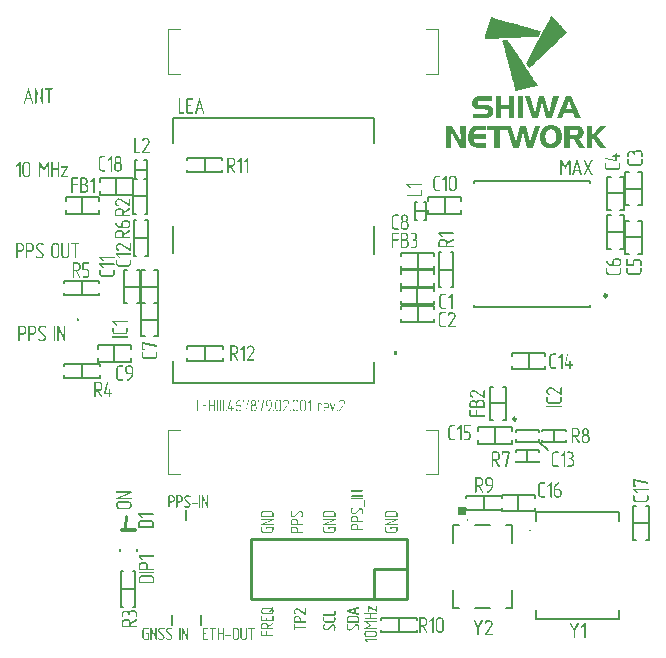
<source format=gto>
G04*
G04 #@! TF.GenerationSoftware,Altium Limited,Altium Designer,24.4.1 (13)*
G04*
G04 Layer_Color=65535*
%FSLAX44Y44*%
%MOMM*%
G71*
G04*
G04 #@! TF.SameCoordinates,04CD6EF2-C197-4A20-A1F8-E206C623F04C*
G04*
G04*
G04 #@! TF.FilePolarity,Positive*
G04*
G01*
G75*
%ADD10C,0.1000*%
%ADD11C,0.2500*%
%ADD12C,0.3800*%
%ADD13C,0.2540*%
%ADD14C,0.1500*%
%ADD15C,0.1200*%
%ADD16C,0.2000*%
%ADD17C,0.1200*%
%ADD18C,0.1600*%
%ADD19C,0.1524*%
%ADD20C,0.3000*%
%ADD21R,0.7620X0.7620*%
G36*
X412823Y398199D02*
X413344Y398069D01*
X416991Y397027D01*
X417512Y396896D01*
X422071Y395594D01*
X422592Y395464D01*
X426239Y394422D01*
X426760Y394291D01*
X430407Y393249D01*
X430928Y393119D01*
X434576Y392077D01*
X435097Y391947D01*
X438744Y390905D01*
X439265Y390774D01*
X442000Y389993D01*
X442586Y389798D01*
X442651Y389732D01*
X443628Y389537D01*
X444345Y389342D01*
X447080Y388560D01*
X447601Y388430D01*
X451248Y387388D01*
X451704Y387192D01*
X449555Y382959D01*
X449034Y382829D01*
X444019Y382634D01*
X424872Y381722D01*
X416796Y381331D01*
X413800Y381201D01*
X405594Y380810D01*
X403445Y380745D01*
X403380Y380940D01*
X403640Y381591D01*
X403836Y382308D01*
X404291Y383806D01*
X408850Y398394D01*
X409176Y399241D01*
X412823Y398199D01*
D02*
G37*
G36*
X461604Y399567D02*
X461734Y399306D01*
X462776Y398264D01*
X462906Y398004D01*
X464078Y396831D01*
X464209Y396571D01*
X465381Y395398D01*
X465511Y395138D01*
X466683Y393966D01*
X466814Y393705D01*
X467986Y392533D01*
X468116Y392272D01*
X469158Y391230D01*
X469288Y390970D01*
X470461Y389798D01*
X470591Y389537D01*
X471763Y388365D01*
X471894Y388104D01*
X473066Y386932D01*
X473326Y386411D01*
X471698Y384783D01*
X471438Y384652D01*
X468963Y382178D01*
X468702Y382047D01*
X466227Y379572D01*
X465967Y379442D01*
X463362Y376837D01*
X463101Y376707D01*
X460627Y374232D01*
X460366Y374102D01*
X457761Y371497D01*
X457500Y371367D01*
X455026Y368892D01*
X454765Y368761D01*
X452290Y366287D01*
X452030Y366156D01*
X449425Y363551D01*
X449164Y363421D01*
X446689Y360946D01*
X446429Y360816D01*
X443824Y358211D01*
X443563Y358080D01*
X441609Y356127D01*
X441349Y356257D01*
X441153Y356452D01*
X441023Y356713D01*
X439721Y358536D01*
X439590Y358797D01*
X439330Y359057D01*
X439200Y359318D01*
X438809Y359969D01*
X445061Y371822D01*
X452616Y386150D01*
X458868Y398004D01*
X459259Y398655D01*
Y398785D01*
X460040Y400218D01*
X460366Y400804D01*
X461604Y399567D01*
D02*
G37*
G36*
X423699Y379768D02*
X423830Y379507D01*
X424481Y378596D01*
X424611Y378335D01*
X425132Y377554D01*
X425262Y377293D01*
X425914Y376381D01*
X426044Y376121D01*
X426695Y375209D01*
X426825Y374949D01*
X427477Y374037D01*
X427607Y373776D01*
X427998Y373255D01*
Y373125D01*
X428649Y372213D01*
X428779Y371953D01*
X429431Y371041D01*
X429561Y370780D01*
X430212Y369869D01*
X430342Y369608D01*
X430863Y368826D01*
X430994Y368566D01*
X431645Y367654D01*
X431775Y367394D01*
X432426Y366482D01*
X432557Y366221D01*
X433208Y365310D01*
X433338Y365049D01*
X435097Y362379D01*
X436139Y360816D01*
X437051Y359383D01*
X439135Y356257D01*
X439786Y355215D01*
X441349Y352870D01*
X442261Y351437D01*
X444345Y348311D01*
X444996Y347269D01*
X447080Y344143D01*
X447992Y342710D01*
X448513Y341929D01*
X448839Y341343D01*
X448252Y341147D01*
X447406Y340952D01*
X446364Y340691D01*
X445712Y340561D01*
X444670Y340301D01*
X444019Y340171D01*
X442456Y339780D01*
X441805Y339650D01*
X440242Y339259D01*
X439590Y339128D01*
X438027Y338738D01*
X437376Y338607D01*
X436334Y338347D01*
X435683Y338217D01*
X434120Y337826D01*
X433469Y337696D01*
X431905Y337305D01*
X431254Y337175D01*
X430212Y336914D01*
X430017Y336849D01*
X429821Y337435D01*
X429561Y338347D01*
X429170Y339910D01*
X428910Y340822D01*
X428519Y342385D01*
X428258Y343297D01*
X427868Y344860D01*
X427607Y345771D01*
X427216Y347335D01*
X426956Y348246D01*
X426565Y349809D01*
X426305Y350721D01*
X426044Y351763D01*
X425784Y352675D01*
X425393Y354238D01*
X425132Y355150D01*
X424741Y356713D01*
X424481Y357625D01*
X424090Y359188D01*
X423830Y360099D01*
X423439Y361662D01*
X423178Y362574D01*
X422788Y364137D01*
X422527Y365049D01*
X422136Y366612D01*
X421876Y367524D01*
X421485Y369087D01*
X421225Y369999D01*
X420834Y371562D01*
X420573Y372474D01*
X420182Y374037D01*
X419922Y374949D01*
X419531Y376511D01*
X419271Y377423D01*
X418750Y379507D01*
X419271Y379638D01*
X420704Y379768D01*
X422006Y379898D01*
X423504Y379963D01*
X423699Y379768D01*
D02*
G37*
G36*
X100947Y227286D02*
X100964Y227286D01*
X100997Y227286D01*
X101064Y227277D01*
X101155Y227269D01*
X101255Y227260D01*
X101380Y227243D01*
X101514Y227210D01*
X101664Y227176D01*
X101822Y227134D01*
X101988Y227076D01*
X102163Y227009D01*
X102338Y226925D01*
X102513Y226825D01*
X102688Y226708D01*
X102854Y226574D01*
X103020Y226424D01*
X103029Y226416D01*
X103054Y226383D01*
X103095Y226341D01*
X103153Y226274D01*
X103220Y226191D01*
X103286Y226091D01*
X103361Y225974D01*
X103444Y225840D01*
X103519Y225699D01*
X103602Y225540D01*
X103668Y225365D01*
X103735Y225190D01*
X103793Y224990D01*
X103834Y224790D01*
X103859Y224573D01*
X103867Y224348D01*
X103865Y223382D01*
X103857Y223324D01*
X103848Y223240D01*
X103840Y223141D01*
X103823Y223032D01*
X103798Y222899D01*
X103756Y222757D01*
X103714Y222607D01*
X103656Y222441D01*
X103589Y222274D01*
X103505Y222108D01*
X103413Y221933D01*
X103296Y221750D01*
X103171Y221584D01*
X103021Y221409D01*
X103012Y221401D01*
X102979Y221367D01*
X102937Y221326D01*
X102871Y221268D01*
X102787Y221201D01*
X102687Y221126D01*
X102570Y221043D01*
X102437Y220960D01*
X102295Y220877D01*
X102137Y220794D01*
X101970Y220719D01*
X101778Y220653D01*
X101587Y220595D01*
X101378Y220553D01*
X101161Y220520D01*
X100936Y220512D01*
X96879Y220519D01*
X96871Y220519D01*
X96854Y220519D01*
X96829Y220519D01*
X96796Y220519D01*
X96746Y220519D01*
X96688Y220527D01*
X96621Y220527D01*
X96546Y220536D01*
X96379Y220553D01*
X96180Y220570D01*
X95946Y220604D01*
X95696Y220646D01*
X95430Y220696D01*
X95147Y220763D01*
X94855Y220847D01*
X94547Y220947D01*
X94231Y221056D01*
X93923Y221190D01*
X93606Y221349D01*
X93298Y221524D01*
X93290Y221524D01*
X93282Y221541D01*
X93257Y221549D01*
X93223Y221574D01*
X93182Y221608D01*
X93132Y221641D01*
X93007Y221725D01*
X92866Y221841D01*
X92699Y221975D01*
X92516Y222134D01*
X92317Y222325D01*
X92117Y222526D01*
X91901Y222759D01*
X91693Y223010D01*
X91485Y223285D01*
X91285Y223577D01*
X91094Y223894D01*
X90920Y224235D01*
X90762Y224594D01*
X90713Y224844D01*
X90713Y224894D01*
X90721Y224944D01*
X90738Y225002D01*
X90763Y225077D01*
X90805Y225152D01*
X90855Y225227D01*
X90922Y225294D01*
X90930Y225302D01*
X90955Y225319D01*
X90997Y225352D01*
X91055Y225385D01*
X91122Y225410D01*
X91197Y225443D01*
X91280Y225460D01*
X91372Y225468D01*
X91380Y225468D01*
X91405Y225468D01*
X91438Y225459D01*
X91480Y225459D01*
X91588Y225426D01*
X91638Y225409D01*
X91697Y225376D01*
X91705D01*
X91721Y225359D01*
X91746Y225334D01*
X91788Y225301D01*
X91830Y225259D01*
X91871Y225201D01*
X91929Y225134D01*
X91979Y225050D01*
X92046Y224867D01*
X92137Y224667D01*
X92303Y224342D01*
X92311Y224325D01*
X92336Y224283D01*
X92386Y224208D01*
X92436Y224125D01*
X92511Y224016D01*
X92586Y223916D01*
X92669Y223808D01*
X92752Y223699D01*
X92760Y223691D01*
X92768Y223674D01*
X92802Y223641D01*
X92835Y223599D01*
X92877Y223549D01*
X92935Y223491D01*
X93001Y223424D01*
X93076Y223349D01*
X93160Y223266D01*
X93251Y223182D01*
X93359Y223090D01*
X93467Y222999D01*
X93584Y222907D01*
X93717Y222806D01*
X93850Y222706D01*
X94000Y222606D01*
X94008Y222606D01*
X94025Y222589D01*
X94050Y222573D01*
X94092Y222556D01*
X94141Y222531D01*
X94191Y222498D01*
X94258Y222464D01*
X94333Y222422D01*
X94508Y222339D01*
X94707Y222247D01*
X94924Y222146D01*
X95165Y222054D01*
X95174D01*
X95190Y222046D01*
X95224Y222029D01*
X95274Y222021D01*
X95324Y222004D01*
X95390Y221979D01*
X95540Y221937D01*
X95698Y221895D01*
X95873Y221853D01*
X96040Y221828D01*
X96190Y221819D01*
X96194Y224410D01*
X96202Y224469D01*
X96211Y224561D01*
X96219Y224660D01*
X96236Y224785D01*
X96270Y224927D01*
X96303Y225077D01*
X96345Y225235D01*
X96404Y225402D01*
X96471Y225576D01*
X96554Y225751D01*
X96654Y225926D01*
X96763Y226101D01*
X96897Y226267D01*
X97047Y226434D01*
X97055Y226442D01*
X97088Y226467D01*
X97130Y226517D01*
X97197Y226567D01*
X97280Y226633D01*
X97381Y226708D01*
X97497Y226783D01*
X97622Y226866D01*
X97772Y226941D01*
X97931Y227015D01*
X98098Y227090D01*
X98281Y227157D01*
X98473Y227215D01*
X98681Y227256D01*
X98898Y227281D01*
X99123Y227288D01*
X100947Y227286D01*
D02*
G37*
G36*
X95460Y218913D02*
X95477Y218913D01*
X95510Y218913D01*
X95577Y218905D01*
X95660Y218896D01*
X95769Y218888D01*
X95885Y218871D01*
X96018Y218837D01*
X96168Y218804D01*
X96327Y218762D01*
X96493Y218703D01*
X96660Y218628D01*
X96834Y218544D01*
X97009Y218444D01*
X97184Y218327D01*
X97350Y218194D01*
X97517Y218043D01*
X97525Y218035D01*
X97550Y218002D01*
X97592Y217960D01*
X97650Y217893D01*
X97716Y217810D01*
X97791Y217710D01*
X97866Y217593D01*
X97941Y217460D01*
X98024Y217318D01*
X98099Y217159D01*
X98173Y216984D01*
X98240Y216809D01*
X98289Y216609D01*
X98339Y216409D01*
X98364Y216192D01*
X98372Y215968D01*
X98372Y216042D01*
X102942Y218835D01*
X102950D01*
X102958Y218843D01*
X102983Y218860D01*
X103017Y218868D01*
X103058Y218884D01*
X103100Y218893D01*
X103225Y218901D01*
X103233Y218901D01*
X103267Y218901D01*
X103317Y218892D01*
X103375Y218876D01*
X103450Y218842D01*
X103525Y218809D01*
X103608Y218750D01*
X103700Y218675D01*
X103708Y218667D01*
X103724Y218642D01*
X103749Y218600D01*
X103774Y218550D01*
X103808Y218483D01*
X103833Y218408D01*
X103849Y218325D01*
X103857Y218233D01*
X103857Y218175D01*
X103849Y218133D01*
X103832Y218033D01*
X103798Y217925D01*
X103790Y217917D01*
X103782Y217900D01*
X103757Y217875D01*
X103723Y217842D01*
X103681Y217800D01*
X103631Y217759D01*
X103573Y217709D01*
X103506Y217667D01*
X98370Y214685D01*
X98368Y213427D01*
X103208Y213419D01*
X103225Y213419D01*
X103258Y213419D01*
X103308Y213410D01*
X103383Y213394D01*
X103458Y213377D01*
X103533Y213344D01*
X103608Y213293D01*
X103683Y213235D01*
X103691Y213227D01*
X103708Y213202D01*
X103733Y213160D01*
X103766Y213102D01*
X103799Y213035D01*
X103824Y212951D01*
X103840Y212868D01*
X103849Y212768D01*
X103848Y212743D01*
X103840Y212710D01*
X103832Y212668D01*
X103815Y212610D01*
X103798Y212535D01*
X103765Y212443D01*
X103723Y212343D01*
X103715Y212335D01*
X103690Y212310D01*
X103648Y212269D01*
X103589Y212235D01*
X103514Y212194D01*
X103431Y212152D01*
X103323Y212127D01*
X103206Y212119D01*
X91342Y212138D01*
X91334D01*
X91317Y212138D01*
X91284Y212146D01*
X91243Y212146D01*
X91143Y212172D01*
X91018Y212222D01*
X90959Y212255D01*
X90901Y212297D01*
X90851Y212347D01*
X90801Y212414D01*
X90760Y212480D01*
X90727Y212572D01*
X90710Y212664D01*
X90702Y212780D01*
X90707Y216030D01*
X90716Y216096D01*
X90724Y216180D01*
X90732Y216288D01*
X90749Y216404D01*
X90783Y216538D01*
X90816Y216688D01*
X90858Y216846D01*
X90917Y217012D01*
X90984Y217179D01*
X91067Y217354D01*
X91168Y217537D01*
X91285Y217712D01*
X91418Y217878D01*
X91568Y218044D01*
X91577Y218053D01*
X91610Y218086D01*
X91652Y218128D01*
X91719Y218178D01*
X91802Y218244D01*
X91902Y218319D01*
X92019Y218402D01*
X92152Y218485D01*
X92294Y218560D01*
X92452Y218643D01*
X92619Y218718D01*
X92802Y218784D01*
X92994Y218834D01*
X93203Y218883D01*
X93411Y218908D01*
X93636Y218916D01*
X95460Y218913D01*
D02*
G37*
G36*
X175222Y75457D02*
X175254Y75451D01*
X175292Y75438D01*
X175336Y75425D01*
X175374Y75400D01*
X175419Y75368D01*
X175425Y75362D01*
X175438Y75349D01*
X175457Y75330D01*
X175476Y75305D01*
X175495Y75266D01*
X175514Y75222D01*
X175527Y75171D01*
X175533Y75108D01*
Y65881D01*
Y65875D01*
Y65856D01*
X175527Y65824D01*
X175520Y65786D01*
X175508Y65742D01*
X175489Y65697D01*
X175463Y65653D01*
X175431Y65615D01*
X175425Y65608D01*
X175412Y65602D01*
X175393Y65589D01*
X175362Y65576D01*
X175324Y65557D01*
X175279Y65545D01*
X175235Y65538D01*
X175177Y65532D01*
X175165D01*
X175146Y65538D01*
X175120Y65545D01*
X175082Y65551D01*
X175044Y65570D01*
X174987Y65589D01*
X174923Y65615D01*
X174917Y65621D01*
X174911Y65634D01*
X174892Y65653D01*
X174873Y65678D01*
X174854Y65716D01*
X174841Y65761D01*
X174828Y65818D01*
X174822Y65881D01*
Y70491D01*
X171272D01*
Y65881D01*
Y65875D01*
Y65856D01*
X171266Y65824D01*
X171259Y65786D01*
X171247Y65742D01*
X171228Y65697D01*
X171202Y65653D01*
X171171Y65615D01*
X171164Y65608D01*
X171152Y65602D01*
X171133Y65589D01*
X171101Y65576D01*
X171063Y65557D01*
X171018Y65545D01*
X170974Y65538D01*
X170917Y65532D01*
X170904D01*
X170885Y65538D01*
X170859Y65545D01*
X170821Y65551D01*
X170783Y65570D01*
X170726Y65589D01*
X170663Y65615D01*
X170656Y65621D01*
X170650Y65634D01*
X170631Y65653D01*
X170612Y65678D01*
X170593Y65716D01*
X170580Y65761D01*
X170567Y65818D01*
X170561Y65881D01*
Y75108D01*
Y75114D01*
Y75127D01*
X170567Y75152D01*
X170574Y75178D01*
X170586Y75216D01*
X170605Y75254D01*
X170631Y75298D01*
X170663Y75343D01*
X170669Y75349D01*
X170682Y75362D01*
X170707Y75381D01*
X170732Y75406D01*
X170770Y75425D01*
X170815Y75444D01*
X170866Y75457D01*
X170917Y75463D01*
X170936D01*
X170961Y75457D01*
X170993Y75451D01*
X171031Y75438D01*
X171075Y75425D01*
X171113Y75400D01*
X171158Y75368D01*
X171164Y75362D01*
X171177Y75349D01*
X171196Y75330D01*
X171215Y75305D01*
X171234Y75266D01*
X171253Y75222D01*
X171266Y75171D01*
X171272Y75108D01*
Y71203D01*
X174822D01*
Y75108D01*
Y75114D01*
Y75127D01*
X174828Y75152D01*
X174834Y75178D01*
X174847Y75216D01*
X174866Y75254D01*
X174892Y75298D01*
X174923Y75343D01*
X174930Y75349D01*
X174942Y75362D01*
X174968Y75381D01*
X174993Y75406D01*
X175031Y75425D01*
X175076Y75444D01*
X175127Y75457D01*
X175177Y75463D01*
X175196D01*
X175222Y75457D01*
D02*
G37*
G36*
X264662Y72619D02*
X264700D01*
X264750Y72612D01*
X264865Y72593D01*
X264998Y72561D01*
X265144Y72511D01*
X265290Y72441D01*
X265366Y72403D01*
X265436Y72352D01*
X265443D01*
X265455Y72339D01*
X265474Y72326D01*
X265500Y72301D01*
X265563Y72244D01*
X265646Y72161D01*
X265735Y72060D01*
X265817Y71939D01*
X265900Y71800D01*
X265963Y71641D01*
X265989Y71514D01*
Y71507D01*
Y71495D01*
X265982Y71469D01*
X265976Y71438D01*
X265963Y71399D01*
X265938Y71355D01*
X265913Y71311D01*
X265875Y71266D01*
X265868Y71260D01*
X265855Y71253D01*
X265830Y71241D01*
X265798Y71222D01*
X265760Y71203D01*
X265722Y71190D01*
X265671Y71184D01*
X265620Y71177D01*
X265614D01*
X265589Y71184D01*
X265557Y71190D01*
X265513Y71209D01*
X265462Y71234D01*
X265405Y71279D01*
X265347Y71336D01*
X265290Y71412D01*
Y71425D01*
X265278Y71450D01*
X265259Y71488D01*
X265233Y71539D01*
X265195Y71596D01*
X265151Y71660D01*
X265087Y71717D01*
X265017Y71774D01*
X265011Y71780D01*
X264979Y71793D01*
X264941Y71818D01*
X264884Y71844D01*
X264820Y71869D01*
X264744Y71895D01*
X264668Y71907D01*
X264585Y71914D01*
X263169D01*
Y65881D01*
Y65875D01*
Y65856D01*
X263163Y65824D01*
X263157Y65786D01*
X263144Y65742D01*
X263125Y65697D01*
X263099Y65653D01*
X263068Y65615D01*
X263062Y65608D01*
X263049Y65602D01*
X263030Y65589D01*
X262998Y65576D01*
X262960Y65557D01*
X262915Y65545D01*
X262871Y65538D01*
X262814Y65532D01*
X262801D01*
X262782Y65538D01*
X262757Y65545D01*
X262719Y65551D01*
X262680Y65570D01*
X262623Y65589D01*
X262560Y65615D01*
X262554Y65621D01*
X262547Y65634D01*
X262528Y65653D01*
X262509Y65678D01*
X262490Y65716D01*
X262477Y65761D01*
X262465Y65818D01*
X262458Y65881D01*
Y72269D01*
Y72276D01*
Y72282D01*
X262465Y72326D01*
X262477Y72384D01*
X262503Y72447D01*
X262541Y72511D01*
X262604Y72568D01*
X262649Y72593D01*
X262693Y72612D01*
X262744Y72619D01*
X262807Y72625D01*
X264624D01*
X264662Y72619D01*
D02*
G37*
G36*
X277044D02*
X277082Y72612D01*
X277165Y72587D01*
X277209Y72568D01*
X277247Y72536D01*
X277254Y72530D01*
X277266Y72517D01*
X277279Y72498D01*
X277304Y72473D01*
X277323Y72434D01*
X277336Y72390D01*
X277349Y72339D01*
X277355Y72282D01*
Y72276D01*
Y72269D01*
Y72231D01*
X277349Y72200D01*
X277343Y72181D01*
X277336Y72174D01*
X275565Y65830D01*
Y65824D01*
X275558Y65818D01*
X275546Y65780D01*
X275527Y65735D01*
X275488Y65678D01*
X275444Y65621D01*
X275387Y65570D01*
X275311Y65532D01*
X275266Y65526D01*
X275222Y65519D01*
X275203D01*
X275184Y65526D01*
X275158D01*
X275101Y65545D01*
X275031Y65583D01*
X275025Y65589D01*
X275019Y65595D01*
X275000Y65615D01*
X274980Y65640D01*
X274961Y65672D01*
X274936Y65716D01*
X274911Y65767D01*
X274885Y65830D01*
X273107Y72174D01*
X273095Y72288D01*
Y72295D01*
Y72301D01*
X273101Y72320D01*
X273107Y72346D01*
X273120Y72377D01*
X273139Y72409D01*
X273164Y72453D01*
X273202Y72498D01*
X273209Y72504D01*
X273221Y72517D01*
X273247Y72536D01*
X273272Y72561D01*
X273310Y72587D01*
X273355Y72606D01*
X273406Y72619D01*
X273456Y72625D01*
X273469D01*
X273514Y72619D01*
X273564Y72600D01*
X273622Y72568D01*
X273628D01*
X273634Y72561D01*
X273653Y72542D01*
X273679Y72523D01*
X273704Y72498D01*
X273729Y72460D01*
X273761Y72415D01*
X273793Y72358D01*
X275222Y67240D01*
X276657Y72358D01*
Y72365D01*
X276663Y72377D01*
X276670Y72390D01*
X276676Y72415D01*
X276708Y72473D01*
X276733Y72504D01*
X276765Y72536D01*
X276771D01*
X276777Y72549D01*
X276796Y72555D01*
X276822Y72574D01*
X276860Y72587D01*
X276898Y72600D01*
X276943Y72612D01*
X276993Y72625D01*
X277019D01*
X277044Y72619D01*
D02*
G37*
G36*
X183026Y75457D02*
X183058Y75451D01*
X183096Y75438D01*
X183140Y75425D01*
X183178Y75400D01*
X183223Y75368D01*
X183229Y75362D01*
X183242Y75349D01*
X183261Y75330D01*
X183280Y75305D01*
X183299Y75266D01*
X183318Y75222D01*
X183331Y75171D01*
X183337Y75108D01*
Y65881D01*
Y65875D01*
Y65869D01*
X183331Y65824D01*
X183318Y65773D01*
X183293Y65710D01*
X183248Y65640D01*
X183185Y65589D01*
X183147Y65564D01*
X183102Y65545D01*
X183045Y65538D01*
X182982Y65532D01*
X177286D01*
X177241Y65538D01*
X177190Y65551D01*
X177127Y65576D01*
X177057Y65615D01*
X177006Y65678D01*
X176981Y65722D01*
X176962Y65767D01*
X176955Y65818D01*
X176949Y65881D01*
Y75108D01*
Y75114D01*
Y75127D01*
X176955Y75152D01*
X176962Y75178D01*
X176975Y75216D01*
X176994Y75254D01*
X177019Y75298D01*
X177051Y75343D01*
X177057Y75349D01*
X177070Y75362D01*
X177095Y75381D01*
X177120Y75406D01*
X177159Y75425D01*
X177203Y75444D01*
X177254Y75457D01*
X177305Y75463D01*
X177324D01*
X177349Y75457D01*
X177381Y75451D01*
X177419Y75438D01*
X177463Y75425D01*
X177502Y75400D01*
X177546Y75368D01*
X177552Y75362D01*
X177565Y75349D01*
X177584Y75330D01*
X177603Y75305D01*
X177622Y75266D01*
X177641Y75222D01*
X177654Y75171D01*
X177660Y75108D01*
Y66243D01*
X179781D01*
Y75108D01*
Y75114D01*
Y75127D01*
X179788Y75152D01*
X179794Y75178D01*
X179807Y75216D01*
X179826Y75254D01*
X179851Y75298D01*
X179883Y75343D01*
X179889Y75349D01*
X179902Y75362D01*
X179927Y75381D01*
X179953Y75406D01*
X179991Y75425D01*
X180035Y75444D01*
X180086Y75457D01*
X180137Y75463D01*
X180156D01*
X180181Y75457D01*
X180213Y75451D01*
X180251Y75438D01*
X180296Y75425D01*
X180334Y75400D01*
X180378Y75368D01*
X180384Y75362D01*
X180397Y75349D01*
X180416Y75330D01*
X180435Y75305D01*
X180454Y75266D01*
X180473Y75222D01*
X180486Y75171D01*
X180492Y75108D01*
Y66243D01*
X182626D01*
Y75108D01*
Y75114D01*
Y75127D01*
X182632Y75152D01*
X182639Y75178D01*
X182651Y75216D01*
X182670Y75254D01*
X182696Y75298D01*
X182728Y75343D01*
X182734Y75349D01*
X182747Y75362D01*
X182772Y75381D01*
X182797Y75406D01*
X182836Y75425D01*
X182880Y75444D01*
X182931Y75457D01*
X182982Y75463D01*
X183001D01*
X183026Y75457D01*
D02*
G37*
G36*
X283026Y75463D02*
X283096Y75457D01*
X283185Y75451D01*
X283286Y75432D01*
X283400Y75413D01*
X283528Y75381D01*
X283667Y75343D01*
X283813Y75298D01*
X283959Y75241D01*
X284118Y75178D01*
X284270Y75095D01*
X284429Y75000D01*
X284588Y74892D01*
X284740Y74771D01*
X284753Y74765D01*
X284778Y74739D01*
X284816Y74695D01*
X284874Y74644D01*
X284937Y74568D01*
X285007Y74486D01*
X285083Y74390D01*
X285159Y74282D01*
X285236Y74155D01*
X285312Y74022D01*
X285382Y73882D01*
X285445Y73730D01*
X285502Y73565D01*
X285541Y73393D01*
X285572Y73209D01*
X285579Y73025D01*
Y73019D01*
Y73012D01*
Y72993D01*
Y72968D01*
X285572Y72898D01*
X285566Y72809D01*
X285553Y72708D01*
X285534Y72593D01*
X285509Y72473D01*
X285471Y72346D01*
Y72339D01*
X285464Y72333D01*
X285458Y72314D01*
X285452Y72288D01*
X285439Y72257D01*
X285420Y72219D01*
X285382Y72123D01*
X285331Y72015D01*
X285267Y71882D01*
X285191Y71736D01*
X285102Y71577D01*
X281572Y66243D01*
X285166D01*
X285191Y66237D01*
X285223Y66231D01*
X285261Y66218D01*
X285306Y66192D01*
X285344Y66167D01*
X285388Y66129D01*
X285394Y66123D01*
X285407Y66110D01*
X285426Y66084D01*
X285445Y66059D01*
X285483Y65977D01*
X285496Y65932D01*
X285502Y65888D01*
Y65881D01*
Y65862D01*
X285496Y65837D01*
X285490Y65805D01*
X285477Y65767D01*
X285464Y65729D01*
X285439Y65684D01*
X285407Y65640D01*
X285401Y65634D01*
X285388Y65621D01*
X285369Y65608D01*
X285344Y65589D01*
X285306Y65564D01*
X285261Y65551D01*
X285210Y65538D01*
X285147Y65532D01*
X280886D01*
X280861Y65538D01*
X280829Y65545D01*
X280791Y65557D01*
X280746Y65576D01*
X280702Y65602D01*
X280657Y65640D01*
X280651Y65646D01*
X280645Y65659D01*
X280625Y65684D01*
X280606Y65722D01*
X280588Y65761D01*
X280575Y65805D01*
X280562Y65856D01*
X280556Y65913D01*
Y65919D01*
Y65932D01*
X280562Y65970D01*
X280575Y66027D01*
X280606Y66084D01*
X284505Y71977D01*
X284651Y72250D01*
X284759Y72504D01*
X284766Y72517D01*
X284772Y72549D01*
X284785Y72600D01*
X284804Y72663D01*
X284823Y72746D01*
X284836Y72835D01*
X284842Y72923D01*
X284848Y73025D01*
Y73031D01*
Y73057D01*
X284842Y73095D01*
Y73146D01*
X284829Y73209D01*
X284816Y73279D01*
X284797Y73362D01*
X284778Y73444D01*
X284747Y73539D01*
X284709Y73635D01*
X284658Y73736D01*
X284601Y73838D01*
X284537Y73939D01*
X284455Y74041D01*
X284366Y74143D01*
X284264Y74238D01*
X284251Y74251D01*
X284220Y74276D01*
X284163Y74320D01*
X284093Y74371D01*
X284004Y74428D01*
X283902Y74492D01*
X283788Y74549D01*
X283661Y74606D01*
X283654D01*
X283648Y74612D01*
X283629Y74619D01*
X283604Y74625D01*
X283534Y74651D01*
X283445Y74676D01*
X283337Y74701D01*
X283216Y74727D01*
X283089Y74739D01*
X282956Y74746D01*
X282905D01*
X282873Y74739D01*
X282829D01*
X282778Y74733D01*
X282721Y74720D01*
X282658Y74714D01*
X282518Y74682D01*
X282365Y74632D01*
X282200Y74562D01*
X282124Y74524D01*
X282042Y74473D01*
X282035D01*
X282022Y74460D01*
X282003Y74441D01*
X281972Y74422D01*
X281934Y74390D01*
X281896Y74352D01*
X281851Y74308D01*
X281800Y74257D01*
X281749Y74193D01*
X281692Y74124D01*
X281635Y74047D01*
X281578Y73965D01*
X281521Y73870D01*
X281464Y73768D01*
X281413Y73660D01*
X281362Y73539D01*
Y73533D01*
X281356Y73520D01*
X281343Y73501D01*
X281330Y73476D01*
X281292Y73419D01*
X281241Y73368D01*
X281235D01*
X281229Y73362D01*
X281210Y73355D01*
X281184Y73342D01*
X281121Y73323D01*
X281038Y73304D01*
X281013D01*
X280987Y73311D01*
X280949Y73317D01*
X280911Y73330D01*
X280867Y73342D01*
X280822Y73368D01*
X280778Y73400D01*
X280772Y73406D01*
X280759Y73419D01*
X280746Y73438D01*
X280727Y73470D01*
X280702Y73501D01*
X280689Y73546D01*
X280676Y73597D01*
X280670Y73654D01*
X280695Y73781D01*
X280702Y73793D01*
X280708Y73819D01*
X280727Y73863D01*
X280753Y73920D01*
X280784Y73997D01*
X280822Y74079D01*
X280867Y74168D01*
X280924Y74270D01*
X280987Y74371D01*
X281051Y74479D01*
X281127Y74587D01*
X281210Y74689D01*
X281305Y74797D01*
X281400Y74898D01*
X281508Y74994D01*
X281623Y75076D01*
X281629Y75082D01*
X281648Y75095D01*
X281680Y75114D01*
X281724Y75140D01*
X281775Y75165D01*
X281838Y75203D01*
X281915Y75235D01*
X281997Y75273D01*
X282086Y75311D01*
X282188Y75343D01*
X282296Y75381D01*
X282410Y75406D01*
X282530Y75432D01*
X282658Y75451D01*
X282785Y75463D01*
X282924Y75470D01*
X282969D01*
X283026Y75463D01*
D02*
G37*
G36*
X279025Y66586D02*
X279070Y66573D01*
X279127Y66548D01*
X279191Y66523D01*
X279254Y66478D01*
X279317Y66421D01*
X279324Y66415D01*
X279343Y66389D01*
X279375Y66357D01*
X279406Y66313D01*
X279432Y66256D01*
X279464Y66199D01*
X279482Y66129D01*
X279489Y66059D01*
Y66053D01*
Y66027D01*
X279482Y65989D01*
X279470Y65945D01*
X279457Y65888D01*
X279432Y65824D01*
X279394Y65761D01*
X279349Y65697D01*
X279343Y65691D01*
X279324Y65672D01*
X279292Y65646D01*
X279248Y65615D01*
X279191Y65583D01*
X279127Y65557D01*
X279044Y65538D01*
X278955Y65532D01*
X278917D01*
X278873Y65538D01*
X278816Y65551D01*
X278752Y65570D01*
X278689Y65595D01*
X278625Y65627D01*
X278568Y65678D01*
X278562Y65684D01*
X278543Y65710D01*
X278524Y65742D01*
X278498Y65792D01*
X278466Y65849D01*
X278447Y65913D01*
X278428Y65983D01*
X278422Y66059D01*
Y66065D01*
Y66084D01*
X278428Y66110D01*
X278441Y66148D01*
X278454Y66192D01*
X278479Y66249D01*
X278511Y66313D01*
X278556Y66383D01*
X278562Y66389D01*
X278581Y66415D01*
X278613Y66446D01*
X278657Y66491D01*
X278714Y66529D01*
X278784Y66561D01*
X278867Y66586D01*
X278955Y66592D01*
X278987D01*
X279025Y66586D01*
D02*
G37*
G36*
X270358Y72619D02*
X270408Y72612D01*
X270466Y72606D01*
X270535Y72593D01*
X270605Y72574D01*
X270764Y72523D01*
X270847Y72492D01*
X270935Y72453D01*
X271018Y72403D01*
X271107Y72346D01*
X271189Y72282D01*
X271266Y72212D01*
X271272Y72206D01*
X271285Y72193D01*
X271304Y72168D01*
X271329Y72136D01*
X271361Y72098D01*
X271399Y72047D01*
X271431Y71996D01*
X271475Y71933D01*
X271513Y71863D01*
X271545Y71780D01*
X271583Y71698D01*
X271615Y71609D01*
X271640Y71514D01*
X271659Y71412D01*
X271672Y71304D01*
X271678Y71196D01*
Y69075D01*
Y69069D01*
Y69063D01*
X271672Y69018D01*
X271659Y68961D01*
X271634Y68898D01*
X271590Y68834D01*
X271564Y68802D01*
X271526Y68777D01*
X271481Y68751D01*
X271437Y68732D01*
X271380Y68726D01*
X271317Y68720D01*
X268135D01*
Y66948D01*
Y66942D01*
Y66935D01*
X268141Y66897D01*
X268148Y66840D01*
X268160Y66777D01*
X268186Y66694D01*
X268224Y66611D01*
X268269Y66529D01*
X268338Y66446D01*
X268345Y66440D01*
X268376Y66415D01*
X268421Y66383D01*
X268478Y66345D01*
X268548Y66307D01*
X268630Y66275D01*
X268726Y66249D01*
X268834Y66243D01*
X271342D01*
X271367Y66237D01*
X271399Y66231D01*
X271437Y66218D01*
X271481Y66192D01*
X271520Y66167D01*
X271564Y66129D01*
X271570Y66123D01*
X271583Y66110D01*
X271602Y66084D01*
X271621Y66059D01*
X271659Y65977D01*
X271672Y65932D01*
X271678Y65888D01*
Y65881D01*
Y65862D01*
X271672Y65837D01*
X271666Y65805D01*
X271653Y65767D01*
X271640Y65729D01*
X271615Y65684D01*
X271583Y65640D01*
X271577Y65634D01*
X271564Y65621D01*
X271545Y65608D01*
X271513Y65589D01*
X271475Y65564D01*
X271431Y65551D01*
X271380Y65538D01*
X271323Y65532D01*
X268776D01*
X268732Y65538D01*
X268681Y65545D01*
X268624Y65551D01*
X268561Y65564D01*
X268484Y65583D01*
X268332Y65634D01*
X268243Y65665D01*
X268160Y65703D01*
X268078Y65748D01*
X267989Y65805D01*
X267913Y65869D01*
X267830Y65938D01*
X267824Y65945D01*
X267811Y65957D01*
X267792Y65983D01*
X267767Y66015D01*
X267735Y66053D01*
X267703Y66104D01*
X267665Y66154D01*
X267627Y66218D01*
X267589Y66288D01*
X267551Y66364D01*
X267487Y66542D01*
X267462Y66631D01*
X267443Y66732D01*
X267430Y66840D01*
X267424Y66948D01*
Y71203D01*
Y71209D01*
Y71228D01*
Y71253D01*
X267430Y71291D01*
X267437Y71342D01*
X267443Y71393D01*
X267456Y71457D01*
X267475Y71526D01*
X267519Y71679D01*
X267557Y71755D01*
X267595Y71838D01*
X267640Y71926D01*
X267691Y72009D01*
X267754Y72098D01*
X267824Y72181D01*
X267830Y72187D01*
X267843Y72200D01*
X267868Y72219D01*
X267900Y72250D01*
X267938Y72282D01*
X267983Y72320D01*
X268040Y72365D01*
X268103Y72403D01*
X268173Y72447D01*
X268249Y72485D01*
X268332Y72523D01*
X268421Y72555D01*
X268516Y72587D01*
X268618Y72606D01*
X268726Y72619D01*
X268834Y72625D01*
X270313D01*
X270358Y72619D01*
D02*
G37*
G36*
X256483Y75457D02*
X256515Y75451D01*
X256553Y75438D01*
X256597Y75425D01*
X256635Y75400D01*
X256680Y75368D01*
X256686Y75362D01*
X256699Y75349D01*
X256718Y75330D01*
X256737Y75298D01*
X256756Y75266D01*
X256775Y75222D01*
X256788Y75171D01*
X256794Y75114D01*
Y65881D01*
Y65875D01*
Y65856D01*
X256788Y65824D01*
X256781Y65786D01*
X256769Y65742D01*
X256749Y65697D01*
X256724Y65653D01*
X256692Y65615D01*
X256686Y65608D01*
X256673Y65602D01*
X256654Y65589D01*
X256623Y65576D01*
X256584Y65557D01*
X256540Y65545D01*
X256495Y65538D01*
X256438Y65532D01*
X256426D01*
X256407Y65538D01*
X256381Y65545D01*
X256343Y65551D01*
X256305Y65570D01*
X256248Y65589D01*
X256184Y65615D01*
X256178Y65621D01*
X256172Y65634D01*
X256153Y65653D01*
X256134Y65678D01*
X256115Y65716D01*
X256102Y65761D01*
X256089Y65818D01*
X256083Y65881D01*
Y74257D01*
X254559Y72727D01*
X254552Y72720D01*
X254540Y72714D01*
X254521Y72695D01*
X254489Y72676D01*
X254457Y72657D01*
X254413Y72644D01*
X254368Y72631D01*
X254317Y72625D01*
X254292D01*
X254267Y72631D01*
X254229Y72638D01*
X254191Y72650D01*
X254146Y72669D01*
X254108Y72695D01*
X254063Y72727D01*
X254057Y72733D01*
X254051Y72746D01*
X254032Y72771D01*
X254013Y72803D01*
X253994Y72841D01*
X253981Y72885D01*
X253968Y72930D01*
X253962Y72987D01*
Y73000D01*
X253968Y73012D01*
X253975Y73038D01*
X253987Y73069D01*
X254006Y73114D01*
X254032Y73165D01*
X254063Y73228D01*
X256184Y75362D01*
X256191Y75368D01*
X256203Y75381D01*
X256222Y75394D01*
X256254Y75413D01*
X256292Y75432D01*
X256330Y75451D01*
X256381Y75457D01*
X256432Y75463D01*
X256457D01*
X256483Y75457D01*
D02*
G37*
G36*
X250476D02*
X250539D01*
X250615Y75444D01*
X250704Y75432D01*
X250800Y75413D01*
X250907Y75387D01*
X251028Y75355D01*
X251149Y75311D01*
X251269Y75260D01*
X251397Y75203D01*
X251523Y75127D01*
X251651Y75044D01*
X251777Y74949D01*
X251898Y74841D01*
X251905Y74835D01*
X251924Y74816D01*
X251955Y74778D01*
X252000Y74733D01*
X252044Y74670D01*
X252101Y74600D01*
X252159Y74511D01*
X252216Y74422D01*
X252273Y74314D01*
X252330Y74200D01*
X252387Y74073D01*
X252432Y73939D01*
X252476Y73800D01*
X252508Y73647D01*
X252527Y73495D01*
X252533Y73330D01*
Y67659D01*
Y67647D01*
Y67621D01*
X252527Y67577D01*
X252520Y67513D01*
X252514Y67437D01*
X252501Y67348D01*
X252482Y67253D01*
X252457Y67145D01*
X252419Y67031D01*
X252381Y66910D01*
X252330Y66783D01*
X252266Y66656D01*
X252197Y66529D01*
X252114Y66402D01*
X252012Y66275D01*
X251905Y66154D01*
X251898Y66148D01*
X251879Y66129D01*
X251841Y66097D01*
X251797Y66059D01*
X251733Y66008D01*
X251663Y65957D01*
X251574Y65900D01*
X251485Y65843D01*
X251377Y65786D01*
X251263Y65729D01*
X251136Y65678D01*
X251003Y65627D01*
X250863Y65589D01*
X250711Y65557D01*
X250558Y65538D01*
X250393Y65532D01*
X249650D01*
X249606Y65538D01*
X249549Y65545D01*
X249479Y65551D01*
X249396Y65564D01*
X249301Y65583D01*
X249199Y65608D01*
X249085Y65640D01*
X248971Y65684D01*
X248844Y65735D01*
X248723Y65792D01*
X248596Y65862D01*
X248469Y65945D01*
X248342Y66040D01*
X248215Y66148D01*
X248209Y66154D01*
X248190Y66173D01*
X248158Y66211D01*
X248113Y66256D01*
X248063Y66319D01*
X248006Y66389D01*
X247948Y66472D01*
X247891Y66567D01*
X247828Y66675D01*
X247771Y66789D01*
X247714Y66910D01*
X247663Y67043D01*
X247625Y67189D01*
X247586Y67335D01*
X247567Y67494D01*
X247561Y67659D01*
Y73330D01*
Y73342D01*
Y73368D01*
X247567Y73412D01*
X247574Y73476D01*
X247580Y73546D01*
X247593Y73635D01*
X247612Y73730D01*
X247637Y73838D01*
X247669Y73952D01*
X247714Y74066D01*
X247764Y74193D01*
X247821Y74320D01*
X247891Y74447D01*
X247974Y74574D01*
X248069Y74701D01*
X248177Y74822D01*
X248183Y74828D01*
X248202Y74847D01*
X248241Y74879D01*
X248285Y74924D01*
X248349Y74968D01*
X248418Y75025D01*
X248501Y75082D01*
X248596Y75146D01*
X248704Y75203D01*
X248818Y75260D01*
X248939Y75317D01*
X249072Y75362D01*
X249218Y75406D01*
X249364Y75438D01*
X249523Y75457D01*
X249688Y75463D01*
X250431D01*
X250476Y75457D01*
D02*
G37*
G36*
X244088D02*
X244151D01*
X244227Y75444D01*
X244316Y75432D01*
X244412Y75413D01*
X244519Y75387D01*
X244640Y75355D01*
X244761Y75311D01*
X244881Y75260D01*
X245008Y75203D01*
X245135Y75127D01*
X245262Y75044D01*
X245389Y74949D01*
X245510Y74841D01*
X245516Y74835D01*
X245535Y74816D01*
X245567Y74778D01*
X245612Y74733D01*
X245656Y74670D01*
X245713Y74600D01*
X245770Y74511D01*
X245828Y74422D01*
X245885Y74314D01*
X245942Y74200D01*
X245999Y74073D01*
X246043Y73939D01*
X246088Y73800D01*
X246120Y73647D01*
X246139Y73495D01*
X246145Y73330D01*
Y67659D01*
Y67647D01*
Y67621D01*
X246139Y67577D01*
X246132Y67513D01*
X246126Y67437D01*
X246113Y67348D01*
X246094Y67253D01*
X246069Y67145D01*
X246031Y67031D01*
X245993Y66910D01*
X245942Y66783D01*
X245878Y66656D01*
X245809Y66529D01*
X245726Y66402D01*
X245624Y66275D01*
X245516Y66154D01*
X245510Y66148D01*
X245491Y66129D01*
X245453Y66097D01*
X245408Y66059D01*
X245345Y66008D01*
X245275Y65957D01*
X245186Y65900D01*
X245097Y65843D01*
X244989Y65786D01*
X244875Y65729D01*
X244748Y65678D01*
X244615Y65627D01*
X244475Y65589D01*
X244323Y65557D01*
X244170Y65538D01*
X244005Y65532D01*
X243262D01*
X243218Y65538D01*
X243160Y65545D01*
X243091Y65551D01*
X243008Y65564D01*
X242913Y65583D01*
X242811Y65608D01*
X242697Y65640D01*
X242583Y65684D01*
X242456Y65735D01*
X242335Y65792D01*
X242208Y65862D01*
X242081Y65945D01*
X241954Y66040D01*
X241827Y66148D01*
X241821Y66154D01*
X241802Y66173D01*
X241770Y66211D01*
X241725Y66256D01*
X241675Y66319D01*
X241618Y66389D01*
X241560Y66472D01*
X241503Y66567D01*
X241440Y66675D01*
X241383Y66789D01*
X241325Y66910D01*
X241275Y67043D01*
X241236Y67189D01*
X241198Y67335D01*
X241179Y67494D01*
X241173Y67659D01*
Y73330D01*
Y73342D01*
Y73368D01*
X241179Y73412D01*
X241186Y73476D01*
X241192Y73546D01*
X241205Y73635D01*
X241224Y73730D01*
X241249Y73838D01*
X241281Y73952D01*
X241325Y74066D01*
X241376Y74193D01*
X241433Y74320D01*
X241503Y74447D01*
X241586Y74574D01*
X241681Y74701D01*
X241789Y74822D01*
X241795Y74828D01*
X241814Y74847D01*
X241852Y74879D01*
X241897Y74924D01*
X241960Y74968D01*
X242030Y75025D01*
X242113Y75082D01*
X242208Y75146D01*
X242316Y75203D01*
X242430Y75260D01*
X242551Y75317D01*
X242684Y75362D01*
X242830Y75406D01*
X242976Y75438D01*
X243135Y75457D01*
X243300Y75463D01*
X244043D01*
X244088Y75457D01*
D02*
G37*
G36*
X239649Y66586D02*
X239693Y66573D01*
X239751Y66548D01*
X239814Y66523D01*
X239878Y66478D01*
X239941Y66421D01*
X239947Y66415D01*
X239967Y66389D01*
X239998Y66357D01*
X240030Y66313D01*
X240055Y66256D01*
X240087Y66199D01*
X240106Y66129D01*
X240112Y66059D01*
Y66053D01*
Y66027D01*
X240106Y65989D01*
X240093Y65945D01*
X240081Y65888D01*
X240055Y65824D01*
X240017Y65761D01*
X239973Y65697D01*
X239967Y65691D01*
X239947Y65672D01*
X239916Y65646D01*
X239871Y65615D01*
X239814Y65583D01*
X239751Y65557D01*
X239668Y65538D01*
X239579Y65532D01*
X239541D01*
X239497Y65538D01*
X239439Y65551D01*
X239376Y65570D01*
X239312Y65595D01*
X239249Y65627D01*
X239192Y65678D01*
X239185Y65684D01*
X239166Y65710D01*
X239147Y65742D01*
X239122Y65792D01*
X239090Y65849D01*
X239071Y65913D01*
X239052Y65983D01*
X239046Y66059D01*
Y66065D01*
Y66084D01*
X239052Y66110D01*
X239065Y66148D01*
X239077Y66192D01*
X239103Y66249D01*
X239135Y66313D01*
X239179Y66383D01*
X239185Y66389D01*
X239205Y66415D01*
X239236Y66446D01*
X239281Y66491D01*
X239338Y66529D01*
X239408Y66561D01*
X239490Y66586D01*
X239579Y66592D01*
X239611D01*
X239649Y66586D01*
D02*
G37*
G36*
X235490Y75463D02*
X235560Y75457D01*
X235648Y75451D01*
X235750Y75432D01*
X235864Y75413D01*
X235991Y75381D01*
X236131Y75343D01*
X236277Y75298D01*
X236423Y75241D01*
X236582Y75178D01*
X236734Y75095D01*
X236893Y75000D01*
X237052Y74892D01*
X237204Y74771D01*
X237217Y74765D01*
X237242Y74739D01*
X237280Y74695D01*
X237338Y74644D01*
X237401Y74568D01*
X237471Y74486D01*
X237547Y74390D01*
X237623Y74282D01*
X237700Y74155D01*
X237776Y74022D01*
X237846Y73882D01*
X237909Y73730D01*
X237966Y73565D01*
X238004Y73393D01*
X238036Y73209D01*
X238042Y73025D01*
Y73019D01*
Y73012D01*
Y72993D01*
Y72968D01*
X238036Y72898D01*
X238030Y72809D01*
X238017Y72708D01*
X237998Y72593D01*
X237973Y72473D01*
X237934Y72346D01*
Y72339D01*
X237928Y72333D01*
X237922Y72314D01*
X237915Y72288D01*
X237903Y72257D01*
X237884Y72219D01*
X237846Y72123D01*
X237795Y72015D01*
X237731Y71882D01*
X237655Y71736D01*
X237566Y71577D01*
X234036Y66243D01*
X237630D01*
X237655Y66237D01*
X237687Y66231D01*
X237725Y66218D01*
X237769Y66192D01*
X237808Y66167D01*
X237852Y66129D01*
X237858Y66123D01*
X237871Y66110D01*
X237890Y66084D01*
X237909Y66059D01*
X237947Y65977D01*
X237960Y65932D01*
X237966Y65888D01*
Y65881D01*
Y65862D01*
X237960Y65837D01*
X237953Y65805D01*
X237941Y65767D01*
X237928Y65729D01*
X237903Y65684D01*
X237871Y65640D01*
X237865Y65634D01*
X237852Y65621D01*
X237833Y65608D01*
X237808Y65589D01*
X237769Y65564D01*
X237725Y65551D01*
X237674Y65538D01*
X237611Y65532D01*
X233350D01*
X233324Y65538D01*
X233293Y65545D01*
X233255Y65557D01*
X233210Y65576D01*
X233166Y65602D01*
X233121Y65640D01*
X233115Y65646D01*
X233109Y65659D01*
X233089Y65684D01*
X233070Y65722D01*
X233051Y65761D01*
X233039Y65805D01*
X233026Y65856D01*
X233020Y65913D01*
Y65919D01*
Y65932D01*
X233026Y65970D01*
X233039Y66027D01*
X233070Y66084D01*
X236969Y71977D01*
X237115Y72250D01*
X237223Y72504D01*
X237230Y72517D01*
X237236Y72549D01*
X237249Y72600D01*
X237268Y72663D01*
X237287Y72746D01*
X237299Y72835D01*
X237306Y72923D01*
X237312Y73025D01*
Y73031D01*
Y73057D01*
X237306Y73095D01*
Y73146D01*
X237293Y73209D01*
X237280Y73279D01*
X237261Y73362D01*
X237242Y73444D01*
X237211Y73539D01*
X237173Y73635D01*
X237122Y73736D01*
X237064Y73838D01*
X237001Y73939D01*
X236919Y74041D01*
X236830Y74143D01*
X236728Y74238D01*
X236715Y74251D01*
X236684Y74276D01*
X236626Y74320D01*
X236556Y74371D01*
X236468Y74428D01*
X236366Y74492D01*
X236252Y74549D01*
X236125Y74606D01*
X236118D01*
X236112Y74612D01*
X236093Y74619D01*
X236068Y74625D01*
X235998Y74651D01*
X235909Y74676D01*
X235801Y74701D01*
X235680Y74727D01*
X235553Y74739D01*
X235420Y74746D01*
X235369D01*
X235337Y74739D01*
X235293D01*
X235242Y74733D01*
X235185Y74720D01*
X235121Y74714D01*
X234982Y74682D01*
X234829Y74632D01*
X234664Y74562D01*
X234588Y74524D01*
X234506Y74473D01*
X234499D01*
X234486Y74460D01*
X234467Y74441D01*
X234436Y74422D01*
X234398Y74390D01*
X234359Y74352D01*
X234315Y74308D01*
X234264Y74257D01*
X234213Y74193D01*
X234156Y74124D01*
X234099Y74047D01*
X234042Y73965D01*
X233985Y73870D01*
X233928Y73768D01*
X233877Y73660D01*
X233826Y73539D01*
Y73533D01*
X233820Y73520D01*
X233807Y73501D01*
X233794Y73476D01*
X233756Y73419D01*
X233705Y73368D01*
X233699D01*
X233693Y73362D01*
X233674Y73355D01*
X233648Y73342D01*
X233585Y73323D01*
X233502Y73304D01*
X233477D01*
X233451Y73311D01*
X233413Y73317D01*
X233375Y73330D01*
X233331Y73342D01*
X233286Y73368D01*
X233242Y73400D01*
X233235Y73406D01*
X233223Y73419D01*
X233210Y73438D01*
X233191Y73470D01*
X233166Y73501D01*
X233153Y73546D01*
X233140Y73597D01*
X233134Y73654D01*
X233159Y73781D01*
X233166Y73793D01*
X233172Y73819D01*
X233191Y73863D01*
X233216Y73920D01*
X233248Y73997D01*
X233286Y74079D01*
X233331Y74168D01*
X233388Y74270D01*
X233451Y74371D01*
X233515Y74479D01*
X233591Y74587D01*
X233674Y74689D01*
X233769Y74797D01*
X233864Y74898D01*
X233972Y74994D01*
X234086Y75076D01*
X234093Y75082D01*
X234112Y75095D01*
X234144Y75114D01*
X234188Y75140D01*
X234239Y75165D01*
X234302Y75203D01*
X234379Y75235D01*
X234461Y75273D01*
X234550Y75311D01*
X234652Y75343D01*
X234760Y75381D01*
X234874Y75406D01*
X234994Y75432D01*
X235121Y75451D01*
X235248Y75463D01*
X235388Y75470D01*
X235433D01*
X235490Y75463D01*
D02*
G37*
G36*
X229540Y75457D02*
X229603D01*
X229680Y75444D01*
X229768Y75432D01*
X229864Y75413D01*
X229972Y75387D01*
X230092Y75355D01*
X230213Y75311D01*
X230334Y75260D01*
X230460Y75203D01*
X230588Y75127D01*
X230715Y75044D01*
X230842Y74949D01*
X230962Y74841D01*
X230968Y74835D01*
X230988Y74816D01*
X231019Y74778D01*
X231064Y74733D01*
X231108Y74670D01*
X231165Y74600D01*
X231222Y74511D01*
X231280Y74422D01*
X231337Y74314D01*
X231394Y74200D01*
X231451Y74073D01*
X231496Y73939D01*
X231540Y73800D01*
X231572Y73647D01*
X231591Y73495D01*
X231597Y73330D01*
Y67659D01*
Y67647D01*
Y67621D01*
X231591Y67577D01*
X231584Y67513D01*
X231578Y67437D01*
X231565Y67348D01*
X231546Y67253D01*
X231521Y67145D01*
X231483Y67031D01*
X231445Y66910D01*
X231394Y66783D01*
X231331Y66656D01*
X231261Y66529D01*
X231178Y66402D01*
X231077Y66275D01*
X230968Y66154D01*
X230962Y66148D01*
X230943Y66129D01*
X230905Y66097D01*
X230861Y66059D01*
X230797Y66008D01*
X230727Y65957D01*
X230638Y65900D01*
X230550Y65843D01*
X230441Y65786D01*
X230327Y65729D01*
X230200Y65678D01*
X230067Y65627D01*
X229927Y65589D01*
X229775Y65557D01*
X229622Y65538D01*
X229457Y65532D01*
X228714D01*
X228670Y65538D01*
X228613Y65545D01*
X228543Y65551D01*
X228460Y65564D01*
X228365Y65583D01*
X228263Y65608D01*
X228149Y65640D01*
X228035Y65684D01*
X227908Y65735D01*
X227787Y65792D01*
X227660Y65862D01*
X227533Y65945D01*
X227406Y66040D01*
X227279Y66148D01*
X227273Y66154D01*
X227254Y66173D01*
X227222Y66211D01*
X227178Y66256D01*
X227127Y66319D01*
X227070Y66389D01*
X227013Y66472D01*
X226955Y66567D01*
X226892Y66675D01*
X226835Y66789D01*
X226777Y66910D01*
X226727Y67043D01*
X226689Y67189D01*
X226651Y67335D01*
X226632Y67494D01*
X226625Y67659D01*
Y73330D01*
Y73342D01*
Y73368D01*
X226632Y73412D01*
X226638Y73476D01*
X226644Y73546D01*
X226657Y73635D01*
X226676Y73730D01*
X226701Y73838D01*
X226733Y73952D01*
X226777Y74066D01*
X226828Y74193D01*
X226886Y74320D01*
X226955Y74447D01*
X227038Y74574D01*
X227133Y74701D01*
X227241Y74822D01*
X227247Y74828D01*
X227267Y74847D01*
X227305Y74879D01*
X227349Y74924D01*
X227412Y74968D01*
X227482Y75025D01*
X227565Y75082D01*
X227660Y75146D01*
X227768Y75203D01*
X227882Y75260D01*
X228003Y75317D01*
X228136Y75362D01*
X228283Y75406D01*
X228429Y75438D01*
X228587Y75457D01*
X228752Y75463D01*
X229495D01*
X229540Y75457D01*
D02*
G37*
G36*
X225101Y66586D02*
X225146Y66573D01*
X225203Y66548D01*
X225266Y66523D01*
X225330Y66478D01*
X225393Y66421D01*
X225400Y66415D01*
X225419Y66389D01*
X225450Y66357D01*
X225482Y66313D01*
X225508Y66256D01*
X225539Y66199D01*
X225558Y66129D01*
X225565Y66059D01*
Y66053D01*
Y66027D01*
X225558Y65989D01*
X225546Y65945D01*
X225533Y65888D01*
X225508Y65824D01*
X225469Y65761D01*
X225425Y65697D01*
X225419Y65691D01*
X225400Y65672D01*
X225368Y65646D01*
X225323Y65615D01*
X225266Y65583D01*
X225203Y65557D01*
X225120Y65538D01*
X225031Y65532D01*
X224993D01*
X224949Y65538D01*
X224892Y65551D01*
X224828Y65570D01*
X224765Y65595D01*
X224701Y65627D01*
X224644Y65678D01*
X224638Y65684D01*
X224618Y65710D01*
X224599Y65742D01*
X224574Y65792D01*
X224542Y65849D01*
X224523Y65913D01*
X224504Y65983D01*
X224498Y66059D01*
Y66065D01*
Y66084D01*
X224504Y66110D01*
X224517Y66148D01*
X224530Y66192D01*
X224555Y66249D01*
X224587Y66313D01*
X224631Y66383D01*
X224638Y66389D01*
X224657Y66415D01*
X224688Y66446D01*
X224733Y66491D01*
X224790Y66529D01*
X224860Y66561D01*
X224942Y66586D01*
X225031Y66592D01*
X225063D01*
X225101Y66586D01*
D02*
G37*
G36*
X216751Y75457D02*
X216783Y75451D01*
X216865Y75425D01*
X216910Y75406D01*
X216948Y75374D01*
X216954Y75368D01*
X216967Y75355D01*
X216980Y75336D01*
X216999Y75311D01*
X217018Y75279D01*
X217037Y75235D01*
X217043Y75190D01*
X217049Y75133D01*
X217037Y75025D01*
X214903Y65805D01*
X214897Y65792D01*
X214890Y65780D01*
X214884Y65761D01*
X214865Y65735D01*
X214846Y65697D01*
X214814Y65653D01*
X214776Y65602D01*
X214560Y65532D01*
X214541D01*
X214516Y65538D01*
X214484Y65545D01*
X214401Y65570D01*
X214351Y65589D01*
X214306Y65615D01*
X214300Y65621D01*
X214287Y65634D01*
X214268Y65653D01*
X214249Y65678D01*
X214230Y65716D01*
X214211Y65761D01*
X214198Y65811D01*
X214192Y65869D01*
X214211Y65964D01*
X216243Y74752D01*
X212789D01*
Y74047D01*
Y74041D01*
Y74022D01*
X212782Y73990D01*
X212776Y73952D01*
X212763Y73908D01*
X212744Y73863D01*
X212719Y73819D01*
X212687Y73781D01*
X212681Y73774D01*
X212668Y73768D01*
X212649Y73755D01*
X212617Y73743D01*
X212579Y73724D01*
X212535Y73711D01*
X212490Y73705D01*
X212433Y73698D01*
X212420D01*
X212401Y73705D01*
X212376Y73711D01*
X212338Y73717D01*
X212300Y73736D01*
X212242Y73755D01*
X212179Y73781D01*
X212173Y73787D01*
X212166Y73800D01*
X212147Y73819D01*
X212128Y73844D01*
X212109Y73882D01*
X212096Y73927D01*
X212084Y73984D01*
X212077Y74047D01*
Y75108D01*
Y75114D01*
Y75121D01*
X212084Y75165D01*
X212096Y75222D01*
X212122Y75286D01*
X212160Y75349D01*
X212223Y75406D01*
X212268Y75432D01*
X212312Y75451D01*
X212363Y75457D01*
X212426Y75463D01*
X216719D01*
X216751Y75457D01*
D02*
G37*
G36*
X208248D02*
X208305D01*
X208382Y75444D01*
X208470Y75432D01*
X208572Y75413D01*
X208680Y75387D01*
X208794Y75355D01*
X208921Y75311D01*
X209048Y75260D01*
X209175Y75203D01*
X209302Y75127D01*
X209436Y75044D01*
X209563Y74949D01*
X209683Y74841D01*
X209690Y74835D01*
X209696Y74828D01*
X209715Y74809D01*
X209734Y74790D01*
X209791Y74727D01*
X209861Y74644D01*
X209937Y74543D01*
X210014Y74428D01*
X210090Y74301D01*
X210153Y74162D01*
X210261Y73787D01*
X210299Y73558D01*
Y73336D01*
Y72619D01*
Y72612D01*
Y72593D01*
Y72568D01*
Y72530D01*
X210293Y72485D01*
X210287Y72434D01*
X210280Y72371D01*
X210274Y72307D01*
X210249Y72168D01*
X210217Y72009D01*
X210166Y71850D01*
X210102Y71698D01*
Y71691D01*
X210096Y71679D01*
X210083Y71660D01*
X210064Y71628D01*
X210045Y71596D01*
X210020Y71552D01*
X209956Y71457D01*
X209874Y71342D01*
X209772Y71222D01*
X209652Y71088D01*
X209512Y70961D01*
X209518D01*
X209531Y70949D01*
X209556Y70936D01*
X209594Y70917D01*
X209633Y70891D01*
X209683Y70860D01*
X209798Y70777D01*
X209925Y70669D01*
X209988Y70612D01*
X210058Y70542D01*
X210128Y70466D01*
X210198Y70383D01*
X210261Y70294D01*
X210325Y70199D01*
X210331Y70193D01*
X210337Y70174D01*
X210356Y70148D01*
X210375Y70110D01*
X210401Y70060D01*
X210426Y70002D01*
X210458Y69933D01*
X210490Y69863D01*
X210522Y69780D01*
X210553Y69691D01*
X210604Y69501D01*
X210642Y69298D01*
X210648Y69190D01*
X210655Y69075D01*
Y67659D01*
Y67647D01*
Y67621D01*
X210648Y67570D01*
Y67513D01*
X210636Y67437D01*
X210623Y67348D01*
X210604Y67246D01*
X210579Y67139D01*
X210547Y67024D01*
X210502Y66897D01*
X210452Y66777D01*
X210395Y66650D01*
X210318Y66516D01*
X210236Y66389D01*
X210140Y66269D01*
X210033Y66148D01*
X210026Y66142D01*
X210007Y66123D01*
X209969Y66091D01*
X209925Y66053D01*
X209861Y66008D01*
X209791Y65951D01*
X209702Y65900D01*
X209613Y65843D01*
X209506Y65780D01*
X209391Y65729D01*
X209264Y65678D01*
X209131Y65627D01*
X208991Y65589D01*
X208839Y65557D01*
X208686Y65538D01*
X208521Y65532D01*
X207778D01*
X207734Y65538D01*
X207677Y65545D01*
X207607Y65551D01*
X207524Y65564D01*
X207429Y65583D01*
X207327Y65608D01*
X207213Y65640D01*
X207099Y65684D01*
X206972Y65735D01*
X206851Y65792D01*
X206724Y65862D01*
X206597Y65945D01*
X206470Y66040D01*
X206343Y66148D01*
X206337Y66154D01*
X206318Y66173D01*
X206286Y66211D01*
X206242Y66256D01*
X206191Y66319D01*
X206134Y66389D01*
X206077Y66472D01*
X206019Y66567D01*
X205956Y66675D01*
X205899Y66789D01*
X205842Y66910D01*
X205791Y67043D01*
X205753Y67189D01*
X205715Y67335D01*
X205695Y67494D01*
X205689Y67659D01*
Y69075D01*
Y69082D01*
Y69101D01*
Y69126D01*
X205695Y69171D01*
Y69215D01*
X205702Y69272D01*
X205715Y69342D01*
X205727Y69412D01*
X205759Y69571D01*
X205810Y69748D01*
X205886Y69933D01*
X205931Y70021D01*
X205981Y70117D01*
X205988Y70123D01*
X205994Y70142D01*
X206013Y70167D01*
X206038Y70199D01*
X206070Y70244D01*
X206102Y70294D01*
X206146Y70352D01*
X206197Y70409D01*
X206254Y70479D01*
X206318Y70542D01*
X206464Y70682D01*
X206635Y70828D01*
X206832Y70961D01*
X206826Y70968D01*
X206819Y70974D01*
X206800Y70993D01*
X206775Y71012D01*
X206705Y71076D01*
X206623Y71164D01*
X206534Y71272D01*
X206439Y71393D01*
X206343Y71533D01*
X206254Y71685D01*
Y71691D01*
X206248Y71704D01*
X206235Y71730D01*
X206223Y71761D01*
X206204Y71800D01*
X206191Y71850D01*
X206172Y71901D01*
X206153Y71965D01*
X206108Y72104D01*
X206077Y72263D01*
X206051Y72434D01*
X206045Y72619D01*
Y73349D01*
Y73362D01*
Y73387D01*
X206051Y73431D01*
X206057Y73489D01*
X206064Y73558D01*
X206077Y73641D01*
X206096Y73736D01*
X206121Y73844D01*
X206153Y73958D01*
X206197Y74073D01*
X206248Y74200D01*
X206305Y74327D01*
X206375Y74460D01*
X206458Y74587D01*
X206553Y74720D01*
X206661Y74847D01*
X206667Y74854D01*
X206673Y74860D01*
X206693Y74879D01*
X206718Y74898D01*
X206781Y74955D01*
X206864Y75025D01*
X206966Y75101D01*
X207080Y75178D01*
X207207Y75254D01*
X207340Y75317D01*
X207715Y75425D01*
X207943Y75463D01*
X208197D01*
X208248Y75457D01*
D02*
G37*
G36*
X203975D02*
X204006Y75451D01*
X204089Y75425D01*
X204133Y75406D01*
X204172Y75374D01*
X204178Y75368D01*
X204191Y75355D01*
X204203Y75336D01*
X204222Y75311D01*
X204241Y75279D01*
X204260Y75235D01*
X204267Y75190D01*
X204273Y75133D01*
X204260Y75025D01*
X202127Y65805D01*
X202120Y65792D01*
X202114Y65780D01*
X202108Y65761D01*
X202089Y65735D01*
X202070Y65697D01*
X202038Y65653D01*
X202000Y65602D01*
X201784Y65532D01*
X201765D01*
X201740Y65538D01*
X201708Y65545D01*
X201625Y65570D01*
X201574Y65589D01*
X201530Y65615D01*
X201524Y65621D01*
X201511Y65634D01*
X201492Y65653D01*
X201473Y65678D01*
X201454Y65716D01*
X201435Y65761D01*
X201422Y65811D01*
X201416Y65869D01*
X201435Y65964D01*
X203467Y74752D01*
X200012D01*
Y74047D01*
Y74041D01*
Y74022D01*
X200006Y73990D01*
X200000Y73952D01*
X199987Y73908D01*
X199968Y73863D01*
X199942Y73819D01*
X199911Y73781D01*
X199904Y73774D01*
X199892Y73768D01*
X199873Y73755D01*
X199841Y73743D01*
X199803Y73724D01*
X199758Y73711D01*
X199714Y73705D01*
X199657Y73698D01*
X199644D01*
X199625Y73705D01*
X199599Y73711D01*
X199561Y73717D01*
X199523Y73736D01*
X199466Y73755D01*
X199403Y73781D01*
X199396Y73787D01*
X199390Y73800D01*
X199371Y73819D01*
X199352Y73844D01*
X199333Y73882D01*
X199320Y73927D01*
X199307Y73984D01*
X199301Y74047D01*
Y75108D01*
Y75114D01*
Y75121D01*
X199307Y75165D01*
X199320Y75222D01*
X199345Y75286D01*
X199384Y75349D01*
X199447Y75406D01*
X199492Y75432D01*
X199536Y75451D01*
X199587Y75457D01*
X199650Y75463D01*
X203943D01*
X203975Y75457D01*
D02*
G37*
G36*
X196177Y75463D02*
X196209Y75457D01*
X196247Y75444D01*
X196285Y75419D01*
X196323Y75394D01*
X196361Y75355D01*
X196367Y75349D01*
X196374Y75336D01*
X196393Y75311D01*
X196412Y75279D01*
X196425Y75241D01*
X196444Y75197D01*
X196450Y75146D01*
X196456Y75095D01*
Y75089D01*
Y75082D01*
X196450Y75038D01*
X196437Y74981D01*
X196412Y74924D01*
Y74917D01*
X196406Y74911D01*
X196393Y74898D01*
X196374Y74879D01*
X196348Y74854D01*
X196317Y74828D01*
X196278Y74803D01*
X196228Y74771D01*
X196094Y74720D01*
X195936Y74651D01*
X195637Y74498D01*
X195624Y74492D01*
X195593Y74466D01*
X195536Y74435D01*
X195466Y74390D01*
X195383Y74333D01*
X195294Y74270D01*
X195205Y74193D01*
X195110Y74117D01*
X195104Y74111D01*
X195091Y74104D01*
X195066Y74079D01*
X195034Y74054D01*
X194996Y74016D01*
X194951Y73977D01*
X194900Y73927D01*
X194843Y73870D01*
X194780Y73800D01*
X194710Y73730D01*
X194640Y73647D01*
X194570Y73565D01*
X194494Y73470D01*
X194418Y73368D01*
X194335Y73260D01*
X194259Y73146D01*
Y73139D01*
X194247Y73127D01*
X194234Y73101D01*
X194215Y73069D01*
X194196Y73031D01*
X194170Y72981D01*
X194139Y72930D01*
X194107Y72866D01*
X194037Y72727D01*
X193967Y72561D01*
X193891Y72384D01*
X193815Y72193D01*
Y72187D01*
X193808Y72168D01*
X193796Y72142D01*
X193783Y72104D01*
X193770Y72060D01*
X193757Y72003D01*
X193738Y71939D01*
X193719Y71876D01*
X193688Y71723D01*
X193656Y71558D01*
X193631Y71380D01*
X193624Y71209D01*
X195777D01*
X195828Y71203D01*
X195891D01*
X195967Y71190D01*
X196056Y71177D01*
X196158Y71158D01*
X196266Y71133D01*
X196386Y71101D01*
X196507Y71056D01*
X196634Y71006D01*
X196761Y70949D01*
X196888Y70872D01*
X197015Y70790D01*
X197136Y70695D01*
X197256Y70587D01*
X197263Y70580D01*
X197282Y70561D01*
X197313Y70523D01*
X197352Y70479D01*
X197402Y70415D01*
X197453Y70345D01*
X197510Y70263D01*
X197568Y70167D01*
X197625Y70060D01*
X197682Y69945D01*
X197733Y69825D01*
X197783Y69691D01*
X197822Y69545D01*
X197853Y69399D01*
X197872Y69240D01*
X197879Y69075D01*
Y67659D01*
Y67647D01*
Y67621D01*
X197872Y67570D01*
Y67513D01*
X197860Y67437D01*
X197847Y67348D01*
X197828Y67246D01*
X197803Y67139D01*
X197771Y67024D01*
X197726Y66897D01*
X197675Y66777D01*
X197618Y66650D01*
X197542Y66516D01*
X197460Y66389D01*
X197364Y66269D01*
X197256Y66148D01*
X197250Y66142D01*
X197231Y66123D01*
X197193Y66091D01*
X197148Y66053D01*
X197085Y66008D01*
X197015Y65951D01*
X196926Y65900D01*
X196837Y65843D01*
X196729Y65780D01*
X196615Y65729D01*
X196488Y65678D01*
X196355Y65627D01*
X196215Y65589D01*
X196063Y65557D01*
X195910Y65538D01*
X195745Y65532D01*
X195002D01*
X194958Y65538D01*
X194900Y65545D01*
X194831Y65551D01*
X194748Y65564D01*
X194653Y65583D01*
X194551Y65608D01*
X194437Y65640D01*
X194323Y65684D01*
X194196Y65735D01*
X194075Y65792D01*
X193948Y65862D01*
X193821Y65945D01*
X193694Y66040D01*
X193567Y66148D01*
X193561Y66154D01*
X193542Y66173D01*
X193510Y66211D01*
X193465Y66256D01*
X193415Y66319D01*
X193358Y66389D01*
X193300Y66472D01*
X193243Y66567D01*
X193180Y66675D01*
X193123Y66789D01*
X193065Y66910D01*
X193015Y67043D01*
X192976Y67189D01*
X192938Y67335D01*
X192919Y67494D01*
X192913Y67659D01*
Y70815D01*
Y70822D01*
Y70834D01*
Y70853D01*
Y70879D01*
Y70917D01*
X192919Y70961D01*
Y71012D01*
X192926Y71063D01*
X192938Y71196D01*
X192951Y71349D01*
X192976Y71520D01*
X193008Y71704D01*
X193046Y71907D01*
X193097Y72123D01*
X193161Y72346D01*
X193230Y72580D01*
X193319Y72815D01*
X193421Y73050D01*
X193535Y73285D01*
X193669Y73520D01*
Y73527D01*
X193681Y73533D01*
X193688Y73552D01*
X193707Y73577D01*
X193757Y73647D01*
X193821Y73736D01*
X193904Y73850D01*
X194011Y73971D01*
X194132Y74111D01*
X194272Y74263D01*
X194424Y74416D01*
X194596Y74574D01*
X194786Y74733D01*
X194989Y74892D01*
X195212Y75044D01*
X195453Y75190D01*
X195707Y75317D01*
X195974Y75438D01*
X196126Y75470D01*
X196152D01*
X196177Y75463D01*
D02*
G37*
G36*
X188335Y75457D02*
X188373Y75451D01*
X188411Y75438D01*
X188455Y75419D01*
X188493Y75394D01*
X188538Y75362D01*
X188544Y75355D01*
X188557Y75343D01*
X188570Y75324D01*
X188595Y75298D01*
X188614Y75260D01*
X188627Y75216D01*
X188639Y75171D01*
X188646Y75114D01*
X188639Y75032D01*
X187306Y68370D01*
X189357D01*
Y70148D01*
Y70155D01*
Y70167D01*
X189363Y70193D01*
X189370Y70218D01*
X189382Y70256D01*
X189401Y70294D01*
X189427Y70339D01*
X189459Y70383D01*
X189465Y70390D01*
X189478Y70402D01*
X189503Y70422D01*
X189528Y70447D01*
X189566Y70466D01*
X189611Y70485D01*
X189662Y70498D01*
X189713Y70504D01*
X189732D01*
X189757Y70498D01*
X189789Y70491D01*
X189827Y70479D01*
X189871Y70466D01*
X189909Y70441D01*
X189954Y70409D01*
X189960Y70402D01*
X189973Y70390D01*
X189992Y70371D01*
X190011Y70339D01*
X190030Y70301D01*
X190049Y70256D01*
X190062Y70206D01*
X190068Y70148D01*
Y68370D01*
X191160D01*
X191186Y68364D01*
X191218Y68358D01*
X191256Y68345D01*
X191294Y68320D01*
X191338Y68294D01*
X191376Y68256D01*
X191383Y68250D01*
X191395Y68237D01*
X191414Y68212D01*
X191433Y68186D01*
X191472Y68104D01*
X191484Y68059D01*
X191491Y68015D01*
Y68008D01*
Y67989D01*
X191484Y67964D01*
X191478Y67932D01*
X191465Y67894D01*
X191453Y67856D01*
X191427Y67812D01*
X191395Y67767D01*
X191389Y67761D01*
X191376Y67748D01*
X191357Y67735D01*
X191332Y67716D01*
X191294Y67691D01*
X191249Y67678D01*
X191199Y67666D01*
X191135Y67659D01*
X190068D01*
Y65881D01*
Y65875D01*
Y65856D01*
X190062Y65824D01*
X190056Y65786D01*
X190043Y65742D01*
X190024Y65697D01*
X189998Y65653D01*
X189967Y65615D01*
X189960Y65608D01*
X189947Y65602D01*
X189928Y65589D01*
X189897Y65576D01*
X189859Y65557D01*
X189814Y65545D01*
X189770Y65538D01*
X189713Y65532D01*
X189700D01*
X189681Y65538D01*
X189655Y65545D01*
X189617Y65551D01*
X189579Y65570D01*
X189522Y65589D01*
X189459Y65615D01*
X189452Y65621D01*
X189446Y65634D01*
X189427Y65653D01*
X189408Y65678D01*
X189389Y65716D01*
X189376Y65761D01*
X189363Y65818D01*
X189357Y65881D01*
Y67659D01*
X186849D01*
X186823Y67666D01*
X186785Y67672D01*
X186747Y67685D01*
X186703Y67697D01*
X186658Y67723D01*
X186620Y67755D01*
X186614Y67761D01*
X186607Y67774D01*
X186588Y67793D01*
X186569Y67824D01*
X186550Y67856D01*
X186538Y67901D01*
X186525Y67945D01*
X186518Y67996D01*
X186525Y68085D01*
X187947Y75178D01*
Y75184D01*
X187954Y75203D01*
X187960Y75228D01*
X187973Y75254D01*
X188004Y75324D01*
X188036Y75355D01*
X188068Y75387D01*
X188284Y75463D01*
X188309D01*
X188335Y75457D01*
D02*
G37*
G36*
X185001Y66586D02*
X185045Y66573D01*
X185103Y66548D01*
X185166Y66523D01*
X185229Y66478D01*
X185293Y66421D01*
X185299Y66415D01*
X185318Y66389D01*
X185350Y66357D01*
X185382Y66313D01*
X185407Y66256D01*
X185439Y66199D01*
X185458Y66129D01*
X185464Y66059D01*
Y66053D01*
Y66027D01*
X185458Y65989D01*
X185445Y65945D01*
X185433Y65888D01*
X185407Y65824D01*
X185369Y65761D01*
X185325Y65697D01*
X185318Y65691D01*
X185299Y65672D01*
X185268Y65646D01*
X185223Y65615D01*
X185166Y65583D01*
X185103Y65557D01*
X185020Y65538D01*
X184931Y65532D01*
X184893D01*
X184848Y65538D01*
X184791Y65551D01*
X184728Y65570D01*
X184664Y65595D01*
X184601Y65627D01*
X184544Y65678D01*
X184537Y65684D01*
X184518Y65710D01*
X184499Y65742D01*
X184474Y65792D01*
X184442Y65849D01*
X184423Y65913D01*
X184404Y65983D01*
X184398Y66059D01*
Y66065D01*
Y66084D01*
X184404Y66110D01*
X184417Y66148D01*
X184429Y66192D01*
X184455Y66249D01*
X184487Y66313D01*
X184531Y66383D01*
X184537Y66389D01*
X184556Y66415D01*
X184588Y66446D01*
X184633Y66491D01*
X184690Y66529D01*
X184760Y66561D01*
X184842Y66586D01*
X184931Y66592D01*
X184963D01*
X185001Y66586D01*
D02*
G37*
G36*
X168840Y75457D02*
X168872Y75451D01*
X168910Y75438D01*
X168954Y75413D01*
X168993Y75387D01*
X169037Y75349D01*
X169043Y75343D01*
X169056Y75330D01*
X169075Y75305D01*
X169094Y75279D01*
X169132Y75197D01*
X169145Y75152D01*
X169151Y75108D01*
Y75101D01*
Y75082D01*
X169145Y75057D01*
X169139Y75025D01*
X169126Y74987D01*
X169113Y74949D01*
X169088Y74905D01*
X169056Y74860D01*
X169050Y74854D01*
X169037Y74841D01*
X169018Y74828D01*
X168993Y74809D01*
X168954Y74784D01*
X168910Y74771D01*
X168859Y74759D01*
X168796Y74752D01*
X165608D01*
Y71203D01*
X167399D01*
X167424Y71196D01*
X167456Y71190D01*
X167494Y71177D01*
X167538Y71152D01*
X167577Y71126D01*
X167621Y71088D01*
X167627Y71082D01*
X167640Y71069D01*
X167659Y71044D01*
X167678Y71018D01*
X167716Y70936D01*
X167729Y70891D01*
X167735Y70847D01*
Y70841D01*
Y70822D01*
X167729Y70796D01*
X167722Y70764D01*
X167710Y70726D01*
X167697Y70688D01*
X167672Y70644D01*
X167640Y70599D01*
X167634Y70593D01*
X167621Y70580D01*
X167602Y70567D01*
X167570Y70549D01*
X167532Y70523D01*
X167488Y70510D01*
X167437Y70498D01*
X167380Y70491D01*
X165608D01*
Y66243D01*
X168815D01*
X168840Y66237D01*
X168872Y66231D01*
X168910Y66218D01*
X168954Y66192D01*
X168993Y66167D01*
X169037Y66129D01*
X169043Y66123D01*
X169056Y66110D01*
X169075Y66084D01*
X169094Y66059D01*
X169132Y65977D01*
X169145Y65932D01*
X169151Y65888D01*
Y65881D01*
Y65862D01*
X169145Y65837D01*
X169139Y65805D01*
X169126Y65767D01*
X169113Y65729D01*
X169088Y65684D01*
X169056Y65640D01*
X169050Y65634D01*
X169037Y65621D01*
X169018Y65608D01*
X168993Y65589D01*
X168954Y65564D01*
X168910Y65551D01*
X168859Y65538D01*
X168796Y65532D01*
X165233D01*
X165189Y65538D01*
X165138Y65551D01*
X165075Y65576D01*
X165005Y65615D01*
X164954Y65678D01*
X164928Y65722D01*
X164909Y65767D01*
X164903Y65818D01*
X164897Y65881D01*
Y75108D01*
Y75114D01*
Y75121D01*
X164903Y75165D01*
X164916Y75222D01*
X164941Y75286D01*
X164979Y75349D01*
X165043Y75406D01*
X165087Y75432D01*
X165132Y75451D01*
X165182Y75457D01*
X165246Y75463D01*
X168815D01*
X168840Y75457D01*
D02*
G37*
G36*
X163157D02*
X163189Y75451D01*
X163227Y75438D01*
X163271Y75413D01*
X163309Y75387D01*
X163354Y75349D01*
X163360Y75343D01*
X163373Y75330D01*
X163392Y75305D01*
X163411Y75279D01*
X163449Y75197D01*
X163462Y75152D01*
X163468Y75108D01*
Y75101D01*
Y75082D01*
X163462Y75057D01*
X163455Y75025D01*
X163443Y74987D01*
X163430Y74949D01*
X163405Y74905D01*
X163373Y74860D01*
X163366Y74854D01*
X163354Y74841D01*
X163335Y74828D01*
X163303Y74809D01*
X163265Y74784D01*
X163220Y74771D01*
X163170Y74759D01*
X163112Y74752D01*
X161334D01*
Y65881D01*
Y65875D01*
Y65856D01*
X161328Y65824D01*
X161322Y65786D01*
X161309Y65742D01*
X161290Y65697D01*
X161265Y65653D01*
X161233Y65615D01*
X161227Y65608D01*
X161214Y65602D01*
X161195Y65589D01*
X161163Y65576D01*
X161125Y65557D01*
X161080Y65545D01*
X161036Y65538D01*
X160979Y65532D01*
X160966D01*
X160947Y65538D01*
X160922Y65545D01*
X160884Y65551D01*
X160846Y65570D01*
X160788Y65589D01*
X160725Y65615D01*
X160718Y65621D01*
X160712Y65634D01*
X160693Y65653D01*
X160674Y65678D01*
X160655Y65716D01*
X160642Y65761D01*
X160630Y65818D01*
X160623Y65881D01*
Y74752D01*
X158820D01*
X158788Y74759D01*
X158756Y74765D01*
X158712Y74778D01*
X158667Y74790D01*
X158623Y74816D01*
X158585Y74847D01*
X158579Y74854D01*
X158572Y74866D01*
X158560Y74892D01*
X158540Y74924D01*
X158521Y74962D01*
X158509Y75006D01*
X158502Y75057D01*
X158496Y75108D01*
Y75114D01*
Y75121D01*
X158502Y75140D01*
X158509Y75165D01*
X158515Y75197D01*
X158534Y75228D01*
X158553Y75273D01*
X158579Y75324D01*
X158585Y75330D01*
X158598Y75343D01*
X158617Y75368D01*
X158648Y75394D01*
X158680Y75419D01*
X158731Y75444D01*
X158782Y75457D01*
X158845Y75463D01*
X163132D01*
X163157Y75457D01*
D02*
G37*
G36*
X221393D02*
X221456Y75451D01*
X221532Y75444D01*
X221621Y75432D01*
X221717Y75413D01*
X221824Y75387D01*
X221939Y75349D01*
X222059Y75311D01*
X222187Y75260D01*
X222313Y75197D01*
X222440Y75127D01*
X222568Y75044D01*
X222694Y74943D01*
X222815Y74835D01*
X222822Y74828D01*
X222828Y74822D01*
X222847Y74803D01*
X222866Y74784D01*
X222923Y74720D01*
X222993Y74638D01*
X223069Y74536D01*
X223145Y74422D01*
X223221Y74295D01*
X223285Y74155D01*
X223393Y73781D01*
X223431Y73552D01*
Y73330D01*
Y70174D01*
Y70167D01*
Y70155D01*
Y70136D01*
Y70110D01*
Y70072D01*
X223425Y70028D01*
Y69983D01*
X223418Y69926D01*
X223406Y69793D01*
X223393Y69640D01*
X223368Y69469D01*
X223336Y69285D01*
X223298Y69082D01*
X223247Y68866D01*
X223183Y68643D01*
X223107Y68409D01*
X223025Y68174D01*
X222923Y67939D01*
X222802Y67704D01*
X222669Y67469D01*
Y67462D01*
X222663Y67456D01*
X222650Y67437D01*
X222631Y67412D01*
X222580Y67342D01*
X222517Y67253D01*
X222434Y67145D01*
X222326Y67018D01*
X222206Y66878D01*
X222072Y66732D01*
X221913Y66573D01*
X221742Y66415D01*
X221551Y66256D01*
X221348Y66097D01*
X221126Y65945D01*
X220885Y65799D01*
X220631Y65672D01*
X220364Y65551D01*
X220212Y65526D01*
X220199D01*
X220180Y65532D01*
X220154Y65538D01*
X220123Y65551D01*
X220078Y65570D01*
X220028Y65595D01*
X219970Y65627D01*
X219964Y65634D01*
X219958Y65646D01*
X219945Y65672D01*
X219926Y65703D01*
X219907Y65742D01*
X219894Y65786D01*
X219888Y65837D01*
X219881Y65894D01*
Y65900D01*
Y65913D01*
Y65932D01*
X219888Y65957D01*
X219900Y66015D01*
X219919Y66078D01*
Y66084D01*
X219926Y66091D01*
X219939Y66110D01*
X219958Y66129D01*
X219983Y66154D01*
X220021Y66173D01*
X220059Y66199D01*
X220110Y66218D01*
X220123Y66224D01*
X220154Y66237D01*
X220205Y66256D01*
X220275Y66281D01*
X220364Y66319D01*
X220459Y66370D01*
X220574Y66427D01*
X220694Y66491D01*
X220961Y66662D01*
X221056Y66726D01*
X221228Y66872D01*
X221234Y66878D01*
X221247Y66891D01*
X221272Y66910D01*
X221304Y66935D01*
X221342Y66973D01*
X221386Y67012D01*
X221437Y67062D01*
X221494Y67119D01*
X221558Y67189D01*
X221628Y67259D01*
X221698Y67342D01*
X221767Y67424D01*
X221844Y67520D01*
X221920Y67621D01*
X222002Y67729D01*
X222078Y67843D01*
Y67850D01*
X222091Y67863D01*
X222104Y67888D01*
X222123Y67920D01*
X222142Y67964D01*
X222167Y68008D01*
X222199Y68066D01*
X222231Y68129D01*
X222301Y68269D01*
X222371Y68434D01*
X222447Y68612D01*
X222523Y68802D01*
Y68809D01*
X222529Y68828D01*
X222542Y68853D01*
X222555Y68891D01*
X222568Y68936D01*
X222586Y68993D01*
X222606Y69050D01*
X222625Y69120D01*
X222656Y69272D01*
X222688Y69437D01*
X222714Y69609D01*
X222720Y69787D01*
X220561D01*
X220510Y69793D01*
X220447Y69799D01*
X220370Y69806D01*
X220282Y69818D01*
X220180Y69837D01*
X220072Y69863D01*
X219958Y69894D01*
X219831Y69939D01*
X219704Y69990D01*
X219577Y70047D01*
X219450Y70117D01*
X219323Y70199D01*
X219202Y70294D01*
X219081Y70402D01*
X219075Y70409D01*
X219056Y70428D01*
X219024Y70466D01*
X218986Y70510D01*
X218942Y70574D01*
X218885Y70644D01*
X218834Y70726D01*
X218776Y70822D01*
X218713Y70929D01*
X218662Y71044D01*
X218611Y71164D01*
X218561Y71298D01*
X218522Y71444D01*
X218491Y71590D01*
X218472Y71749D01*
X218465Y71914D01*
Y73330D01*
Y73342D01*
Y73368D01*
X218472Y73412D01*
X218478Y73476D01*
X218484Y73546D01*
X218497Y73635D01*
X218516Y73730D01*
X218542Y73838D01*
X218573Y73952D01*
X218618Y74066D01*
X218669Y74193D01*
X218726Y74320D01*
X218796Y74447D01*
X218878Y74574D01*
X218973Y74701D01*
X219081Y74822D01*
X219088Y74828D01*
X219107Y74847D01*
X219145Y74879D01*
X219189Y74924D01*
X219253Y74968D01*
X219323Y75025D01*
X219405Y75082D01*
X219500Y75146D01*
X219608Y75203D01*
X219723Y75260D01*
X219850Y75317D01*
X219983Y75362D01*
X220123Y75406D01*
X220275Y75438D01*
X220434Y75457D01*
X220599Y75463D01*
X221348D01*
X221393Y75457D01*
D02*
G37*
G36*
X428516Y313738D02*
X424163D01*
Y321338D01*
X417668D01*
Y313738D01*
X413329D01*
Y332438D01*
X417668D01*
Y325065D01*
X424163D01*
Y332438D01*
X428516D01*
Y313738D01*
D02*
G37*
G36*
X460658D02*
X455574D01*
X451927Y327314D01*
X448706Y313738D01*
X443649D01*
X437540Y332438D01*
X442078D01*
X446071Y318436D01*
X449438Y332438D01*
X454350D01*
X458223Y318436D01*
X461963Y332438D01*
X466342Y332438D01*
X460658Y313738D01*
D02*
G37*
G36*
X485148Y313738D02*
X480450D01*
X478786Y318064D01*
X471240D01*
X469616Y313738D01*
X465130Y313738D01*
X472916Y332438D01*
X477295D01*
X485148Y313738D01*
D02*
G37*
G36*
X436302Y313738D02*
X431790D01*
Y332438D01*
X436302D01*
Y313738D01*
D02*
G37*
G36*
X410095Y328698D02*
X400259D01*
X400126Y328685D01*
X399967Y328671D01*
X399754Y328631D01*
X399527Y328591D01*
X399288Y328525D01*
X399048Y328432D01*
X398795Y328312D01*
X398556Y328179D01*
X398330Y328006D01*
X398117Y327793D01*
X397957Y327553D01*
X397824Y327261D01*
X397771Y327101D01*
X397731Y326928D01*
X397717Y326755D01*
X397704Y326555D01*
Y326542D01*
Y326475D01*
X397717Y326395D01*
X397744Y326289D01*
X397771Y326156D01*
X397824Y326009D01*
X397890Y325863D01*
X397970Y325703D01*
X398090Y325544D01*
X398223Y325384D01*
X398396Y325238D01*
X398609Y325104D01*
X398849Y324998D01*
X399141Y324918D01*
X399474Y324851D01*
X399847Y324838D01*
X405104D01*
X405197Y324825D01*
X405317D01*
X405450Y324812D01*
X405597Y324798D01*
X405756Y324785D01*
X405929Y324772D01*
X406315Y324718D01*
X406741Y324652D01*
X407180Y324559D01*
X407633Y324439D01*
X408099Y324279D01*
X408551Y324093D01*
X408977Y323880D01*
X409390Y323614D01*
X409762Y323308D01*
X409922Y323148D01*
X410082Y322962D01*
X410215Y322775D01*
X410335Y322562D01*
X410348Y322549D01*
X410361Y322509D01*
X410401Y322443D01*
X410441Y322349D01*
X410481Y322229D01*
X410548Y322083D01*
X410601Y321910D01*
X410667Y321724D01*
X410721Y321511D01*
X410787Y321271D01*
X410840Y321018D01*
X410881Y320739D01*
X410934Y320446D01*
X410960Y320127D01*
X410974Y319794D01*
X410987Y319448D01*
Y319435D01*
Y319381D01*
Y319301D01*
X410974Y319208D01*
X410960Y319075D01*
X410947Y318915D01*
X410920Y318742D01*
X410881Y318556D01*
X410840Y318343D01*
X410787Y318130D01*
X410721Y317891D01*
X410641Y317638D01*
X410548Y317385D01*
X410428Y317132D01*
X410308Y316866D01*
X410162Y316600D01*
X409989Y316320D01*
X409802Y316067D01*
X409603Y315801D01*
X409363Y315548D01*
X409110Y315295D01*
X408831Y315069D01*
X408525Y314843D01*
X408192Y314630D01*
X407833Y314443D01*
X407433Y314270D01*
X407007Y314111D01*
X406541Y313978D01*
X406049Y313884D01*
X405530Y313805D01*
X404958Y313751D01*
X404359Y313738D01*
X393911D01*
Y317478D01*
X403973D01*
X404079Y317491D01*
X404199D01*
X404492Y317518D01*
X404811Y317545D01*
X405131Y317598D01*
X405437Y317678D01*
X405570Y317718D01*
X405690Y317771D01*
X405703D01*
X405730Y317784D01*
X405756Y317811D01*
X405810Y317851D01*
X405929Y317957D01*
X406076Y318104D01*
X406142Y318210D01*
X406222Y318316D01*
X406289Y318436D01*
X406342Y318569D01*
X406395Y318729D01*
X406435Y318889D01*
X406448Y319075D01*
X406462Y319275D01*
Y319288D01*
Y319328D01*
Y319381D01*
X406448Y319461D01*
Y319541D01*
X406422Y319648D01*
X406382Y319887D01*
X406302Y320140D01*
X406182Y320393D01*
X406116Y320499D01*
X406022Y320619D01*
X405929Y320712D01*
X405810Y320792D01*
X405783Y320805D01*
X405756Y320819D01*
X405703Y320845D01*
X405650Y320872D01*
X405570Y320899D01*
X405477Y320938D01*
X405384Y320965D01*
X405264Y320992D01*
X405131Y321032D01*
X404984Y321058D01*
X404811Y321085D01*
X404638Y321111D01*
X404439Y321125D01*
X404226Y321138D01*
X399288D01*
X399195Y321152D01*
X398982D01*
X398729Y321178D01*
X398449Y321205D01*
X398117Y321231D01*
X397771Y321284D01*
X397411Y321338D01*
X397038Y321418D01*
X396652Y321511D01*
X396280Y321617D01*
X395920Y321750D01*
X395561Y321910D01*
X395228Y322083D01*
X394936Y322283D01*
X394922Y322296D01*
X394856Y322349D01*
X394776Y322429D01*
X394669Y322536D01*
X394536Y322682D01*
X394390Y322868D01*
X394230Y323081D01*
X394070Y323321D01*
X393897Y323600D01*
X393738Y323920D01*
X393591Y324279D01*
X393471Y324665D01*
X393352Y325091D01*
X393272Y325557D01*
X393219Y326063D01*
X393192Y326608D01*
Y326622D01*
Y326662D01*
Y326715D01*
X393205Y326808D01*
Y326901D01*
X393219Y327034D01*
X393232Y327167D01*
X393245Y327327D01*
X393272Y327500D01*
X393312Y327687D01*
X393392Y328086D01*
X393498Y328525D01*
X393658Y328978D01*
X393857Y329457D01*
X393964Y329683D01*
X394097Y329922D01*
X394244Y330162D01*
X394403Y330388D01*
X394576Y330601D01*
X394762Y330814D01*
X394962Y331027D01*
X395188Y331227D01*
X395428Y331400D01*
X395681Y331573D01*
X395960Y331733D01*
X396253Y331866D01*
X396573Y331986D01*
X396905Y332092D01*
X396919D01*
X396959Y332105D01*
X397038Y332119D01*
X397132Y332145D01*
X397251Y332172D01*
X397398Y332198D01*
X397557Y332238D01*
X397744Y332265D01*
X397943Y332292D01*
X398170Y332332D01*
X398409Y332358D01*
X398676Y332385D01*
X398942Y332411D01*
X399221Y332425D01*
X399820Y332438D01*
X410095D01*
Y328698D01*
D02*
G37*
G36*
X499066Y298409D02*
X506439Y288866D01*
X501155D01*
X494620Y297903D01*
Y288866D01*
X490281D01*
Y307566D01*
X494620D01*
Y298808D01*
X501408Y307566D01*
X506373D01*
X499066Y298409D01*
D02*
G37*
G36*
X387611Y288866D02*
X382766D01*
X375353Y302615D01*
X375526Y288866D01*
X371094D01*
Y307566D01*
X376325D01*
X383366Y294483D01*
X383192Y307566D01*
X387611D01*
Y288866D01*
D02*
G37*
G36*
X444736Y288866D02*
X439652Y288866D01*
X436005Y302442D01*
X432784Y288866D01*
X427726D01*
X422296Y305488D01*
Y303866D01*
X416400D01*
Y288866D01*
X411928D01*
Y303866D01*
X406058D01*
Y307539D01*
X421626D01*
X421617Y307566D01*
X426156D01*
X430149Y293564D01*
X433516Y307566D01*
X438427D01*
X442300Y293564D01*
X446040Y307566D01*
X450419D01*
X444736Y288866D01*
D02*
G37*
G36*
X481244Y307553D02*
X481377D01*
X481510Y307539D01*
X481670Y307526D01*
X481843Y307513D01*
X482016Y307499D01*
X482429Y307446D01*
X482855Y307366D01*
X483321Y307273D01*
X483786Y307153D01*
X484266Y306994D01*
X484731Y306807D01*
X485171Y306568D01*
X485570Y306302D01*
X485756Y306155D01*
X485942Y305982D01*
X486102Y305809D01*
X486235Y305623D01*
X486368Y305423D01*
X486475Y305210D01*
X486488Y305197D01*
X486528Y305144D01*
X486581Y305064D01*
X486648Y304957D01*
X486728Y304824D01*
X486821Y304664D01*
X486927Y304478D01*
X487034Y304265D01*
X487127Y304026D01*
X487234Y303773D01*
X487327Y303493D01*
X487407Y303200D01*
X487473Y302881D01*
X487526Y302548D01*
X487566Y302189D01*
X487580Y301829D01*
Y301816D01*
Y301776D01*
Y301723D01*
X487566Y301630D01*
Y301537D01*
X487553Y301404D01*
X487540Y301271D01*
X487526Y301111D01*
X487500Y300951D01*
X487473Y300765D01*
X487380Y300366D01*
X487273Y299940D01*
X487114Y299487D01*
X486927Y299021D01*
X486808Y298795D01*
X486675Y298569D01*
X486541Y298342D01*
X486382Y298116D01*
X486209Y297903D01*
X486022Y297704D01*
X485823Y297504D01*
X485597Y297331D01*
X485370Y297158D01*
X485104Y296998D01*
X484838Y296852D01*
X484545Y296732D01*
X484226Y296625D01*
X483893Y296546D01*
X488418Y288866D01*
X483707D01*
X479700Y296013D01*
X475614D01*
Y288866D01*
X471275D01*
Y307566D01*
X481151D01*
X481244Y307553D01*
D02*
G37*
G36*
X405127Y303892D02*
X398445D01*
X398365Y303879D01*
X398285D01*
X398099Y303853D01*
X397860Y303826D01*
X397607Y303773D01*
X397314Y303706D01*
X397008Y303613D01*
X396688Y303493D01*
X396369Y303347D01*
X396049Y303174D01*
X395757Y302961D01*
X395464Y302695D01*
X395211Y302402D01*
X394985Y302056D01*
X394798Y301670D01*
Y301656D01*
X394785Y301643D01*
X394772Y301590D01*
X394758Y301537D01*
X394705Y301390D01*
X394665Y301204D01*
X394612Y300978D01*
X394559Y300725D01*
X394532Y300445D01*
X394519Y300166D01*
X405127D01*
Y296492D01*
X394519D01*
Y296479D01*
Y296466D01*
Y296426D01*
Y296373D01*
X394532Y296239D01*
X394546Y296053D01*
X394572Y295827D01*
X394612Y295574D01*
X394665Y295308D01*
X394732Y295015D01*
X394825Y294722D01*
X394931Y294416D01*
X395078Y294123D01*
X395238Y293831D01*
X395437Y293564D01*
X395663Y293325D01*
X395930Y293125D01*
X396222Y292952D01*
X396236D01*
X396263Y292939D01*
X396316Y292912D01*
X396395Y292885D01*
X396489Y292859D01*
X396595Y292819D01*
X396715Y292779D01*
X396861Y292752D01*
X397034Y292712D01*
X397207Y292673D01*
X397407Y292633D01*
X397607Y292606D01*
X397833Y292579D01*
X398073Y292553D01*
X398578Y292539D01*
X405127D01*
Y288866D01*
X398086D01*
X397926Y288879D01*
X397727D01*
X397527Y288893D01*
X397301D01*
X396808Y288932D01*
X396289Y288972D01*
X395797Y289039D01*
X395557Y289079D01*
X395344Y289119D01*
X395331D01*
X395277Y289132D01*
X395198Y289159D01*
X395091Y289185D01*
X394971Y289225D01*
X394812Y289279D01*
X394652Y289345D01*
X394466Y289412D01*
X394266Y289505D01*
X394053Y289598D01*
X393614Y289824D01*
X393388Y289957D01*
X393161Y290104D01*
X392935Y290277D01*
X392709Y290450D01*
X392696Y290463D01*
X392669Y290476D01*
X392629Y290516D01*
X392576Y290556D01*
X392509Y290623D01*
X392429Y290703D01*
X392336Y290796D01*
X392243Y290902D01*
X392123Y291009D01*
X392017Y291155D01*
X391884Y291302D01*
X391764Y291461D01*
X391617Y291634D01*
X391484Y291834D01*
X391351Y292034D01*
X391205Y292260D01*
X391058Y292500D01*
X390925Y292739D01*
X390792Y293005D01*
X390659Y293298D01*
X390526Y293591D01*
X390393Y293897D01*
X390286Y294230D01*
X390167Y294576D01*
X390074Y294935D01*
X389980Y295308D01*
X389901Y295694D01*
X389834Y296093D01*
X389781Y296519D01*
X389741Y296958D01*
X389714Y297411D01*
X389701Y297877D01*
Y297890D01*
Y297956D01*
Y298036D01*
X389714Y298169D01*
Y298316D01*
X389727Y298502D01*
X389741Y298702D01*
X389767Y298941D01*
X389794Y299194D01*
X389821Y299460D01*
X389860Y299753D01*
X389901Y300059D01*
X389967Y300379D01*
X390020Y300725D01*
X390180Y301417D01*
X390393Y302136D01*
X390513Y302508D01*
X390646Y302868D01*
X390792Y303227D01*
X390965Y303586D01*
X391138Y303946D01*
X391338Y304292D01*
X391551Y304625D01*
X391777Y304944D01*
X392030Y305250D01*
X392296Y305543D01*
X392589Y305822D01*
X392895Y306075D01*
X393228Y306301D01*
X393574Y306514D01*
X393601Y306528D01*
X393667Y306554D01*
X393774Y306608D01*
X393933Y306674D01*
X394120Y306754D01*
X394346Y306847D01*
X394625Y306940D01*
X394931Y307047D01*
X395264Y307140D01*
X395637Y307233D01*
X396049Y307326D01*
X396489Y307406D01*
X396955Y307473D01*
X397447Y307526D01*
X397966Y307553D01*
X398512Y307566D01*
X405127D01*
Y303892D01*
D02*
G37*
G36*
X460162Y307899D02*
X460295D01*
X460455Y307885D01*
X460628Y307872D01*
X460814Y307859D01*
X461027Y307832D01*
X461253Y307806D01*
X461479Y307779D01*
X461985Y307699D01*
X462531Y307606D01*
X463103Y307473D01*
X463689Y307300D01*
X464288Y307100D01*
X464873Y306861D01*
X465446Y306581D01*
X465978Y306248D01*
X466244Y306062D01*
X466497Y305862D01*
X466724Y305649D01*
X466950Y305423D01*
X466963D01*
X466976Y305396D01*
X467003Y305357D01*
X467043Y305317D01*
X467096Y305250D01*
X467149Y305170D01*
X467229Y305077D01*
X467296Y304971D01*
X467376Y304851D01*
X467469Y304718D01*
X467562Y304571D01*
X467655Y304412D01*
X467748Y304239D01*
X467855Y304039D01*
X467961Y303839D01*
X468068Y303626D01*
X468161Y303387D01*
X468267Y303147D01*
X468374Y302881D01*
X468467Y302602D01*
X468560Y302322D01*
X468653Y302016D01*
X468746Y301696D01*
X468826Y301364D01*
X468906Y301018D01*
X468973Y300658D01*
X469026Y300286D01*
X469079Y299900D01*
X469119Y299487D01*
X469146Y299074D01*
X469172Y298649D01*
Y298196D01*
Y298169D01*
Y298130D01*
Y298090D01*
X469159Y297957D01*
Y297783D01*
X469132Y297557D01*
X469106Y297304D01*
X469079Y297012D01*
X469026Y296679D01*
X468960Y296319D01*
X468893Y295947D01*
X468800Y295547D01*
X468680Y295121D01*
X468547Y294682D01*
X468387Y294243D01*
X468214Y293790D01*
X468001Y293338D01*
X467775Y292885D01*
X467509Y292433D01*
X467216Y291994D01*
X466897Y291555D01*
X466537Y291142D01*
X466138Y290729D01*
X465712Y290357D01*
X465233Y289997D01*
X464727Y289678D01*
X464168Y289372D01*
X463569Y289119D01*
X462917Y288893D01*
X462225Y288720D01*
X461479Y288587D01*
X461093Y288547D01*
X460694Y288507D01*
X460268Y288493D01*
X459842Y288480D01*
X459630D01*
X459510Y288493D01*
X459377D01*
X459217Y288507D01*
X459044Y288520D01*
X458844Y288533D01*
X458631Y288560D01*
X458418Y288587D01*
X458179Y288613D01*
X457660Y288693D01*
X457114Y288799D01*
X456528Y288932D01*
X455943Y289106D01*
X455344Y289319D01*
X454745Y289558D01*
X454173Y289864D01*
X453627Y290197D01*
X453374Y290397D01*
X453121Y290596D01*
X452895Y290809D01*
X452668Y291049D01*
Y291062D01*
X452642Y291075D01*
X452615Y291115D01*
X452575Y291169D01*
X452522Y291222D01*
X452469Y291302D01*
X452402Y291395D01*
X452336Y291501D01*
X452256Y291621D01*
X452176Y291754D01*
X452083Y291914D01*
X451990Y292074D01*
X451897Y292247D01*
X451803Y292446D01*
X451697Y292646D01*
X451604Y292872D01*
X451497Y293098D01*
X451404Y293351D01*
X451298Y293617D01*
X451204Y293897D01*
X451111Y294190D01*
X451018Y294496D01*
X450938Y294829D01*
X450858Y295161D01*
X450792Y295508D01*
X450725Y295880D01*
X450672Y296253D01*
X450619Y296652D01*
X450579Y297065D01*
X450552Y297491D01*
X450526Y297930D01*
Y298382D01*
Y298396D01*
Y298409D01*
Y298489D01*
X450539Y298622D01*
Y298795D01*
X450566Y299008D01*
X450592Y299261D01*
X450619Y299554D01*
X450672Y299873D01*
X450739Y300219D01*
X450805Y300592D01*
X450898Y300991D01*
X451018Y301404D01*
X451151Y301829D01*
X451311Y302255D01*
X451484Y302708D01*
X451697Y303147D01*
X451923Y303600D01*
X452189Y304039D01*
X452482Y304478D01*
X452802Y304891D01*
X453161Y305303D01*
X453547Y305703D01*
X453986Y306075D01*
X454452Y306421D01*
X454971Y306741D01*
X455517Y307034D01*
X456129Y307286D01*
X456768Y307499D01*
X457460Y307673D01*
X458205Y307806D01*
X458991Y307885D01*
X459417Y307912D01*
X460055D01*
X460162Y307899D01*
D02*
G37*
G36*
X494574Y278390D02*
X494641Y278374D01*
X494715Y278357D01*
X494790Y278324D01*
X494874Y278274D01*
X494949Y278216D01*
X494957Y278207D01*
X494982Y278182D01*
X495015Y278141D01*
X495049Y278090D01*
X495082Y278024D01*
X495115Y277949D01*
X495140Y277866D01*
X495149Y277766D01*
Y277757D01*
Y277741D01*
X495140Y277707D01*
Y277666D01*
X495107Y277557D01*
X495090Y277499D01*
X495057Y277432D01*
X492008Y271817D01*
X495049Y266210D01*
X495057Y266202D01*
X495065Y266185D01*
X495082Y266152D01*
X495099Y266110D01*
X495115Y266060D01*
X495132Y266002D01*
X495149Y265935D01*
Y265869D01*
Y265860D01*
Y265827D01*
X495140Y265785D01*
X495124Y265719D01*
X495090Y265652D01*
X495057Y265569D01*
X494999Y265485D01*
X494924Y265394D01*
X494916Y265385D01*
X494891Y265369D01*
X494849Y265344D01*
X494799Y265319D01*
X494724Y265285D01*
X494649Y265261D01*
X494566Y265244D01*
X494466Y265236D01*
X494449D01*
X494407Y265244D01*
X494341Y265261D01*
X494257Y265285D01*
X494166Y265335D01*
X494074Y265410D01*
X494024Y265460D01*
X493974Y265519D01*
X493932Y265577D01*
X493891Y265652D01*
X491291Y270667D01*
X488625Y265502D01*
X488617Y265494D01*
X488600Y265460D01*
X488559Y265419D01*
X488509Y265369D01*
X488434Y265319D01*
X488350Y265277D01*
X488242Y265244D01*
X488109Y265236D01*
X488059D01*
X488009Y265244D01*
X487942Y265261D01*
X487867Y265277D01*
X487792Y265310D01*
X487709Y265352D01*
X487634Y265410D01*
X487626Y265419D01*
X487601Y265444D01*
X487576Y265485D01*
X487542Y265535D01*
X487501Y265602D01*
X487476Y265685D01*
X487451Y265769D01*
X487442Y265869D01*
Y265877D01*
Y265894D01*
X487451Y265927D01*
Y265969D01*
X487476Y266077D01*
X487517Y266194D01*
X490583Y271817D01*
X487517Y277449D01*
X487442Y277732D01*
Y277741D01*
Y277766D01*
X487451Y277807D01*
X487467Y277857D01*
X487484Y277924D01*
X487517Y277990D01*
X487567Y278074D01*
X487626Y278157D01*
X487634Y278165D01*
X487659Y278199D01*
X487701Y278232D01*
X487759Y278282D01*
X487826Y278324D01*
X487909Y278365D01*
X488009Y278390D01*
X488117Y278399D01*
X488134D01*
X488176Y278390D01*
X488242Y278374D01*
X488326Y278349D01*
X488417Y278291D01*
X488509Y278216D01*
X488559Y278165D01*
X488609Y278107D01*
X488650Y278041D01*
X488692Y277966D01*
X491291Y272983D01*
X493957Y278124D01*
X493966Y278132D01*
X493982Y278165D01*
X494024Y278207D01*
X494074Y278265D01*
X494141Y278315D01*
X494232Y278357D01*
X494349Y278390D01*
X494482Y278399D01*
X494524D01*
X494574Y278390D01*
D02*
G37*
G36*
X475954Y278440D02*
X476012Y278424D01*
X476079Y278399D01*
X476154Y278357D01*
X476229Y278307D01*
X476295Y278241D01*
X476304Y278232D01*
X476320Y278207D01*
X476354Y278157D01*
X476387Y278099D01*
X476412Y278024D01*
X476445Y277941D01*
X476462Y277841D01*
X476470Y277732D01*
Y265885D01*
Y265869D01*
Y265835D01*
X476462Y265785D01*
X476445Y265710D01*
X476428Y265635D01*
X476395Y265560D01*
X476345Y265485D01*
X476287Y265410D01*
X476279Y265402D01*
X476254Y265385D01*
X476212Y265352D01*
X476154Y265327D01*
X476087Y265294D01*
X476004Y265261D01*
X475920Y265244D01*
X475820Y265236D01*
X475795D01*
X475762Y265244D01*
X475720Y265252D01*
X475662Y265269D01*
X475587Y265294D01*
X475495Y265327D01*
X475396Y265369D01*
X475387Y265377D01*
X475362Y265402D01*
X475321Y265444D01*
X475287Y265502D01*
X475246Y265577D01*
X475204Y265660D01*
X475179Y265769D01*
X475171Y265885D01*
Y275933D01*
X472721Y271476D01*
X472713Y271459D01*
X472679Y271417D01*
X472630Y271359D01*
X472563Y271292D01*
X472488Y271226D01*
X472388Y271167D01*
X472280Y271126D01*
X472221Y271117D01*
X472155Y271109D01*
X472138D01*
X472096Y271117D01*
X472038Y271134D01*
X471963Y271159D01*
X471871Y271209D01*
X471771Y271284D01*
X471730Y271326D01*
X471680Y271384D01*
X471630Y271442D01*
X471588Y271517D01*
X469180Y275924D01*
Y265885D01*
Y265869D01*
Y265835D01*
X469172Y265785D01*
X469155Y265710D01*
X469139Y265635D01*
X469105Y265560D01*
X469055Y265485D01*
X468997Y265410D01*
X468989Y265402D01*
X468964Y265385D01*
X468922Y265352D01*
X468864Y265327D01*
X468797Y265294D01*
X468714Y265261D01*
X468630Y265244D01*
X468531Y265236D01*
X468506D01*
X468472Y265244D01*
X468431Y265252D01*
X468372Y265269D01*
X468297Y265294D01*
X468206Y265327D01*
X468106Y265369D01*
X468097Y265377D01*
X468072Y265402D01*
X468031Y265444D01*
X467997Y265502D01*
X467956Y265577D01*
X467914Y265660D01*
X467889Y265769D01*
X467881Y265885D01*
Y277732D01*
Y277749D01*
Y277782D01*
X467889Y277841D01*
X467897Y277915D01*
X467922Y277990D01*
X467947Y278074D01*
X467989Y278165D01*
X468039Y278241D01*
X468047Y278249D01*
X468072Y278274D01*
X468106Y278307D01*
X468156Y278349D01*
X468222Y278382D01*
X468297Y278415D01*
X468381Y278440D01*
X468481Y278449D01*
X468547D01*
X468589Y278440D01*
X468689Y278415D01*
X468789Y278365D01*
X468806Y278357D01*
X468822Y278349D01*
X468847Y278324D01*
X468889Y278291D01*
X468939Y278232D01*
X468997Y278165D01*
X469072Y278074D01*
X472163Y272875D01*
X475262Y278065D01*
Y278074D01*
X475271Y278082D01*
X475304Y278124D01*
X475354Y278190D01*
X475429Y278257D01*
X475512Y278324D01*
X475612Y278390D01*
X475729Y278432D01*
X475795Y278449D01*
X475904D01*
X475954Y278440D01*
D02*
G37*
G36*
X482027Y278365D02*
X482110Y278349D01*
X482210Y278307D01*
X482310Y278241D01*
X482360Y278199D01*
X482410Y278141D01*
X482460Y278082D01*
X482502Y278007D01*
X482535Y277924D01*
X482569Y277824D01*
X485768Y266035D01*
X485793Y265869D01*
Y265860D01*
Y265827D01*
X485784Y265785D01*
X485768Y265727D01*
X485743Y265652D01*
X485701Y265577D01*
X485651Y265485D01*
X485576Y265402D01*
X485568Y265394D01*
X485543Y265377D01*
X485501Y265352D01*
X485443Y265327D01*
X485385Y265294D01*
X485310Y265269D01*
X485226Y265252D01*
X485135Y265244D01*
X485101D01*
X485060Y265252D01*
X485010Y265261D01*
X484893Y265294D01*
X484826Y265319D01*
X484760Y265352D01*
X484751Y265360D01*
X484735Y265377D01*
X484701Y265402D01*
X484668Y265435D01*
X484635Y265477D01*
X484593Y265535D01*
X484560Y265594D01*
X484535Y265660D01*
X483668Y268893D01*
X480236D01*
X479386Y265752D01*
Y265744D01*
X479378Y265710D01*
X479361Y265669D01*
X479344Y265610D01*
X479311Y265552D01*
X479278Y265485D01*
X479228Y265427D01*
X479161Y265369D01*
X479153Y265360D01*
X479128Y265352D01*
X479095Y265327D01*
X479044Y265310D01*
X478986Y265285D01*
X478920Y265261D01*
X478853Y265252D01*
X478770Y265244D01*
X478728D01*
X478678Y265252D01*
X478620Y265269D01*
X478545Y265285D01*
X478470Y265310D01*
X478386Y265352D01*
X478311Y265410D01*
X478303Y265419D01*
X478278Y265444D01*
X478245Y265485D01*
X478211Y265535D01*
X478178Y265610D01*
X478145Y265694D01*
X478120Y265794D01*
X478111Y265902D01*
X478128Y266027D01*
X481327Y277824D01*
Y277832D01*
X481336Y277849D01*
X481344Y277874D01*
X481361Y277907D01*
X481402Y277999D01*
X481461Y278099D01*
X481544Y278199D01*
X481652Y278291D01*
X481719Y278324D01*
X481786Y278349D01*
X481869Y278365D01*
X481952Y278374D01*
X481994D01*
X482027Y278365D01*
D02*
G37*
G36*
X277048Y-103403D02*
X277094Y-103416D01*
X277147Y-103430D01*
X277207Y-103456D01*
X277274Y-103490D01*
X277334Y-103536D01*
X277340Y-103543D01*
X277360Y-103563D01*
X277387Y-103589D01*
X277414Y-103636D01*
X277447Y-103689D01*
X277473Y-103749D01*
X277493Y-103829D01*
X277500Y-103915D01*
Y-106850D01*
X277493Y-106877D01*
Y-106910D01*
X277473Y-106990D01*
X277433Y-107083D01*
X277407Y-107136D01*
X277374Y-107183D01*
X277334Y-107223D01*
X277280Y-107263D01*
X277227Y-107296D01*
X277154Y-107323D01*
X277081Y-107336D01*
X276988Y-107343D01*
X267511D01*
X267505D01*
X267484D01*
X267451Y-107336D01*
X267405Y-107323D01*
X267358Y-107309D01*
X267298Y-107283D01*
X267238Y-107243D01*
X267172Y-107196D01*
X267165Y-107190D01*
X267145Y-107170D01*
X267118Y-107136D01*
X267085Y-107090D01*
X267052Y-107037D01*
X267025Y-106977D01*
X267005Y-106903D01*
X266999Y-106824D01*
Y-106790D01*
X267005Y-106757D01*
X267019Y-106710D01*
X267032Y-106657D01*
X267059Y-106604D01*
X267092Y-106537D01*
X267139Y-106477D01*
X267145Y-106471D01*
X267165Y-106451D01*
X267192Y-106424D01*
X267232Y-106391D01*
X267285Y-106358D01*
X267351Y-106331D01*
X267425Y-106311D01*
X267511Y-106304D01*
X276469D01*
Y-103882D01*
X276475Y-103849D01*
X276488Y-103796D01*
X276508Y-103742D01*
X276542Y-103682D01*
X276582Y-103623D01*
X276635Y-103563D01*
X276642Y-103556D01*
X276661Y-103536D01*
X276695Y-103509D01*
X276735Y-103476D01*
X276788Y-103449D01*
X276848Y-103423D01*
X276914Y-103403D01*
X276981Y-103396D01*
X276988D01*
X277014D01*
X277048Y-103403D01*
D02*
G37*
G36*
Y-108634D02*
X277094Y-108640D01*
X277147Y-108660D01*
X277207Y-108680D01*
X277274Y-108714D01*
X277334Y-108760D01*
X277340Y-108767D01*
X277360Y-108787D01*
X277387Y-108813D01*
X277414Y-108860D01*
X277447Y-108913D01*
X277473Y-108980D01*
X277493Y-109059D01*
X277500Y-109146D01*
Y-110996D01*
X277493Y-111043D01*
X277487Y-111109D01*
X277480Y-111189D01*
X277467Y-111282D01*
X277440Y-111389D01*
X277414Y-111502D01*
X277380Y-111628D01*
X277334Y-111755D01*
X277280Y-111895D01*
X277214Y-112034D01*
X277134Y-112174D01*
X277048Y-112314D01*
X276941Y-112453D01*
X276821Y-112587D01*
X276814Y-112593D01*
X276788Y-112620D01*
X276755Y-112653D01*
X276701Y-112700D01*
X276635Y-112753D01*
X276555Y-112813D01*
X276462Y-112873D01*
X276362Y-112939D01*
X276242Y-113006D01*
X276116Y-113072D01*
X275983Y-113132D01*
X275836Y-113186D01*
X275683Y-113232D01*
X275517Y-113265D01*
X275344Y-113292D01*
X275164Y-113299D01*
X269335D01*
X269321D01*
X269295D01*
X269241Y-113292D01*
X269175Y-113285D01*
X269095Y-113279D01*
X269002Y-113265D01*
X268895Y-113245D01*
X268782Y-113212D01*
X268656Y-113179D01*
X268529Y-113132D01*
X268390Y-113079D01*
X268256Y-113013D01*
X268117Y-112939D01*
X267977Y-112846D01*
X267837Y-112746D01*
X267704Y-112626D01*
X267698Y-112620D01*
X267671Y-112593D01*
X267638Y-112560D01*
X267591Y-112507D01*
X267538Y-112440D01*
X267478Y-112360D01*
X267418Y-112267D01*
X267351Y-112161D01*
X267285Y-112048D01*
X267225Y-111921D01*
X267165Y-111781D01*
X267112Y-111635D01*
X267065Y-111475D01*
X267032Y-111315D01*
X267005Y-111136D01*
X266999Y-110956D01*
Y-109113D01*
X267005Y-109073D01*
X267019Y-109026D01*
X267039Y-108973D01*
X267072Y-108913D01*
X267112Y-108847D01*
X267165Y-108787D01*
X267172Y-108780D01*
X267192Y-108760D01*
X267225Y-108733D01*
X267265Y-108707D01*
X267318Y-108680D01*
X267378Y-108654D01*
X267445Y-108634D01*
X267511Y-108627D01*
X267518D01*
X267544D01*
X267578Y-108634D01*
X267624Y-108640D01*
X267677Y-108660D01*
X267737Y-108680D01*
X267804Y-108714D01*
X267864Y-108760D01*
X267871Y-108767D01*
X267890Y-108787D01*
X267917Y-108813D01*
X267944Y-108860D01*
X267977Y-108913D01*
X268004Y-108980D01*
X268023Y-109059D01*
X268030Y-109146D01*
Y-111009D01*
X268037Y-111049D01*
X268043Y-111096D01*
X268050Y-111149D01*
X268077Y-111276D01*
X268123Y-111415D01*
X268150Y-111495D01*
X268190Y-111575D01*
X268237Y-111655D01*
X268283Y-111728D01*
X268343Y-111808D01*
X268410Y-111881D01*
X268416Y-111888D01*
X268430Y-111895D01*
X268449Y-111914D01*
X268476Y-111941D01*
X268509Y-111968D01*
X268556Y-112001D01*
X268609Y-112034D01*
X268662Y-112067D01*
X268802Y-112141D01*
X268955Y-112201D01*
X269042Y-112227D01*
X269135Y-112247D01*
X269235Y-112254D01*
X269335Y-112261D01*
X275164D01*
X275171D01*
X275191D01*
X275217D01*
X275257Y-112254D01*
X275304Y-112247D01*
X275357Y-112240D01*
X275484Y-112214D01*
X275623Y-112167D01*
X275703Y-112134D01*
X275783Y-112101D01*
X275863Y-112054D01*
X275936Y-112008D01*
X276016Y-111948D01*
X276089Y-111881D01*
X276096Y-111875D01*
X276103Y-111861D01*
X276122Y-111841D01*
X276149Y-111815D01*
X276176Y-111775D01*
X276209Y-111728D01*
X276242Y-111681D01*
X276276Y-111622D01*
X276349Y-111489D01*
X276409Y-111329D01*
X276435Y-111242D01*
X276455Y-111149D01*
X276462Y-111056D01*
X276469Y-110956D01*
Y-109113D01*
X276475Y-109073D01*
X276488Y-109026D01*
X276508Y-108973D01*
X276542Y-108913D01*
X276582Y-108847D01*
X276635Y-108787D01*
X276642Y-108780D01*
X276661Y-108760D01*
X276695Y-108733D01*
X276735Y-108707D01*
X276788Y-108680D01*
X276848Y-108654D01*
X276914Y-108634D01*
X276981Y-108627D01*
X276988D01*
X277014D01*
X277048Y-108634D01*
D02*
G37*
G36*
X268017Y-114603D02*
X268070Y-114616D01*
X268130Y-114636D01*
X268197Y-114663D01*
X268256Y-114703D01*
X268323Y-114756D01*
X268330Y-114763D01*
X268350Y-114783D01*
X268376Y-114816D01*
X268403Y-114862D01*
X268436Y-114922D01*
X268463Y-114989D01*
X268483Y-115062D01*
X268489Y-115142D01*
X268410Y-115395D01*
X268403Y-115401D01*
X268396Y-115421D01*
X268376Y-115448D01*
X268350Y-115488D01*
X268323Y-115541D01*
X268290Y-115601D01*
X268256Y-115668D01*
X268216Y-115748D01*
X268183Y-115828D01*
X268150Y-115921D01*
X268090Y-116127D01*
X268064Y-116233D01*
X268043Y-116347D01*
X268037Y-116466D01*
X268030Y-116586D01*
Y-117711D01*
X268037Y-117751D01*
X268043Y-117804D01*
X268050Y-117857D01*
X268077Y-117990D01*
X268123Y-118137D01*
X268157Y-118216D01*
X268197Y-118296D01*
X268243Y-118376D01*
X268290Y-118449D01*
X268356Y-118523D01*
X268423Y-118596D01*
X268430Y-118603D01*
X268443Y-118609D01*
X268463Y-118629D01*
X268489Y-118656D01*
X268529Y-118682D01*
X268576Y-118709D01*
X268629Y-118742D01*
X268682Y-118776D01*
X268822Y-118849D01*
X268982Y-118902D01*
X269161Y-118949D01*
X269261Y-118955D01*
X269361Y-118962D01*
X269607Y-118949D01*
X269727Y-118922D01*
X269834Y-118875D01*
X269840Y-118869D01*
X269867Y-118855D01*
X269907Y-118835D01*
X269953Y-118802D01*
X270020Y-118762D01*
X270093Y-118709D01*
X270173Y-118649D01*
X270266Y-118576D01*
X273614Y-115282D01*
Y-115275D01*
X273627Y-115268D01*
X273660Y-115235D01*
X273713Y-115175D01*
X273793Y-115109D01*
X273893Y-115035D01*
X274013Y-114956D01*
X274153Y-114876D01*
X274306Y-114809D01*
X274452Y-114756D01*
X274778Y-114670D01*
X274944Y-114636D01*
X275164D01*
X275177D01*
X275204D01*
X275257Y-114643D01*
X275324Y-114650D01*
X275404Y-114656D01*
X275504Y-114676D01*
X275610Y-114703D01*
X275723Y-114729D01*
X275850Y-114769D01*
X275983Y-114823D01*
X276122Y-114882D01*
X276262Y-114956D01*
X276409Y-115049D01*
X276548Y-115149D01*
X276688Y-115268D01*
X276828Y-115401D01*
X276835Y-115408D01*
X276854Y-115428D01*
X276888Y-115461D01*
X276934Y-115501D01*
X276981Y-115561D01*
X277041Y-115628D01*
X277101Y-115714D01*
X277161Y-115808D01*
X277227Y-115914D01*
X277287Y-116027D01*
X277347Y-116160D01*
X277393Y-116300D01*
X277440Y-116453D01*
X277473Y-116619D01*
X277493Y-116792D01*
X277500Y-116979D01*
Y-118077D01*
X277493Y-118130D01*
Y-118203D01*
X277480Y-118283D01*
X277473Y-118383D01*
X277453Y-118496D01*
X277433Y-118623D01*
X277400Y-118749D01*
X277367Y-118889D01*
X277320Y-119035D01*
X277267Y-119188D01*
X277207Y-119334D01*
X277134Y-119488D01*
X277048Y-119641D01*
X276954Y-119787D01*
X276775Y-119953D01*
X276568Y-120000D01*
X276562D01*
X276535D01*
X276502Y-119993D01*
X276455Y-119980D01*
X276395Y-119967D01*
X276335Y-119940D01*
X276269Y-119907D01*
X276202Y-119860D01*
X276196Y-119854D01*
X276176Y-119834D01*
X276142Y-119800D01*
X276109Y-119760D01*
X276082Y-119707D01*
X276049Y-119641D01*
X276029Y-119567D01*
X276023Y-119488D01*
X276103Y-119228D01*
X276109Y-119221D01*
X276116Y-119201D01*
X276136Y-119175D01*
X276162Y-119135D01*
X276189Y-119082D01*
X276216Y-119022D01*
X276249Y-118949D01*
X276282Y-118875D01*
X276322Y-118789D01*
X276355Y-118696D01*
X276409Y-118496D01*
X276455Y-118276D01*
X276462Y-118163D01*
X276469Y-118043D01*
Y-116925D01*
X276462Y-116892D01*
X276455Y-116846D01*
X276448Y-116792D01*
X276422Y-116666D01*
X276375Y-116526D01*
X276342Y-116446D01*
X276302Y-116367D01*
X276255Y-116293D01*
X276202Y-116213D01*
X276142Y-116134D01*
X276076Y-116060D01*
X276069Y-116054D01*
X276056Y-116040D01*
X276036Y-116020D01*
X276009Y-116000D01*
X275969Y-115967D01*
X275923Y-115934D01*
X275876Y-115901D01*
X275816Y-115861D01*
X275683Y-115787D01*
X275530Y-115721D01*
X275444Y-115701D01*
X275357Y-115681D01*
X275264Y-115668D01*
X275171Y-115661D01*
X274944Y-115681D01*
X274938D01*
X274911Y-115688D01*
X274871Y-115701D01*
X274825Y-115714D01*
X274811D01*
X274785Y-115728D01*
X274751Y-115741D01*
X274712Y-115754D01*
X274698Y-115761D01*
X274672Y-115768D01*
X274625Y-115787D01*
X274565Y-115821D01*
X274492Y-115861D01*
X274412Y-115914D01*
X274326Y-115974D01*
X274233Y-116054D01*
X270978Y-119308D01*
X270965Y-119321D01*
X270932Y-119354D01*
X270865Y-119408D01*
X270785Y-119474D01*
X270679Y-119561D01*
X270546Y-119647D01*
X270393Y-119740D01*
X270220Y-119840D01*
X270213D01*
X270200Y-119847D01*
X270180Y-119854D01*
X270146Y-119867D01*
X270107Y-119880D01*
X270060Y-119894D01*
X269947Y-119920D01*
X269814Y-119947D01*
X269667Y-119973D01*
X269501Y-119993D01*
X269335Y-120000D01*
X269321D01*
X269295D01*
X269241Y-119993D01*
X269175Y-119987D01*
X269095Y-119980D01*
X269002Y-119960D01*
X268889Y-119940D01*
X268776Y-119907D01*
X268649Y-119867D01*
X268516Y-119814D01*
X268376Y-119754D01*
X268237Y-119681D01*
X268097Y-119594D01*
X267950Y-119494D01*
X267811Y-119381D01*
X267671Y-119248D01*
X267664Y-119241D01*
X267644Y-119221D01*
X267611Y-119188D01*
X267564Y-119142D01*
X267518Y-119088D01*
X267458Y-119015D01*
X267398Y-118929D01*
X267331Y-118835D01*
X267272Y-118729D01*
X267212Y-118609D01*
X267152Y-118483D01*
X267105Y-118336D01*
X267059Y-118183D01*
X267025Y-118017D01*
X267005Y-117844D01*
X266999Y-117657D01*
Y-116520D01*
X267005Y-116480D01*
Y-116433D01*
X267019Y-116327D01*
X267032Y-116200D01*
X267059Y-116047D01*
X267092Y-115887D01*
X267139Y-115708D01*
Y-115701D01*
X267145Y-115688D01*
X267152Y-115661D01*
X267165Y-115628D01*
X267178Y-115581D01*
X267198Y-115535D01*
X267238Y-115415D01*
X267298Y-115275D01*
X267365Y-115129D01*
X267445Y-114982D01*
X267538Y-114836D01*
Y-114829D01*
X267544Y-114823D01*
X267564Y-114789D01*
X267604Y-114749D01*
X267664Y-114703D01*
X267671D01*
X267684Y-114690D01*
X267704Y-114683D01*
X267731Y-114670D01*
X267771Y-114650D01*
X267824Y-114630D01*
X267877Y-114616D01*
X267944Y-114596D01*
X267950D01*
X267977D01*
X268017Y-114603D01*
D02*
G37*
G36*
X51605Y208138D02*
X51663Y208122D01*
X51730Y208105D01*
X51796Y208072D01*
X51880Y208030D01*
X51954Y207972D01*
X51963Y207963D01*
X51988Y207938D01*
X52021Y207905D01*
X52063Y207855D01*
X52105Y207788D01*
X52138Y207705D01*
X52163Y207613D01*
X52171Y207505D01*
Y197924D01*
Y197908D01*
Y197874D01*
X52163Y197808D01*
X52154Y197724D01*
X52146Y197616D01*
X52130Y197499D01*
X52096Y197366D01*
X52063Y197216D01*
X52021Y197058D01*
X51963Y196891D01*
X51888Y196724D01*
X51804Y196550D01*
X51705Y196375D01*
X51588Y196200D01*
X51455Y196025D01*
X51305Y195858D01*
X51296Y195850D01*
X51263Y195825D01*
X51221Y195783D01*
X51155Y195725D01*
X51071Y195658D01*
X50971Y195583D01*
X50855Y195508D01*
X50722Y195433D01*
X50580Y195350D01*
X50422Y195275D01*
X50247Y195200D01*
X50072Y195133D01*
X49872Y195083D01*
X49672Y195033D01*
X49455Y195008D01*
X49230Y195000D01*
X48264D01*
X48205Y195008D01*
X48122Y195017D01*
X48022Y195025D01*
X47914Y195042D01*
X47781Y195067D01*
X47639Y195108D01*
X47489Y195150D01*
X47322Y195208D01*
X47156Y195275D01*
X46989Y195358D01*
X46814Y195450D01*
X46631Y195567D01*
X46464Y195692D01*
X46289Y195841D01*
X46281Y195850D01*
X46248Y195883D01*
X46206Y195925D01*
X46148Y195991D01*
X46081Y196075D01*
X46006Y196175D01*
X45923Y196291D01*
X45839Y196425D01*
X45756Y196566D01*
X45673Y196724D01*
X45598Y196891D01*
X45531Y197083D01*
X45473Y197274D01*
X45431Y197483D01*
X45398Y197699D01*
X45389Y197924D01*
Y207505D01*
Y207514D01*
Y207538D01*
X45398Y207580D01*
X45415Y207638D01*
X45431Y207697D01*
X45465Y207772D01*
X45514Y207847D01*
X45573Y207930D01*
X45581Y207938D01*
X45606Y207963D01*
X45648Y207997D01*
X45706Y208038D01*
X45773Y208080D01*
X45848Y208113D01*
X45939Y208138D01*
X46039Y208147D01*
X46081D01*
X46123Y208138D01*
X46181Y208122D01*
X46248Y208105D01*
X46314Y208072D01*
X46398Y208030D01*
X46473Y207972D01*
X46481Y207963D01*
X46506Y207938D01*
X46539Y207905D01*
X46581Y207855D01*
X46623Y207788D01*
X46656Y207705D01*
X46681Y207613D01*
X46689Y207505D01*
Y197924D01*
Y197916D01*
Y197891D01*
Y197858D01*
X46698Y197816D01*
X46706Y197758D01*
X46714Y197691D01*
X46747Y197533D01*
X46806Y197349D01*
X46848Y197258D01*
X46898Y197158D01*
X46956Y197058D01*
X47022Y196966D01*
X47097Y196866D01*
X47181Y196775D01*
X47189Y196766D01*
X47206Y196758D01*
X47231Y196733D01*
X47264Y196700D01*
X47314Y196666D01*
X47372Y196625D01*
X47431Y196575D01*
X47506Y196533D01*
X47672Y196441D01*
X47864Y196366D01*
X47972Y196333D01*
X48081Y196316D01*
X48197Y196300D01*
X48314Y196291D01*
X49297D01*
X49338Y196300D01*
X49397Y196308D01*
X49464Y196316D01*
X49622Y196350D01*
X49797Y196408D01*
X49997Y196491D01*
X50088Y196541D01*
X50188Y196608D01*
X50288Y196675D01*
X50380Y196758D01*
X50388Y196766D01*
X50405Y196783D01*
X50422Y196808D01*
X50455Y196841D01*
X50497Y196891D01*
X50538Y196941D01*
X50580Y197008D01*
X50630Y197083D01*
X50713Y197249D01*
X50796Y197449D01*
X50830Y197558D01*
X50847Y197674D01*
X50863Y197799D01*
X50872Y197924D01*
Y207505D01*
Y207514D01*
Y207538D01*
X50880Y207580D01*
X50896Y207638D01*
X50913Y207697D01*
X50946Y207772D01*
X50996Y207847D01*
X51055Y207930D01*
X51063Y207938D01*
X51088Y207963D01*
X51130Y207997D01*
X51188Y208038D01*
X51255Y208080D01*
X51330Y208113D01*
X51421Y208138D01*
X51521Y208147D01*
X51563D01*
X51605Y208138D01*
D02*
G37*
G36*
X60002D02*
X60069Y208122D01*
X60136Y208097D01*
X60211Y208055D01*
X60286Y208005D01*
X60361Y207938D01*
X60369Y207930D01*
X60394Y207905D01*
X60427Y207863D01*
X60469Y207813D01*
X60502Y207747D01*
X60536Y207672D01*
X60561Y207588D01*
X60569Y207505D01*
Y207497D01*
Y207463D01*
X60561Y207422D01*
X60544Y207363D01*
X60527Y207297D01*
X60494Y207222D01*
X60452Y207139D01*
X60394Y207064D01*
X60386Y207055D01*
X60361Y207030D01*
X60327Y206997D01*
X60269Y206964D01*
X60202Y206922D01*
X60127Y206889D01*
X60027Y206864D01*
X59919Y206855D01*
X57820D01*
Y195641D01*
Y195625D01*
Y195592D01*
X57811Y195541D01*
X57795Y195466D01*
X57778Y195392D01*
X57745Y195317D01*
X57695Y195242D01*
X57636Y195167D01*
X57628Y195158D01*
X57603Y195142D01*
X57561Y195117D01*
X57503Y195083D01*
X57436Y195050D01*
X57353Y195025D01*
X57270Y195008D01*
X57170Y195000D01*
X57145D01*
X57112Y195008D01*
X57070Y195017D01*
X57011Y195033D01*
X56937Y195050D01*
X56845Y195083D01*
X56745Y195125D01*
X56737Y195133D01*
X56712Y195158D01*
X56670Y195200D01*
X56637Y195258D01*
X56595Y195333D01*
X56553Y195417D01*
X56528Y195525D01*
X56520Y195641D01*
Y206855D01*
X54371D01*
X54321Y206864D01*
X54254Y206880D01*
X54179Y206897D01*
X54096Y206930D01*
X54021Y206972D01*
X53946Y207030D01*
X53937Y207039D01*
X53921Y207072D01*
X53896Y207114D01*
X53862Y207172D01*
X53829Y207239D01*
X53804Y207322D01*
X53787Y207414D01*
X53779Y207505D01*
Y207514D01*
Y207530D01*
X53787Y207563D01*
X53796Y207613D01*
X53812Y207663D01*
X53846Y207730D01*
X53879Y207813D01*
X53929Y207897D01*
X53937Y207905D01*
X53962Y207938D01*
X53996Y207980D01*
X54054Y208022D01*
X54121Y208072D01*
X54204Y208105D01*
X54304Y208138D01*
X54420Y208147D01*
X59961D01*
X60002Y208138D01*
D02*
G37*
G36*
X40957D02*
X41041Y208130D01*
X41149Y208122D01*
X41266Y208105D01*
X41399Y208072D01*
X41549Y208038D01*
X41707Y207997D01*
X41874Y207938D01*
X42040Y207872D01*
X42215Y207788D01*
X42399Y207688D01*
X42574Y207572D01*
X42740Y207439D01*
X42907Y207288D01*
X42915Y207280D01*
X42948Y207247D01*
X42990Y207205D01*
X43040Y207139D01*
X43107Y207055D01*
X43182Y206955D01*
X43265Y206839D01*
X43348Y206705D01*
X43423Y206564D01*
X43507Y206405D01*
X43582Y206239D01*
X43648Y206056D01*
X43698Y205864D01*
X43748Y205656D01*
X43773Y205447D01*
X43782Y205222D01*
Y197924D01*
Y197908D01*
Y197874D01*
X43773Y197808D01*
X43765Y197724D01*
X43757Y197616D01*
X43740Y197499D01*
X43707Y197366D01*
X43673Y197216D01*
X43632Y197058D01*
X43573Y196891D01*
X43498Y196724D01*
X43415Y196550D01*
X43315Y196375D01*
X43198Y196200D01*
X43065Y196025D01*
X42915Y195858D01*
X42907Y195850D01*
X42874Y195825D01*
X42832Y195783D01*
X42765Y195725D01*
X42682Y195658D01*
X42582Y195583D01*
X42465Y195508D01*
X42332Y195433D01*
X42190Y195350D01*
X42032Y195275D01*
X41857Y195200D01*
X41682Y195133D01*
X41482Y195083D01*
X41282Y195033D01*
X41066Y195008D01*
X40841Y195000D01*
X39874D01*
X39816Y195008D01*
X39733Y195017D01*
X39633Y195025D01*
X39524Y195042D01*
X39391Y195067D01*
X39249Y195108D01*
X39100Y195150D01*
X38933Y195208D01*
X38766Y195275D01*
X38600Y195358D01*
X38425Y195450D01*
X38241Y195567D01*
X38075Y195692D01*
X37900Y195841D01*
X37891Y195850D01*
X37858Y195883D01*
X37817Y195925D01*
X37758Y195991D01*
X37692Y196075D01*
X37617Y196175D01*
X37533Y196291D01*
X37450Y196425D01*
X37367Y196566D01*
X37283Y196724D01*
X37208Y196891D01*
X37142Y197083D01*
X37083Y197274D01*
X37042Y197483D01*
X37008Y197699D01*
X37000Y197924D01*
Y205222D01*
Y205239D01*
Y205272D01*
X37008Y205339D01*
X37017Y205422D01*
X37025Y205522D01*
X37042Y205639D01*
X37067Y205772D01*
X37108Y205914D01*
X37150Y206072D01*
X37208Y206230D01*
X37275Y206405D01*
X37358Y206572D01*
X37450Y206747D01*
X37566Y206922D01*
X37692Y207097D01*
X37841Y207264D01*
X37850Y207272D01*
X37883Y207305D01*
X37925Y207347D01*
X37991Y207405D01*
X38075Y207472D01*
X38175Y207547D01*
X38291Y207622D01*
X38425Y207705D01*
X38566Y207788D01*
X38725Y207863D01*
X38891Y207938D01*
X39083Y208005D01*
X39274Y208063D01*
X39483Y208105D01*
X39699Y208138D01*
X39924Y208147D01*
X40891D01*
X40957Y208138D01*
D02*
G37*
G36*
X123458Y-56398D02*
X123533Y-56414D01*
X123608Y-56431D01*
X123683Y-56464D01*
X123758Y-56514D01*
X123833Y-56573D01*
X123842Y-56581D01*
X123858Y-56606D01*
X123883Y-56648D01*
X123917Y-56706D01*
X123950Y-56773D01*
X123975Y-56856D01*
X123992Y-56939D01*
X124000Y-57039D01*
Y-57064D01*
X123992Y-57098D01*
X123983Y-57139D01*
X123967Y-57197D01*
X123950Y-57273D01*
X123917Y-57364D01*
X123875Y-57464D01*
X123867Y-57472D01*
X123842Y-57497D01*
X123800Y-57539D01*
X123742Y-57572D01*
X123667Y-57614D01*
X123583Y-57656D01*
X123475Y-57681D01*
X123358Y-57689D01*
X112778D01*
X114686Y-59314D01*
X114694Y-59322D01*
X114719Y-59347D01*
X114744Y-59389D01*
X114777Y-59439D01*
X114819Y-59505D01*
X114844Y-59580D01*
X114869Y-59672D01*
X114877Y-59763D01*
Y-59805D01*
X114869Y-59864D01*
X114852Y-59922D01*
X114827Y-59997D01*
X114794Y-60080D01*
X114752Y-60155D01*
X114686Y-60230D01*
X114677Y-60238D01*
X114652Y-60255D01*
X114611Y-60288D01*
X114552Y-60322D01*
X114486Y-60355D01*
X114411Y-60388D01*
X114319Y-60405D01*
X114219Y-60413D01*
X114211D01*
X114194D01*
X114169Y-60405D01*
X114119Y-60388D01*
X114061Y-60372D01*
X113994Y-60347D01*
X113903Y-60305D01*
X113794Y-60247D01*
X111037Y-57497D01*
X111028Y-57489D01*
X111012Y-57464D01*
X110978Y-57422D01*
X110945Y-57372D01*
X110912Y-57306D01*
X110878Y-57231D01*
X110862Y-57139D01*
X110853Y-57048D01*
Y-57006D01*
X110862Y-56956D01*
X110878Y-56898D01*
X110895Y-56831D01*
X110928Y-56756D01*
X110970Y-56673D01*
X111028Y-56598D01*
X111037Y-56589D01*
X111062Y-56564D01*
X111095Y-56531D01*
X111153Y-56489D01*
X111220Y-56456D01*
X111295Y-56423D01*
X111386Y-56398D01*
X111487Y-56389D01*
X123358D01*
X123375D01*
X123408D01*
X123458Y-56398D01*
D02*
G37*
G36*
X115727Y-62038D02*
X115810Y-62046D01*
X115919Y-62055D01*
X116035Y-62071D01*
X116169Y-62105D01*
X116319Y-62138D01*
X116477Y-62179D01*
X116643Y-62238D01*
X116810Y-62305D01*
X116985Y-62388D01*
X117160Y-62488D01*
X117335Y-62604D01*
X117502Y-62738D01*
X117668Y-62888D01*
X117677Y-62896D01*
X117702Y-62929D01*
X117743Y-62971D01*
X117802Y-63038D01*
X117868Y-63121D01*
X117935Y-63221D01*
X118010Y-63338D01*
X118093Y-63463D01*
X118168Y-63612D01*
X118251Y-63771D01*
X118318Y-63937D01*
X118385Y-64121D01*
X118443Y-64321D01*
X118485Y-64529D01*
X118510Y-64745D01*
X118518Y-64970D01*
Y-67512D01*
X123350D01*
X123367D01*
X123400D01*
X123450Y-67520D01*
X123525Y-67537D01*
X123600Y-67553D01*
X123675Y-67586D01*
X123750Y-67636D01*
X123825Y-67695D01*
X123833Y-67703D01*
X123850Y-67728D01*
X123883Y-67770D01*
X123908Y-67828D01*
X123942Y-67895D01*
X123975Y-67978D01*
X123992Y-68061D01*
X124000Y-68161D01*
Y-68186D01*
X123992Y-68220D01*
X123983Y-68261D01*
X123967Y-68320D01*
X123942Y-68395D01*
X123908Y-68486D01*
X123867Y-68586D01*
X123858Y-68595D01*
X123833Y-68619D01*
X123792Y-68661D01*
X123733Y-68695D01*
X123658Y-68736D01*
X123575Y-68778D01*
X123467Y-68803D01*
X123350Y-68811D01*
X111495D01*
X111487D01*
X111470D01*
X111437Y-68803D01*
X111395D01*
X111295Y-68778D01*
X111170Y-68728D01*
X111112Y-68695D01*
X111053Y-68653D01*
X111003Y-68603D01*
X110953Y-68536D01*
X110912Y-68470D01*
X110878Y-68378D01*
X110862Y-68286D01*
X110853Y-68170D01*
Y-64912D01*
X110862Y-64845D01*
X110870Y-64762D01*
X110878Y-64654D01*
X110895Y-64537D01*
X110928Y-64396D01*
X110962Y-64246D01*
X111003Y-64087D01*
X111062Y-63921D01*
X111128Y-63746D01*
X111212Y-63571D01*
X111312Y-63396D01*
X111420Y-63221D01*
X111553Y-63046D01*
X111703Y-62879D01*
X111712Y-62871D01*
X111720Y-62863D01*
X111745Y-62838D01*
X111778Y-62804D01*
X111861Y-62729D01*
X111978Y-62638D01*
X112120Y-62529D01*
X112278Y-62421D01*
X112453Y-62321D01*
X112645Y-62229D01*
X113169Y-62080D01*
X113486Y-62030D01*
X113769D01*
X115611D01*
X115627D01*
X115660D01*
X115727Y-62038D01*
D02*
G37*
G36*
X123458Y-70319D02*
X123533Y-70336D01*
X123608Y-70352D01*
X123683Y-70386D01*
X123758Y-70436D01*
X123833Y-70494D01*
X123842Y-70502D01*
X123858Y-70527D01*
X123883Y-70569D01*
X123917Y-70627D01*
X123950Y-70694D01*
X123975Y-70777D01*
X123992Y-70861D01*
X124000Y-70961D01*
Y-70986D01*
X123992Y-71019D01*
X123983Y-71061D01*
X123967Y-71119D01*
X123950Y-71194D01*
X123917Y-71286D01*
X123875Y-71385D01*
X123867Y-71394D01*
X123842Y-71419D01*
X123800Y-71460D01*
X123742Y-71494D01*
X123667Y-71536D01*
X123583Y-71577D01*
X123475Y-71602D01*
X123358Y-71610D01*
X111495D01*
X111487D01*
X111461D01*
X111420Y-71602D01*
X111362Y-71585D01*
X111303Y-71569D01*
X111228Y-71536D01*
X111153Y-71486D01*
X111070Y-71427D01*
X111062Y-71419D01*
X111037Y-71394D01*
X111003Y-71352D01*
X110962Y-71294D01*
X110920Y-71227D01*
X110887Y-71152D01*
X110862Y-71061D01*
X110853Y-70961D01*
Y-70919D01*
X110862Y-70877D01*
X110878Y-70819D01*
X110895Y-70752D01*
X110928Y-70686D01*
X110970Y-70602D01*
X111028Y-70527D01*
X111037Y-70519D01*
X111062Y-70494D01*
X111095Y-70461D01*
X111145Y-70419D01*
X111212Y-70377D01*
X111295Y-70344D01*
X111386Y-70319D01*
X111495Y-70311D01*
X123358D01*
X123375D01*
X123408D01*
X123458Y-70319D01*
D02*
G37*
G36*
X121192Y-73227D02*
X121276Y-73235D01*
X121384Y-73243D01*
X121501Y-73260D01*
X121634Y-73293D01*
X121784Y-73327D01*
X121942Y-73368D01*
X122109Y-73427D01*
X122275Y-73502D01*
X122450Y-73585D01*
X122625Y-73685D01*
X122800Y-73802D01*
X122975Y-73935D01*
X123142Y-74085D01*
X123150Y-74093D01*
X123175Y-74127D01*
X123217Y-74168D01*
X123275Y-74235D01*
X123342Y-74318D01*
X123417Y-74418D01*
X123492Y-74535D01*
X123567Y-74668D01*
X123650Y-74810D01*
X123725Y-74968D01*
X123800Y-75143D01*
X123867Y-75318D01*
X123917Y-75518D01*
X123967Y-75718D01*
X123992Y-75934D01*
X124000Y-76159D01*
Y-79384D01*
X123992Y-79417D01*
Y-79458D01*
X123967Y-79558D01*
X123917Y-79675D01*
X123883Y-79742D01*
X123842Y-79800D01*
X123792Y-79850D01*
X123725Y-79900D01*
X123658Y-79942D01*
X123567Y-79975D01*
X123475Y-79992D01*
X123358Y-80000D01*
X111495D01*
X111487D01*
X111470D01*
X111437Y-79992D01*
X111395D01*
X111295Y-79967D01*
X111170Y-79917D01*
X111112Y-79883D01*
X111053Y-79842D01*
X111003Y-79792D01*
X110953Y-79725D01*
X110912Y-79658D01*
X110878Y-79567D01*
X110862Y-79475D01*
X110853Y-79359D01*
Y-76109D01*
X110862Y-76043D01*
X110870Y-75959D01*
X110878Y-75851D01*
X110895Y-75734D01*
X110928Y-75601D01*
X110962Y-75451D01*
X111003Y-75293D01*
X111062Y-75126D01*
X111128Y-74960D01*
X111212Y-74785D01*
X111312Y-74601D01*
X111428Y-74426D01*
X111561Y-74260D01*
X111712Y-74093D01*
X111720Y-74085D01*
X111753Y-74051D01*
X111795Y-74010D01*
X111861Y-73960D01*
X111945Y-73893D01*
X112045Y-73818D01*
X112161Y-73735D01*
X112295Y-73652D01*
X112436Y-73577D01*
X112595Y-73493D01*
X112761Y-73418D01*
X112944Y-73352D01*
X113136Y-73302D01*
X113344Y-73252D01*
X113553Y-73227D01*
X113778Y-73218D01*
X121076D01*
X121092D01*
X121126D01*
X121192Y-73227D01*
D02*
G37*
G36*
X244787Y-101140D02*
X244880Y-101147D01*
X244993Y-101160D01*
X245120Y-101187D01*
X245253Y-101214D01*
X245393Y-101253D01*
X245399D01*
X245406Y-101260D01*
X245433Y-101267D01*
X245459Y-101273D01*
X245492Y-101287D01*
X245532Y-101307D01*
X245632Y-101347D01*
X245759Y-101406D01*
X245898Y-101473D01*
X246058Y-101560D01*
X246231Y-101659D01*
X251469Y-105246D01*
Y-101693D01*
X251475Y-101659D01*
X251488Y-101606D01*
X251508Y-101553D01*
X251542Y-101493D01*
X251582Y-101433D01*
X251635Y-101373D01*
X251642Y-101367D01*
X251661Y-101347D01*
X251695Y-101320D01*
X251735Y-101293D01*
X251788Y-101267D01*
X251848Y-101240D01*
X251914Y-101220D01*
X251981Y-101214D01*
X251988D01*
X252014D01*
X252048Y-101220D01*
X252094Y-101227D01*
X252147Y-101247D01*
X252207Y-101267D01*
X252274Y-101300D01*
X252334Y-101347D01*
X252340Y-101353D01*
X252360Y-101373D01*
X252387Y-101400D01*
X252414Y-101446D01*
X252447Y-101500D01*
X252473Y-101560D01*
X252493Y-101639D01*
X252500Y-101726D01*
Y-106118D01*
X252493Y-106158D01*
X252480Y-106205D01*
X252460Y-106258D01*
X252427Y-106324D01*
X252387Y-106391D01*
X252334Y-106458D01*
X252327Y-106464D01*
X252307Y-106477D01*
X252267Y-106504D01*
X252220Y-106524D01*
X252167Y-106551D01*
X252101Y-106577D01*
X252034Y-106591D01*
X251954Y-106597D01*
X251948D01*
X251928D01*
X251901Y-106591D01*
X251868D01*
X251795Y-106571D01*
X251721Y-106537D01*
X245659Y-102524D01*
X245373Y-102371D01*
X245140Y-102272D01*
X245126Y-102265D01*
X245100Y-102258D01*
X245053Y-102245D01*
X244987Y-102232D01*
X244914Y-102218D01*
X244834Y-102205D01*
X244741Y-102192D01*
X244647D01*
X244641D01*
X244621D01*
X244581Y-102198D01*
X244534D01*
X244481Y-102205D01*
X244414Y-102218D01*
X244341Y-102238D01*
X244261Y-102258D01*
X244175Y-102285D01*
X244082Y-102325D01*
X243995Y-102365D01*
X243895Y-102418D01*
X243802Y-102478D01*
X243709Y-102551D01*
X243616Y-102638D01*
X243529Y-102731D01*
X243516Y-102744D01*
X243489Y-102777D01*
X243449Y-102831D01*
X243396Y-102897D01*
X243343Y-102984D01*
X243283Y-103083D01*
X243223Y-103197D01*
X243170Y-103316D01*
Y-103323D01*
X243163Y-103330D01*
X243157Y-103350D01*
X243150Y-103376D01*
X243130Y-103436D01*
X243103Y-103523D01*
X243077Y-103623D01*
X243057Y-103736D01*
X243043Y-103855D01*
X243037Y-103982D01*
Y-104029D01*
X243043Y-104062D01*
Y-104102D01*
X243050Y-104148D01*
X243070Y-104261D01*
X243097Y-104395D01*
X243143Y-104534D01*
X243210Y-104687D01*
X243296Y-104834D01*
Y-104840D01*
X243310Y-104854D01*
X243323Y-104874D01*
X243343Y-104900D01*
X243376Y-104934D01*
X243410Y-104973D01*
X243456Y-105013D01*
X243509Y-105060D01*
X243563Y-105113D01*
X243636Y-105167D01*
X243709Y-105220D01*
X243796Y-105280D01*
X243889Y-105333D01*
X243988Y-105386D01*
X244102Y-105439D01*
X244221Y-105493D01*
X244228D01*
X244241Y-105499D01*
X244261Y-105513D01*
X244288Y-105533D01*
X244321Y-105559D01*
X244361Y-105586D01*
X244394Y-105626D01*
X244434Y-105672D01*
Y-105679D01*
X244441Y-105692D01*
X244454Y-105712D01*
X244461Y-105745D01*
X244488Y-105819D01*
X244514Y-105919D01*
Y-105958D01*
X244508Y-106005D01*
X244494Y-106058D01*
X244481Y-106125D01*
X244461Y-106191D01*
X244428Y-106258D01*
X244381Y-106324D01*
X244375Y-106331D01*
X244354Y-106351D01*
X244321Y-106371D01*
X244281Y-106398D01*
X244221Y-106431D01*
X244155Y-106451D01*
X244075Y-106471D01*
X243982Y-106477D01*
X243849Y-106458D01*
X243835Y-106451D01*
X243809Y-106444D01*
X243756Y-106424D01*
X243696Y-106398D01*
X243616Y-106358D01*
X243523Y-106318D01*
X243423Y-106264D01*
X243316Y-106205D01*
X243197Y-106138D01*
X243083Y-106065D01*
X242964Y-105985D01*
X242844Y-105892D01*
X242731Y-105792D01*
X242624Y-105679D01*
X242518Y-105566D01*
X242425Y-105439D01*
X242418Y-105433D01*
X242405Y-105413D01*
X242385Y-105379D01*
X242358Y-105333D01*
X242325Y-105273D01*
X242285Y-105200D01*
X242252Y-105120D01*
X242205Y-105027D01*
X242165Y-104927D01*
X242132Y-104820D01*
X242092Y-104701D01*
X242059Y-104574D01*
X242032Y-104448D01*
X242012Y-104308D01*
X241999Y-104162D01*
X241992Y-104015D01*
Y-103969D01*
X241999Y-103909D01*
X242005Y-103829D01*
X242025Y-103729D01*
X242045Y-103616D01*
X242079Y-103490D01*
X242118Y-103350D01*
X242172Y-103203D01*
X242238Y-103037D01*
X242325Y-102871D01*
X242425Y-102704D01*
X242538Y-102524D01*
X242671Y-102352D01*
X242831Y-102172D01*
X243010Y-101999D01*
X243017Y-101992D01*
X243037Y-101959D01*
X243064Y-101919D01*
X243110Y-101866D01*
X243170Y-101799D01*
X243237Y-101726D01*
X243316Y-101646D01*
X243416Y-101566D01*
X243523Y-101486D01*
X243642Y-101406D01*
X243776Y-101333D01*
X243922Y-101267D01*
X244088Y-101214D01*
X244261Y-101174D01*
X244448Y-101140D01*
X244647Y-101134D01*
X244654D01*
X244661D01*
X244687D01*
X244714D01*
X244787Y-101140D01*
D02*
G37*
G36*
X245892Y-107888D02*
X245958Y-107895D01*
X246045Y-107902D01*
X246138Y-107915D01*
X246245Y-107942D01*
X246364Y-107968D01*
X246491Y-108001D01*
X246624Y-108048D01*
X246757Y-108101D01*
X246897Y-108168D01*
X247036Y-108248D01*
X247176Y-108341D01*
X247309Y-108447D01*
X247442Y-108567D01*
X247449Y-108574D01*
X247469Y-108600D01*
X247502Y-108634D01*
X247549Y-108687D01*
X247602Y-108753D01*
X247655Y-108833D01*
X247715Y-108926D01*
X247782Y-109026D01*
X247842Y-109146D01*
X247908Y-109272D01*
X247961Y-109406D01*
X248015Y-109552D01*
X248061Y-109712D01*
X248095Y-109878D01*
X248114Y-110051D01*
X248121Y-110231D01*
Y-112261D01*
X251981D01*
X251994D01*
X252021D01*
X252061Y-112267D01*
X252121Y-112280D01*
X252181Y-112294D01*
X252240Y-112320D01*
X252300Y-112360D01*
X252360Y-112407D01*
X252367Y-112414D01*
X252380Y-112434D01*
X252407Y-112467D01*
X252427Y-112513D01*
X252453Y-112567D01*
X252480Y-112633D01*
X252493Y-112700D01*
X252500Y-112780D01*
Y-112800D01*
X252493Y-112826D01*
X252487Y-112859D01*
X252473Y-112906D01*
X252453Y-112966D01*
X252427Y-113039D01*
X252393Y-113119D01*
X252387Y-113126D01*
X252367Y-113146D01*
X252334Y-113179D01*
X252287Y-113205D01*
X252227Y-113239D01*
X252161Y-113272D01*
X252074Y-113292D01*
X251981Y-113299D01*
X242511D01*
X242505D01*
X242491D01*
X242465Y-113292D01*
X242431D01*
X242351Y-113272D01*
X242252Y-113232D01*
X242205Y-113205D01*
X242158Y-113172D01*
X242118Y-113132D01*
X242079Y-113079D01*
X242045Y-113026D01*
X242019Y-112953D01*
X242005Y-112879D01*
X241999Y-112786D01*
Y-110184D01*
X242005Y-110131D01*
X242012Y-110064D01*
X242019Y-109978D01*
X242032Y-109885D01*
X242059Y-109772D01*
X242085Y-109652D01*
X242118Y-109525D01*
X242165Y-109392D01*
X242218Y-109253D01*
X242285Y-109113D01*
X242365Y-108973D01*
X242451Y-108833D01*
X242558Y-108694D01*
X242677Y-108560D01*
X242684Y-108554D01*
X242691Y-108547D01*
X242711Y-108527D01*
X242737Y-108500D01*
X242804Y-108441D01*
X242897Y-108367D01*
X243010Y-108281D01*
X243137Y-108194D01*
X243276Y-108115D01*
X243430Y-108041D01*
X243849Y-107922D01*
X244102Y-107882D01*
X244328D01*
X245799D01*
X245812D01*
X245839D01*
X245892Y-107888D01*
D02*
G37*
G36*
X242578Y-114583D02*
X242624Y-114596D01*
X242677Y-114610D01*
X242737Y-114636D01*
X242804Y-114670D01*
X242864Y-114716D01*
X242871Y-114723D01*
X242890Y-114743D01*
X242917Y-114769D01*
X242944Y-114816D01*
X242977Y-114869D01*
X243004Y-114929D01*
X243023Y-115009D01*
X243030Y-115095D01*
Y-116772D01*
X251988D01*
X252001D01*
X252027D01*
X252067Y-116779D01*
X252127Y-116792D01*
X252187Y-116806D01*
X252247Y-116832D01*
X252307Y-116872D01*
X252367Y-116919D01*
X252374Y-116925D01*
X252387Y-116945D01*
X252407Y-116979D01*
X252433Y-117025D01*
X252460Y-117079D01*
X252480Y-117145D01*
X252493Y-117212D01*
X252500Y-117291D01*
Y-117311D01*
X252493Y-117338D01*
X252487Y-117371D01*
X252473Y-117418D01*
X252460Y-117478D01*
X252433Y-117551D01*
X252400Y-117631D01*
X252393Y-117638D01*
X252374Y-117657D01*
X252340Y-117691D01*
X252294Y-117717D01*
X252234Y-117751D01*
X252167Y-117784D01*
X252081Y-117804D01*
X251988Y-117811D01*
X243030D01*
Y-119528D01*
X243023Y-119567D01*
X243010Y-119621D01*
X242997Y-119681D01*
X242970Y-119747D01*
X242937Y-119807D01*
X242890Y-119867D01*
X242884Y-119874D01*
X242857Y-119887D01*
X242824Y-119907D01*
X242777Y-119934D01*
X242724Y-119960D01*
X242658Y-119980D01*
X242584Y-119993D01*
X242511Y-120000D01*
X242505D01*
X242491D01*
X242465Y-119993D01*
X242425Y-119987D01*
X242385Y-119973D01*
X242331Y-119947D01*
X242265Y-119920D01*
X242198Y-119880D01*
X242192Y-119874D01*
X242165Y-119854D01*
X242132Y-119827D01*
X242099Y-119780D01*
X242059Y-119727D01*
X242032Y-119661D01*
X242005Y-119581D01*
X241999Y-119488D01*
Y-115062D01*
X242005Y-115029D01*
X242019Y-114976D01*
X242039Y-114922D01*
X242072Y-114862D01*
X242112Y-114803D01*
X242165Y-114743D01*
X242172Y-114736D01*
X242192Y-114716D01*
X242225Y-114690D01*
X242265Y-114656D01*
X242318Y-114630D01*
X242378Y-114603D01*
X242445Y-114583D01*
X242511Y-114576D01*
X242518D01*
X242544D01*
X242578Y-114583D01*
D02*
G37*
G36*
X48014Y138138D02*
X48073Y138122D01*
X48139Y138105D01*
X48206Y138072D01*
X48289Y138030D01*
X48364Y137972D01*
X48373Y137963D01*
X48398Y137938D01*
X48431Y137905D01*
X48473Y137855D01*
X48514Y137788D01*
X48548Y137705D01*
X48573Y137613D01*
X48581Y137505D01*
Y125641D01*
Y125633D01*
Y125608D01*
X48573Y125575D01*
X48556Y125517D01*
X48539Y125450D01*
X48506Y125375D01*
X48456Y125275D01*
X48398Y125175D01*
X48389Y125167D01*
X48356Y125150D01*
X48314Y125117D01*
X48248Y125092D01*
X48181Y125058D01*
X48089Y125025D01*
X47998Y125008D01*
X47898Y125000D01*
X47598Y125067D01*
X47348Y125350D01*
X43099Y135239D01*
Y125641D01*
Y125625D01*
Y125591D01*
X43091Y125541D01*
X43074Y125467D01*
X43057Y125392D01*
X43024Y125317D01*
X42974Y125242D01*
X42916Y125167D01*
X42907Y125158D01*
X42882Y125142D01*
X42841Y125117D01*
X42782Y125083D01*
X42716Y125050D01*
X42632Y125025D01*
X42549Y125008D01*
X42449Y125000D01*
X42424D01*
X42391Y125008D01*
X42349Y125017D01*
X42291Y125033D01*
X42216Y125058D01*
X42124Y125092D01*
X42024Y125133D01*
X42016Y125142D01*
X41991Y125167D01*
X41949Y125208D01*
X41916Y125267D01*
X41874Y125333D01*
X41833Y125425D01*
X41808Y125525D01*
X41799Y125641D01*
Y137505D01*
Y137514D01*
Y137538D01*
X41808Y137580D01*
X41824Y137638D01*
X41841Y137697D01*
X41874Y137772D01*
X41924Y137847D01*
X41983Y137930D01*
X41991Y137938D01*
X42016Y137963D01*
X42057Y137997D01*
X42116Y138038D01*
X42182Y138080D01*
X42257Y138113D01*
X42341Y138138D01*
X42441Y138147D01*
X42499D01*
X42541Y138138D01*
X42641Y138113D01*
X42757Y138063D01*
X42766D01*
X42782Y138047D01*
X42816Y138022D01*
X42857Y137972D01*
X42899Y137913D01*
X42949Y137822D01*
X42999Y137713D01*
X43049Y137572D01*
X47281Y127908D01*
Y137505D01*
Y137514D01*
Y137538D01*
X47290Y137580D01*
X47306Y137638D01*
X47323Y137697D01*
X47356Y137772D01*
X47406Y137847D01*
X47464Y137930D01*
X47473Y137938D01*
X47498Y137963D01*
X47540Y137997D01*
X47598Y138038D01*
X47664Y138080D01*
X47739Y138113D01*
X47831Y138138D01*
X47931Y138147D01*
X47973D01*
X48014Y138138D01*
D02*
G37*
G36*
X39733D02*
X39792Y138122D01*
X39858Y138105D01*
X39925Y138072D01*
X40008Y138030D01*
X40083Y137972D01*
X40091Y137963D01*
X40116Y137938D01*
X40150Y137905D01*
X40191Y137855D01*
X40233Y137788D01*
X40266Y137705D01*
X40291Y137613D01*
X40300Y137505D01*
Y125641D01*
Y125625D01*
Y125591D01*
X40291Y125541D01*
X40275Y125467D01*
X40258Y125392D01*
X40225Y125317D01*
X40175Y125242D01*
X40116Y125167D01*
X40108Y125158D01*
X40083Y125142D01*
X40041Y125117D01*
X39983Y125083D01*
X39916Y125050D01*
X39833Y125025D01*
X39750Y125008D01*
X39650Y125000D01*
X39625D01*
X39592Y125008D01*
X39550Y125017D01*
X39492Y125033D01*
X39417Y125050D01*
X39325Y125083D01*
X39225Y125125D01*
X39217Y125133D01*
X39192Y125158D01*
X39150Y125200D01*
X39117Y125258D01*
X39075Y125333D01*
X39033Y125417D01*
X39008Y125525D01*
X39000Y125641D01*
Y137505D01*
Y137514D01*
Y137538D01*
X39008Y137580D01*
X39025Y137638D01*
X39042Y137697D01*
X39075Y137772D01*
X39125Y137847D01*
X39183Y137930D01*
X39192Y137938D01*
X39217Y137963D01*
X39258Y137997D01*
X39317Y138038D01*
X39383Y138080D01*
X39458Y138113D01*
X39550Y138138D01*
X39650Y138147D01*
X39692D01*
X39733Y138138D01*
D02*
G37*
G36*
X152923Y-5505D02*
X152970D01*
X153076Y-5519D01*
X153203Y-5532D01*
X153356Y-5559D01*
X153515Y-5592D01*
X153695Y-5638D01*
X153702D01*
X153715Y-5645D01*
X153742Y-5652D01*
X153775Y-5665D01*
X153822Y-5678D01*
X153868Y-5698D01*
X153988Y-5738D01*
X154128Y-5798D01*
X154274Y-5865D01*
X154420Y-5945D01*
X154567Y-6038D01*
X154574D01*
X154580Y-6044D01*
X154614Y-6064D01*
X154653Y-6104D01*
X154700Y-6164D01*
Y-6171D01*
X154713Y-6184D01*
X154720Y-6204D01*
X154733Y-6231D01*
X154753Y-6271D01*
X154773Y-6324D01*
X154787Y-6377D01*
X154806Y-6444D01*
Y-6450D01*
Y-6477D01*
X154800Y-6517D01*
X154787Y-6570D01*
X154767Y-6630D01*
X154740Y-6697D01*
X154700Y-6757D01*
X154647Y-6823D01*
X154640Y-6830D01*
X154620Y-6850D01*
X154587Y-6876D01*
X154540Y-6903D01*
X154480Y-6936D01*
X154414Y-6963D01*
X154341Y-6983D01*
X154261Y-6989D01*
X154008Y-6909D01*
X154001Y-6903D01*
X153981Y-6896D01*
X153955Y-6876D01*
X153915Y-6850D01*
X153862Y-6823D01*
X153802Y-6790D01*
X153735Y-6757D01*
X153655Y-6716D01*
X153575Y-6683D01*
X153482Y-6650D01*
X153276Y-6590D01*
X153169Y-6564D01*
X153056Y-6543D01*
X152936Y-6537D01*
X152817Y-6530D01*
X151692D01*
X151652Y-6537D01*
X151599Y-6543D01*
X151546Y-6550D01*
X151412Y-6577D01*
X151266Y-6623D01*
X151186Y-6657D01*
X151106Y-6697D01*
X151026Y-6743D01*
X150953Y-6790D01*
X150880Y-6856D01*
X150807Y-6923D01*
X150800Y-6930D01*
X150794Y-6943D01*
X150774Y-6963D01*
X150747Y-6989D01*
X150720Y-7029D01*
X150694Y-7076D01*
X150660Y-7129D01*
X150627Y-7182D01*
X150554Y-7322D01*
X150501Y-7482D01*
X150454Y-7661D01*
X150448Y-7761D01*
X150441Y-7861D01*
X150454Y-8107D01*
X150481Y-8227D01*
X150527Y-8334D01*
X150534Y-8340D01*
X150547Y-8367D01*
X150567Y-8407D01*
X150601Y-8454D01*
X150641Y-8520D01*
X150694Y-8593D01*
X150754Y-8673D01*
X150827Y-8766D01*
X154121Y-12114D01*
X154128D01*
X154134Y-12127D01*
X154168Y-12160D01*
X154228Y-12213D01*
X154294Y-12293D01*
X154367Y-12393D01*
X154447Y-12513D01*
X154527Y-12653D01*
X154593Y-12806D01*
X154647Y-12952D01*
X154733Y-13278D01*
X154767Y-13445D01*
Y-13664D01*
Y-13678D01*
Y-13704D01*
X154760Y-13757D01*
X154753Y-13824D01*
X154747Y-13904D01*
X154727Y-14004D01*
X154700Y-14110D01*
X154673Y-14223D01*
X154633Y-14350D01*
X154580Y-14483D01*
X154520Y-14622D01*
X154447Y-14762D01*
X154354Y-14909D01*
X154254Y-15048D01*
X154134Y-15188D01*
X154001Y-15328D01*
X153995Y-15335D01*
X153975Y-15354D01*
X153941Y-15388D01*
X153901Y-15434D01*
X153841Y-15481D01*
X153775Y-15541D01*
X153688Y-15601D01*
X153595Y-15661D01*
X153489Y-15727D01*
X153376Y-15787D01*
X153243Y-15847D01*
X153103Y-15893D01*
X152950Y-15940D01*
X152783Y-15973D01*
X152610Y-15993D01*
X152424Y-16000D01*
X151326D01*
X151273Y-15993D01*
X151200D01*
X151120Y-15980D01*
X151020Y-15973D01*
X150907Y-15953D01*
X150780Y-15933D01*
X150654Y-15900D01*
X150514Y-15867D01*
X150368Y-15820D01*
X150215Y-15767D01*
X150068Y-15707D01*
X149915Y-15634D01*
X149762Y-15547D01*
X149616Y-15454D01*
X149449Y-15275D01*
X149403Y-15068D01*
Y-15062D01*
Y-15035D01*
X149409Y-15002D01*
X149423Y-14955D01*
X149436Y-14895D01*
X149463Y-14835D01*
X149496Y-14769D01*
X149543Y-14702D01*
X149549Y-14696D01*
X149569Y-14676D01*
X149602Y-14642D01*
X149642Y-14609D01*
X149696Y-14583D01*
X149762Y-14549D01*
X149835Y-14529D01*
X149915Y-14523D01*
X150175Y-14603D01*
X150181Y-14609D01*
X150201Y-14616D01*
X150228Y-14636D01*
X150268Y-14662D01*
X150321Y-14689D01*
X150381Y-14716D01*
X150454Y-14749D01*
X150527Y-14782D01*
X150614Y-14822D01*
X150707Y-14855D01*
X150907Y-14909D01*
X151126Y-14955D01*
X151240Y-14962D01*
X151359Y-14969D01*
X152477D01*
X152511Y-14962D01*
X152557Y-14955D01*
X152610Y-14949D01*
X152737Y-14922D01*
X152877Y-14875D01*
X152956Y-14842D01*
X153036Y-14802D01*
X153110Y-14756D01*
X153189Y-14702D01*
X153269Y-14642D01*
X153342Y-14576D01*
X153349Y-14569D01*
X153362Y-14556D01*
X153382Y-14536D01*
X153402Y-14509D01*
X153436Y-14469D01*
X153469Y-14423D01*
X153502Y-14376D01*
X153542Y-14316D01*
X153615Y-14183D01*
X153682Y-14030D01*
X153702Y-13944D01*
X153722Y-13857D01*
X153735Y-13764D01*
X153742Y-13671D01*
X153722Y-13445D01*
Y-13438D01*
X153715Y-13411D01*
X153702Y-13371D01*
X153688Y-13325D01*
Y-13312D01*
X153675Y-13285D01*
X153662Y-13252D01*
X153649Y-13212D01*
X153642Y-13198D01*
X153635Y-13172D01*
X153615Y-13125D01*
X153582Y-13065D01*
X153542Y-12992D01*
X153489Y-12912D01*
X153429Y-12826D01*
X153349Y-12732D01*
X150095Y-9478D01*
X150082Y-9465D01*
X150048Y-9432D01*
X149995Y-9365D01*
X149929Y-9285D01*
X149842Y-9179D01*
X149755Y-9046D01*
X149662Y-8893D01*
X149563Y-8720D01*
Y-8713D01*
X149556Y-8700D01*
X149549Y-8680D01*
X149536Y-8646D01*
X149523Y-8607D01*
X149509Y-8560D01*
X149483Y-8447D01*
X149456Y-8314D01*
X149429Y-8167D01*
X149409Y-8001D01*
X149403Y-7835D01*
Y-7821D01*
Y-7795D01*
X149409Y-7741D01*
X149416Y-7675D01*
X149423Y-7595D01*
X149443Y-7502D01*
X149463Y-7389D01*
X149496Y-7276D01*
X149536Y-7149D01*
X149589Y-7016D01*
X149649Y-6876D01*
X149722Y-6737D01*
X149809Y-6597D01*
X149909Y-6450D01*
X150022Y-6311D01*
X150155Y-6171D01*
X150161Y-6164D01*
X150181Y-6144D01*
X150215Y-6111D01*
X150261Y-6064D01*
X150315Y-6018D01*
X150388Y-5958D01*
X150474Y-5898D01*
X150567Y-5832D01*
X150674Y-5772D01*
X150794Y-5712D01*
X150920Y-5652D01*
X151067Y-5605D01*
X151220Y-5559D01*
X151386Y-5525D01*
X151559Y-5505D01*
X151745Y-5499D01*
X152883D01*
X152923Y-5505D01*
D02*
G37*
G36*
X160703Y-11701D02*
X160749Y-11714D01*
X160802Y-11734D01*
X160862Y-11767D01*
X160929Y-11808D01*
X160989Y-11861D01*
X160995Y-11867D01*
X161015Y-11887D01*
X161042Y-11921D01*
X161069Y-11961D01*
X161095Y-12014D01*
X161122Y-12074D01*
X161142Y-12140D01*
X161148Y-12207D01*
Y-12213D01*
Y-12240D01*
X161142Y-12273D01*
X161129Y-12320D01*
X161115Y-12373D01*
X161089Y-12433D01*
X161055Y-12500D01*
X161009Y-12559D01*
X161002Y-12566D01*
X160982Y-12586D01*
X160956Y-12613D01*
X160909Y-12639D01*
X160856Y-12673D01*
X160796Y-12699D01*
X160716Y-12719D01*
X160629Y-12726D01*
X156217D01*
X156177Y-12719D01*
X156124Y-12706D01*
X156064Y-12693D01*
X155998Y-12666D01*
X155938Y-12633D01*
X155878Y-12586D01*
X155871Y-12579D01*
X155858Y-12553D01*
X155831Y-12520D01*
X155811Y-12473D01*
X155785Y-12420D01*
X155758Y-12353D01*
X155745Y-12280D01*
X155738Y-12207D01*
Y-12200D01*
Y-12187D01*
X155745Y-12160D01*
X155751Y-12120D01*
X155771Y-12080D01*
X155791Y-12027D01*
X155825Y-11961D01*
X155865Y-11894D01*
X155871Y-11887D01*
X155891Y-11861D01*
X155918Y-11827D01*
X155964Y-11794D01*
X156018Y-11754D01*
X156084Y-11728D01*
X156164Y-11701D01*
X156257Y-11694D01*
X160663D01*
X160703Y-11701D01*
D02*
G37*
G36*
X169261Y-5505D02*
X169307Y-5519D01*
X169361Y-5532D01*
X169414Y-5559D01*
X169480Y-5592D01*
X169540Y-5638D01*
X169547Y-5645D01*
X169567Y-5665D01*
X169593Y-5692D01*
X169627Y-5732D01*
X169660Y-5785D01*
X169687Y-5851D01*
X169707Y-5925D01*
X169713Y-6011D01*
Y-15488D01*
Y-15494D01*
Y-15514D01*
X169707Y-15541D01*
X169693Y-15587D01*
X169680Y-15641D01*
X169653Y-15701D01*
X169613Y-15780D01*
X169567Y-15860D01*
X169560Y-15867D01*
X169534Y-15880D01*
X169500Y-15907D01*
X169447Y-15927D01*
X169394Y-15953D01*
X169321Y-15980D01*
X169247Y-15993D01*
X169167Y-16000D01*
X168928Y-15947D01*
X168728Y-15720D01*
X165334Y-7821D01*
Y-15488D01*
Y-15501D01*
Y-15527D01*
X165328Y-15567D01*
X165314Y-15627D01*
X165301Y-15687D01*
X165275Y-15747D01*
X165235Y-15807D01*
X165188Y-15867D01*
X165181Y-15874D01*
X165161Y-15887D01*
X165128Y-15907D01*
X165082Y-15933D01*
X165028Y-15960D01*
X164962Y-15980D01*
X164895Y-15993D01*
X164815Y-16000D01*
X164795D01*
X164769Y-15993D01*
X164735Y-15987D01*
X164689Y-15973D01*
X164629Y-15953D01*
X164556Y-15927D01*
X164476Y-15893D01*
X164469Y-15887D01*
X164449Y-15867D01*
X164416Y-15834D01*
X164389Y-15787D01*
X164356Y-15734D01*
X164323Y-15661D01*
X164303Y-15581D01*
X164296Y-15488D01*
Y-6011D01*
Y-6004D01*
Y-5985D01*
X164303Y-5951D01*
X164316Y-5905D01*
X164329Y-5858D01*
X164356Y-5798D01*
X164396Y-5738D01*
X164443Y-5672D01*
X164449Y-5665D01*
X164469Y-5645D01*
X164503Y-5619D01*
X164549Y-5585D01*
X164602Y-5552D01*
X164662Y-5525D01*
X164729Y-5505D01*
X164809Y-5499D01*
X164855D01*
X164888Y-5505D01*
X164968Y-5525D01*
X165061Y-5565D01*
X165068D01*
X165082Y-5579D01*
X165108Y-5598D01*
X165141Y-5638D01*
X165175Y-5685D01*
X165215Y-5758D01*
X165254Y-5845D01*
X165294Y-5958D01*
X168675Y-13678D01*
Y-6011D01*
Y-6004D01*
Y-5985D01*
X168682Y-5951D01*
X168695Y-5905D01*
X168708Y-5858D01*
X168735Y-5798D01*
X168775Y-5738D01*
X168822Y-5672D01*
X168828Y-5665D01*
X168848Y-5645D01*
X168881Y-5619D01*
X168928Y-5585D01*
X168981Y-5552D01*
X169041Y-5525D01*
X169114Y-5505D01*
X169194Y-5499D01*
X169227D01*
X169261Y-5505D01*
D02*
G37*
G36*
X162646D02*
X162692Y-5519D01*
X162746Y-5532D01*
X162799Y-5559D01*
X162865Y-5592D01*
X162925Y-5638D01*
X162932Y-5645D01*
X162952Y-5665D01*
X162979Y-5692D01*
X163012Y-5732D01*
X163045Y-5785D01*
X163072Y-5851D01*
X163092Y-5925D01*
X163098Y-6011D01*
Y-15488D01*
Y-15501D01*
Y-15527D01*
X163092Y-15567D01*
X163078Y-15627D01*
X163065Y-15687D01*
X163039Y-15747D01*
X162999Y-15807D01*
X162952Y-15867D01*
X162945Y-15874D01*
X162925Y-15887D01*
X162892Y-15907D01*
X162845Y-15933D01*
X162792Y-15960D01*
X162726Y-15980D01*
X162659Y-15993D01*
X162579Y-16000D01*
X162559D01*
X162533Y-15993D01*
X162499Y-15987D01*
X162453Y-15973D01*
X162393Y-15960D01*
X162320Y-15933D01*
X162240Y-15900D01*
X162233Y-15893D01*
X162213Y-15874D01*
X162180Y-15840D01*
X162153Y-15794D01*
X162120Y-15734D01*
X162087Y-15667D01*
X162067Y-15581D01*
X162060Y-15488D01*
Y-6011D01*
Y-6004D01*
Y-5985D01*
X162067Y-5951D01*
X162080Y-5905D01*
X162094Y-5858D01*
X162120Y-5798D01*
X162160Y-5738D01*
X162207Y-5672D01*
X162213Y-5665D01*
X162233Y-5645D01*
X162267Y-5619D01*
X162313Y-5585D01*
X162366Y-5552D01*
X162426Y-5525D01*
X162499Y-5505D01*
X162579Y-5499D01*
X162613D01*
X162646Y-5505D01*
D02*
G37*
G36*
X145869D02*
X145936Y-5512D01*
X146022Y-5519D01*
X146115Y-5532D01*
X146228Y-5559D01*
X146348Y-5585D01*
X146475Y-5619D01*
X146608Y-5665D01*
X146748Y-5718D01*
X146887Y-5785D01*
X147027Y-5865D01*
X147167Y-5951D01*
X147306Y-6058D01*
X147440Y-6177D01*
X147446Y-6184D01*
X147453Y-6191D01*
X147473Y-6211D01*
X147500Y-6237D01*
X147559Y-6304D01*
X147633Y-6397D01*
X147719Y-6510D01*
X147806Y-6637D01*
X147886Y-6776D01*
X147959Y-6930D01*
X148078Y-7349D01*
X148118Y-7602D01*
Y-7828D01*
Y-9299D01*
Y-9312D01*
Y-9338D01*
X148112Y-9392D01*
X148105Y-9458D01*
X148098Y-9545D01*
X148085Y-9638D01*
X148059Y-9744D01*
X148032Y-9864D01*
X147999Y-9991D01*
X147952Y-10124D01*
X147899Y-10257D01*
X147832Y-10397D01*
X147752Y-10536D01*
X147659Y-10676D01*
X147553Y-10809D01*
X147433Y-10942D01*
X147426Y-10949D01*
X147400Y-10969D01*
X147366Y-11002D01*
X147313Y-11049D01*
X147247Y-11102D01*
X147167Y-11155D01*
X147074Y-11215D01*
X146974Y-11282D01*
X146854Y-11342D01*
X146728Y-11408D01*
X146594Y-11461D01*
X146448Y-11515D01*
X146288Y-11561D01*
X146122Y-11595D01*
X145949Y-11615D01*
X145769Y-11621D01*
X143740D01*
Y-15481D01*
Y-15494D01*
Y-15521D01*
X143733Y-15561D01*
X143720Y-15621D01*
X143706Y-15681D01*
X143680Y-15740D01*
X143640Y-15800D01*
X143593Y-15860D01*
X143587Y-15867D01*
X143567Y-15880D01*
X143533Y-15907D01*
X143487Y-15927D01*
X143433Y-15953D01*
X143367Y-15980D01*
X143300Y-15993D01*
X143221Y-16000D01*
X143201D01*
X143174Y-15993D01*
X143141Y-15987D01*
X143094Y-15973D01*
X143034Y-15953D01*
X142961Y-15927D01*
X142881Y-15893D01*
X142874Y-15887D01*
X142854Y-15867D01*
X142821Y-15834D01*
X142795Y-15787D01*
X142761Y-15727D01*
X142728Y-15661D01*
X142708Y-15574D01*
X142701Y-15481D01*
Y-6011D01*
Y-6004D01*
Y-5991D01*
X142708Y-5965D01*
Y-5931D01*
X142728Y-5851D01*
X142768Y-5752D01*
X142795Y-5705D01*
X142828Y-5658D01*
X142868Y-5619D01*
X142921Y-5579D01*
X142974Y-5545D01*
X143047Y-5519D01*
X143121Y-5505D01*
X143214Y-5499D01*
X145816D01*
X145869Y-5505D01*
D02*
G37*
G36*
X139168D02*
X139234Y-5512D01*
X139321Y-5519D01*
X139414Y-5532D01*
X139527Y-5559D01*
X139647Y-5585D01*
X139773Y-5619D01*
X139906Y-5665D01*
X140046Y-5718D01*
X140186Y-5785D01*
X140326Y-5865D01*
X140465Y-5951D01*
X140605Y-6058D01*
X140738Y-6177D01*
X140745Y-6184D01*
X140751Y-6191D01*
X140772Y-6211D01*
X140798Y-6237D01*
X140858Y-6304D01*
X140931Y-6397D01*
X141018Y-6510D01*
X141104Y-6637D01*
X141184Y-6776D01*
X141257Y-6930D01*
X141377Y-7349D01*
X141417Y-7602D01*
Y-7828D01*
Y-9299D01*
Y-9312D01*
Y-9338D01*
X141410Y-9392D01*
X141404Y-9458D01*
X141397Y-9545D01*
X141384Y-9638D01*
X141357Y-9744D01*
X141330Y-9864D01*
X141297Y-9991D01*
X141251Y-10124D01*
X141197Y-10257D01*
X141131Y-10397D01*
X141051Y-10536D01*
X140958Y-10676D01*
X140851Y-10809D01*
X140732Y-10942D01*
X140725Y-10949D01*
X140698Y-10969D01*
X140665Y-11002D01*
X140612Y-11049D01*
X140545Y-11102D01*
X140465Y-11155D01*
X140372Y-11215D01*
X140272Y-11282D01*
X140153Y-11342D01*
X140026Y-11408D01*
X139893Y-11461D01*
X139747Y-11515D01*
X139587Y-11561D01*
X139421Y-11595D01*
X139248Y-11615D01*
X139068Y-11621D01*
X137038D01*
Y-15481D01*
Y-15494D01*
Y-15521D01*
X137031Y-15561D01*
X137018Y-15621D01*
X137005Y-15681D01*
X136978Y-15740D01*
X136938Y-15800D01*
X136892Y-15860D01*
X136885Y-15867D01*
X136865Y-15880D01*
X136832Y-15907D01*
X136785Y-15927D01*
X136732Y-15953D01*
X136665Y-15980D01*
X136599Y-15993D01*
X136519Y-16000D01*
X136499D01*
X136473Y-15993D01*
X136439Y-15987D01*
X136393Y-15973D01*
X136333Y-15953D01*
X136259Y-15927D01*
X136180Y-15893D01*
X136173Y-15887D01*
X136153Y-15867D01*
X136120Y-15834D01*
X136093Y-15787D01*
X136060Y-15727D01*
X136027Y-15661D01*
X136007Y-15574D01*
X136000Y-15481D01*
Y-6011D01*
Y-6004D01*
Y-5991D01*
X136007Y-5965D01*
Y-5931D01*
X136027Y-5851D01*
X136067Y-5752D01*
X136093Y-5705D01*
X136126Y-5658D01*
X136166Y-5619D01*
X136220Y-5579D01*
X136273Y-5545D01*
X136346Y-5519D01*
X136419Y-5505D01*
X136512Y-5499D01*
X139115D01*
X139168Y-5505D01*
D02*
G37*
G36*
X224561Y-100257D02*
X224607Y-100271D01*
X224667Y-100291D01*
X224734Y-100317D01*
X224794Y-100351D01*
X224854Y-100404D01*
X224860Y-100410D01*
X224874Y-100430D01*
X224900Y-100464D01*
X224927Y-100510D01*
X224953Y-100564D01*
X224980Y-100623D01*
X224993Y-100697D01*
X225000Y-100777D01*
Y-100796D01*
X224993Y-100823D01*
X224980Y-100856D01*
X224967Y-100910D01*
X224947Y-100969D01*
X224914Y-101036D01*
X224867Y-101123D01*
X224248Y-101662D01*
X224255D01*
X224261Y-101668D01*
X224301Y-101695D01*
X224361Y-101742D01*
X224434Y-101815D01*
X224521Y-101908D01*
X224567Y-101961D01*
X224614Y-102021D01*
X224661Y-102094D01*
X224707Y-102167D01*
X224754Y-102247D01*
X224800Y-102340D01*
X224807Y-102354D01*
X224820Y-102380D01*
X224840Y-102434D01*
X224860Y-102493D01*
X224887Y-102573D01*
X224914Y-102653D01*
X224967Y-102833D01*
X225000Y-103052D01*
Y-104091D01*
X224993Y-104137D01*
X224987Y-104204D01*
X224980Y-104284D01*
X224967Y-104370D01*
X224947Y-104477D01*
X224914Y-104590D01*
X224880Y-104710D01*
X224834Y-104843D01*
X224780Y-104976D01*
X224714Y-105109D01*
X224641Y-105248D01*
X224548Y-105395D01*
X224448Y-105528D01*
X224328Y-105668D01*
X224321Y-105674D01*
X224295Y-105701D01*
X224261Y-105734D01*
X224208Y-105781D01*
X224142Y-105834D01*
X224062Y-105894D01*
X223969Y-105961D01*
X223862Y-106027D01*
X223749Y-106094D01*
X223622Y-106160D01*
X223489Y-106220D01*
X223336Y-106273D01*
X223183Y-106320D01*
X223017Y-106353D01*
X222844Y-106380D01*
X222664Y-106386D01*
X216835D01*
X216821D01*
X216795D01*
X216741Y-106380D01*
X216675Y-106373D01*
X216595Y-106367D01*
X216502Y-106353D01*
X216395Y-106333D01*
X216282Y-106300D01*
X216156Y-106267D01*
X216029Y-106220D01*
X215890Y-106167D01*
X215756Y-106100D01*
X215617Y-106027D01*
X215477Y-105934D01*
X215337Y-105834D01*
X215204Y-105714D01*
X215198Y-105708D01*
X215171Y-105681D01*
X215138Y-105648D01*
X215091Y-105595D01*
X215038Y-105528D01*
X214978Y-105448D01*
X214918Y-105355D01*
X214851Y-105248D01*
X214785Y-105135D01*
X214725Y-105009D01*
X214665Y-104876D01*
X214612Y-104723D01*
X214565Y-104570D01*
X214532Y-104403D01*
X214505Y-104230D01*
X214499Y-104051D01*
Y-103279D01*
X214505Y-103225D01*
X214512Y-103159D01*
X214519Y-103079D01*
X214532Y-102979D01*
X214559Y-102873D01*
X214585Y-102753D01*
X214618Y-102633D01*
X214665Y-102500D01*
X214718Y-102360D01*
X214785Y-102221D01*
X214865Y-102081D01*
X214958Y-101941D01*
X215064Y-101808D01*
X215184Y-101675D01*
X215191Y-101668D01*
X215217Y-101642D01*
X215251Y-101608D01*
X215304Y-101568D01*
X215371Y-101515D01*
X215450Y-101455D01*
X215543Y-101395D01*
X215650Y-101329D01*
X215763Y-101262D01*
X215890Y-101202D01*
X216023Y-101143D01*
X216169Y-101089D01*
X216322Y-101049D01*
X216488Y-101009D01*
X216655Y-100990D01*
X216835Y-100983D01*
X222664D01*
X222930D01*
X223143Y-101023D01*
X223150D01*
X223157D01*
X223183Y-101029D01*
X223210Y-101036D01*
X223250Y-101049D01*
X223303Y-101069D01*
X223363Y-101096D01*
X223429Y-101136D01*
X224128Y-100410D01*
X224135Y-100404D01*
X224155Y-100384D01*
X224188Y-100357D01*
X224228Y-100331D01*
X224281Y-100304D01*
X224341Y-100277D01*
X224408Y-100257D01*
X224481Y-100251D01*
X224488D01*
X224514D01*
X224561Y-100257D01*
D02*
G37*
G36*
X224548Y-107664D02*
X224594Y-107677D01*
X224647Y-107691D01*
X224707Y-107718D01*
X224774Y-107751D01*
X224834Y-107797D01*
X224840Y-107804D01*
X224860Y-107824D01*
X224887Y-107851D01*
X224914Y-107897D01*
X224947Y-107950D01*
X224973Y-108010D01*
X224993Y-108090D01*
X225000Y-108177D01*
Y-111843D01*
X224993Y-111870D01*
Y-111903D01*
X224973Y-111983D01*
X224933Y-112076D01*
X224907Y-112130D01*
X224874Y-112176D01*
X224834Y-112216D01*
X224780Y-112256D01*
X224727Y-112289D01*
X224654Y-112316D01*
X224581Y-112329D01*
X224488Y-112336D01*
X215011D01*
X215005D01*
X214991D01*
X214965Y-112329D01*
X214931D01*
X214851Y-112309D01*
X214752Y-112269D01*
X214705Y-112243D01*
X214658Y-112210D01*
X214618Y-112170D01*
X214579Y-112116D01*
X214545Y-112063D01*
X214519Y-111990D01*
X214505Y-111917D01*
X214499Y-111824D01*
Y-108143D01*
X214505Y-108110D01*
X214519Y-108057D01*
X214539Y-108004D01*
X214572Y-107944D01*
X214612Y-107884D01*
X214665Y-107824D01*
X214672Y-107817D01*
X214692Y-107797D01*
X214725Y-107771D01*
X214765Y-107737D01*
X214818Y-107711D01*
X214878Y-107684D01*
X214945Y-107664D01*
X215011Y-107658D01*
X215018D01*
X215044D01*
X215078Y-107664D01*
X215124Y-107677D01*
X215177Y-107691D01*
X215237Y-107718D01*
X215304Y-107751D01*
X215364Y-107797D01*
X215371Y-107804D01*
X215390Y-107824D01*
X215417Y-107851D01*
X215444Y-107897D01*
X215477Y-107950D01*
X215504Y-108010D01*
X215523Y-108090D01*
X215530Y-108177D01*
Y-111298D01*
X218878D01*
Y-109601D01*
X218884Y-109567D01*
X218897Y-109514D01*
X218918Y-109461D01*
X218951Y-109401D01*
X218991Y-109341D01*
X219044Y-109281D01*
X219051Y-109275D01*
X219071Y-109255D01*
X219104Y-109228D01*
X219144Y-109195D01*
X219197Y-109168D01*
X219257Y-109142D01*
X219323Y-109122D01*
X219390Y-109115D01*
X219397D01*
X219423D01*
X219457Y-109122D01*
X219503Y-109135D01*
X219556Y-109148D01*
X219616Y-109175D01*
X219683Y-109208D01*
X219743Y-109255D01*
X219749Y-109261D01*
X219769Y-109281D01*
X219796Y-109308D01*
X219823Y-109354D01*
X219856Y-109408D01*
X219882Y-109468D01*
X219902Y-109548D01*
X219909Y-109634D01*
Y-111298D01*
X223969D01*
Y-108143D01*
X223975Y-108110D01*
X223988Y-108057D01*
X224008Y-108004D01*
X224042Y-107944D01*
X224082Y-107884D01*
X224135Y-107824D01*
X224142Y-107817D01*
X224161Y-107797D01*
X224195Y-107771D01*
X224235Y-107737D01*
X224288Y-107711D01*
X224348Y-107684D01*
X224414Y-107664D01*
X224481Y-107658D01*
X224488D01*
X224514D01*
X224548Y-107664D01*
D02*
G37*
G36*
X224567Y-113634D02*
X224614Y-113647D01*
X224674Y-113673D01*
X224734Y-113700D01*
X224800Y-113747D01*
X224874Y-113807D01*
X224880Y-113813D01*
X224893Y-113833D01*
X224914Y-113867D01*
X224933Y-113906D01*
X224960Y-113960D01*
X224980Y-114020D01*
X224993Y-114086D01*
X225000Y-114159D01*
Y-114206D01*
X224993Y-114239D01*
X224980Y-114319D01*
X224953Y-114405D01*
X224947Y-114412D01*
X224940Y-114425D01*
X224920Y-114445D01*
X224893Y-114472D01*
X224860Y-114505D01*
X224820Y-114539D01*
X224774Y-114579D01*
X224720Y-114612D01*
X220621Y-117001D01*
Y-118006D01*
X224488D01*
X224501D01*
X224527D01*
X224567Y-118012D01*
X224627Y-118026D01*
X224687Y-118039D01*
X224747Y-118066D01*
X224807Y-118106D01*
X224867Y-118152D01*
X224874Y-118159D01*
X224887Y-118179D01*
X224907Y-118212D01*
X224933Y-118259D01*
X224960Y-118312D01*
X224980Y-118378D01*
X224993Y-118445D01*
X225000Y-118525D01*
Y-118545D01*
X224993Y-118571D01*
X224987Y-118605D01*
X224973Y-118651D01*
X224960Y-118711D01*
X224933Y-118784D01*
X224900Y-118864D01*
X224893Y-118871D01*
X224874Y-118891D01*
X224840Y-118924D01*
X224794Y-118951D01*
X224734Y-118984D01*
X224667Y-119017D01*
X224581Y-119037D01*
X224488Y-119044D01*
X215011D01*
X215005D01*
X214991D01*
X214965Y-119037D01*
X214931D01*
X214851Y-119017D01*
X214752Y-118977D01*
X214705Y-118951D01*
X214658Y-118918D01*
X214618Y-118878D01*
X214579Y-118824D01*
X214545Y-118771D01*
X214519Y-118698D01*
X214505Y-118625D01*
X214499Y-118532D01*
Y-115936D01*
X214505Y-115883D01*
X214512Y-115816D01*
X214519Y-115730D01*
X214532Y-115637D01*
X214559Y-115530D01*
X214585Y-115410D01*
X214618Y-115284D01*
X214665Y-115151D01*
X214718Y-115018D01*
X214785Y-114878D01*
X214865Y-114732D01*
X214958Y-114592D01*
X215064Y-114459D01*
X215184Y-114326D01*
X215191Y-114319D01*
X215217Y-114292D01*
X215251Y-114259D01*
X215304Y-114219D01*
X215371Y-114166D01*
X215450Y-114106D01*
X215543Y-114039D01*
X215650Y-113973D01*
X215763Y-113913D01*
X215890Y-113847D01*
X216023Y-113787D01*
X216169Y-113733D01*
X216322Y-113694D01*
X216488Y-113653D01*
X216655Y-113634D01*
X216835Y-113627D01*
X218292D01*
X218305D01*
X218332D01*
X218385Y-113634D01*
X218452Y-113640D01*
X218538Y-113647D01*
X218631Y-113660D01*
X218738Y-113687D01*
X218858Y-113713D01*
X218984Y-113747D01*
X219117Y-113793D01*
X219250Y-113853D01*
X219390Y-113920D01*
X219530Y-114000D01*
X219669Y-114093D01*
X219803Y-114199D01*
X219936Y-114319D01*
X219942Y-114326D01*
X219962Y-114352D01*
X219996Y-114386D01*
X220042Y-114439D01*
X220095Y-114505D01*
X220155Y-114585D01*
X220215Y-114678D01*
X220275Y-114785D01*
X220342Y-114898D01*
X220401Y-115024D01*
X220461Y-115164D01*
X220515Y-115304D01*
X220555Y-115464D01*
X220595Y-115623D01*
X220614Y-115796D01*
X220621Y-115976D01*
Y-115916D01*
X224268Y-113680D01*
X224275D01*
X224281Y-113673D01*
X224301Y-113660D01*
X224328Y-113653D01*
X224361Y-113640D01*
X224394Y-113634D01*
X224494Y-113627D01*
X224501D01*
X224527D01*
X224567Y-113634D01*
D02*
G37*
G36*
X219457Y-120335D02*
X219503Y-120342D01*
X219556Y-120362D01*
X219616Y-120381D01*
X219683Y-120415D01*
X219743Y-120461D01*
X219749Y-120468D01*
X219769Y-120488D01*
X219796Y-120515D01*
X219823Y-120561D01*
X219856Y-120615D01*
X219882Y-120681D01*
X219902Y-120761D01*
X219909Y-120847D01*
Y-123962D01*
X224488D01*
X224501D01*
X224527D01*
X224567Y-123968D01*
X224627Y-123982D01*
X224687Y-123995D01*
X224747Y-124022D01*
X224807Y-124062D01*
X224867Y-124108D01*
X224874Y-124115D01*
X224887Y-124135D01*
X224907Y-124168D01*
X224933Y-124215D01*
X224960Y-124268D01*
X224980Y-124334D01*
X224993Y-124401D01*
X225000Y-124481D01*
Y-124501D01*
X224993Y-124528D01*
X224987Y-124561D01*
X224973Y-124607D01*
X224960Y-124667D01*
X224933Y-124740D01*
X224900Y-124820D01*
X224893Y-124827D01*
X224874Y-124847D01*
X224840Y-124880D01*
X224794Y-124907D01*
X224734Y-124940D01*
X224667Y-124973D01*
X224581Y-124993D01*
X224488Y-125000D01*
X215011D01*
X215005D01*
X214991D01*
X214965Y-124993D01*
X214931D01*
X214851Y-124973D01*
X214752Y-124933D01*
X214705Y-124907D01*
X214658Y-124874D01*
X214618Y-124834D01*
X214579Y-124780D01*
X214545Y-124727D01*
X214519Y-124654D01*
X214505Y-124581D01*
X214499Y-124488D01*
Y-120814D01*
X214505Y-120774D01*
X214519Y-120728D01*
X214539Y-120674D01*
X214572Y-120615D01*
X214612Y-120548D01*
X214665Y-120488D01*
X214672Y-120481D01*
X214692Y-120461D01*
X214725Y-120435D01*
X214765Y-120408D01*
X214818Y-120381D01*
X214878Y-120355D01*
X214945Y-120335D01*
X215011Y-120328D01*
X215018D01*
X215044D01*
X215078Y-120335D01*
X215124Y-120342D01*
X215177Y-120362D01*
X215237Y-120381D01*
X215304Y-120415D01*
X215364Y-120461D01*
X215371Y-120468D01*
X215390Y-120488D01*
X215417Y-120515D01*
X215444Y-120561D01*
X215477Y-120615D01*
X215504Y-120681D01*
X215523Y-120761D01*
X215530Y-120847D01*
Y-123962D01*
X218878D01*
Y-120814D01*
X218884Y-120774D01*
X218897Y-120728D01*
X218918Y-120674D01*
X218951Y-120615D01*
X218991Y-120548D01*
X219044Y-120488D01*
X219051Y-120481D01*
X219071Y-120461D01*
X219104Y-120435D01*
X219144Y-120408D01*
X219197Y-120381D01*
X219257Y-120355D01*
X219323Y-120335D01*
X219390Y-120328D01*
X219397D01*
X219423D01*
X219457Y-120335D01*
D02*
G37*
G36*
X30186Y138138D02*
X30245D01*
X30378Y138122D01*
X30536Y138105D01*
X30728Y138072D01*
X30928Y138030D01*
X31153Y137972D01*
X31161D01*
X31178Y137963D01*
X31211Y137955D01*
X31253Y137938D01*
X31311Y137922D01*
X31369Y137897D01*
X31519Y137847D01*
X31694Y137772D01*
X31878Y137688D01*
X32061Y137588D01*
X32244Y137472D01*
X32252D01*
X32261Y137464D01*
X32302Y137438D01*
X32352Y137388D01*
X32411Y137313D01*
Y137305D01*
X32427Y137289D01*
X32436Y137263D01*
X32452Y137230D01*
X32477Y137180D01*
X32502Y137114D01*
X32519Y137047D01*
X32544Y136964D01*
Y136955D01*
Y136922D01*
X32536Y136872D01*
X32519Y136805D01*
X32494Y136730D01*
X32461Y136647D01*
X32411Y136572D01*
X32344Y136489D01*
X32336Y136480D01*
X32311Y136455D01*
X32269Y136422D01*
X32211Y136389D01*
X32136Y136347D01*
X32052Y136314D01*
X31961Y136289D01*
X31861Y136280D01*
X31544Y136380D01*
X31536Y136389D01*
X31511Y136397D01*
X31478Y136422D01*
X31428Y136455D01*
X31361Y136489D01*
X31286Y136530D01*
X31203Y136572D01*
X31103Y136622D01*
X31003Y136664D01*
X30886Y136705D01*
X30628Y136780D01*
X30494Y136814D01*
X30353Y136839D01*
X30203Y136847D01*
X30053Y136855D01*
X28645D01*
X28595Y136847D01*
X28528Y136839D01*
X28462Y136830D01*
X28295Y136797D01*
X28112Y136739D01*
X28012Y136697D01*
X27912Y136647D01*
X27812Y136589D01*
X27720Y136530D01*
X27629Y136447D01*
X27537Y136364D01*
X27529Y136355D01*
X27520Y136339D01*
X27495Y136314D01*
X27462Y136280D01*
X27429Y136230D01*
X27395Y136172D01*
X27354Y136105D01*
X27312Y136039D01*
X27220Y135864D01*
X27154Y135664D01*
X27095Y135439D01*
X27087Y135314D01*
X27079Y135189D01*
X27095Y134881D01*
X27129Y134731D01*
X27187Y134598D01*
X27195Y134589D01*
X27212Y134556D01*
X27237Y134506D01*
X27279Y134448D01*
X27329Y134364D01*
X27395Y134273D01*
X27470Y134173D01*
X27562Y134056D01*
X31686Y129865D01*
X31694D01*
X31702Y129849D01*
X31744Y129807D01*
X31819Y129740D01*
X31902Y129641D01*
X31994Y129515D01*
X32094Y129366D01*
X32194Y129191D01*
X32277Y128999D01*
X32344Y128816D01*
X32452Y128407D01*
X32494Y128199D01*
Y127924D01*
Y127908D01*
Y127874D01*
X32486Y127808D01*
X32477Y127724D01*
X32469Y127624D01*
X32444Y127499D01*
X32411Y127366D01*
X32377Y127224D01*
X32327Y127066D01*
X32261Y126899D01*
X32186Y126725D01*
X32094Y126550D01*
X31978Y126366D01*
X31853Y126191D01*
X31702Y126016D01*
X31536Y125842D01*
X31528Y125833D01*
X31503Y125808D01*
X31461Y125766D01*
X31411Y125708D01*
X31336Y125650D01*
X31253Y125575D01*
X31144Y125500D01*
X31028Y125425D01*
X30894Y125342D01*
X30753Y125267D01*
X30586Y125192D01*
X30411Y125133D01*
X30220Y125075D01*
X30011Y125033D01*
X29795Y125008D01*
X29561Y125000D01*
X28187D01*
X28120Y125008D01*
X28029D01*
X27929Y125025D01*
X27803Y125033D01*
X27662Y125058D01*
X27504Y125083D01*
X27345Y125125D01*
X27170Y125167D01*
X26987Y125225D01*
X26795Y125292D01*
X26612Y125367D01*
X26421Y125458D01*
X26229Y125567D01*
X26046Y125683D01*
X25837Y125908D01*
X25779Y126166D01*
Y126175D01*
Y126208D01*
X25787Y126250D01*
X25804Y126308D01*
X25821Y126383D01*
X25854Y126458D01*
X25896Y126541D01*
X25954Y126625D01*
X25962Y126633D01*
X25987Y126658D01*
X26029Y126700D01*
X26079Y126741D01*
X26146Y126775D01*
X26229Y126816D01*
X26321Y126841D01*
X26421Y126849D01*
X26746Y126750D01*
X26754Y126741D01*
X26779Y126733D01*
X26812Y126708D01*
X26862Y126675D01*
X26929Y126641D01*
X27004Y126608D01*
X27095Y126566D01*
X27187Y126525D01*
X27295Y126475D01*
X27412Y126433D01*
X27662Y126366D01*
X27937Y126308D01*
X28078Y126300D01*
X28228Y126291D01*
X29628D01*
X29670Y126300D01*
X29728Y126308D01*
X29795Y126316D01*
X29953Y126350D01*
X30128Y126408D01*
X30228Y126450D01*
X30328Y126500D01*
X30419Y126558D01*
X30519Y126625D01*
X30619Y126700D01*
X30711Y126783D01*
X30719Y126791D01*
X30736Y126808D01*
X30761Y126833D01*
X30786Y126866D01*
X30828Y126916D01*
X30869Y126974D01*
X30911Y127033D01*
X30961Y127108D01*
X31053Y127274D01*
X31136Y127466D01*
X31161Y127574D01*
X31186Y127683D01*
X31203Y127799D01*
X31211Y127916D01*
X31186Y128199D01*
Y128208D01*
X31178Y128241D01*
X31161Y128291D01*
X31144Y128349D01*
Y128366D01*
X31128Y128399D01*
X31111Y128441D01*
X31094Y128491D01*
X31086Y128507D01*
X31078Y128541D01*
X31053Y128599D01*
X31011Y128674D01*
X30961Y128766D01*
X30894Y128866D01*
X30819Y128974D01*
X30719Y129091D01*
X26646Y133165D01*
X26629Y133181D01*
X26587Y133223D01*
X26521Y133306D01*
X26437Y133406D01*
X26329Y133539D01*
X26221Y133706D01*
X26104Y133898D01*
X25979Y134114D01*
Y134123D01*
X25971Y134139D01*
X25962Y134164D01*
X25946Y134206D01*
X25929Y134256D01*
X25912Y134314D01*
X25879Y134456D01*
X25846Y134622D01*
X25812Y134806D01*
X25787Y135014D01*
X25779Y135222D01*
Y135239D01*
Y135272D01*
X25787Y135339D01*
X25796Y135422D01*
X25804Y135522D01*
X25829Y135639D01*
X25854Y135781D01*
X25896Y135922D01*
X25946Y136081D01*
X26012Y136247D01*
X26087Y136422D01*
X26179Y136597D01*
X26287Y136772D01*
X26412Y136955D01*
X26554Y137130D01*
X26720Y137305D01*
X26729Y137313D01*
X26754Y137338D01*
X26795Y137380D01*
X26854Y137438D01*
X26920Y137497D01*
X27012Y137572D01*
X27120Y137647D01*
X27237Y137730D01*
X27370Y137805D01*
X27520Y137880D01*
X27679Y137955D01*
X27862Y138013D01*
X28054Y138072D01*
X28262Y138113D01*
X28478Y138138D01*
X28712Y138147D01*
X30136D01*
X30186Y138138D01*
D02*
G37*
G36*
X21355D02*
X21439Y138130D01*
X21547Y138122D01*
X21663Y138105D01*
X21805Y138072D01*
X21955Y138038D01*
X22113Y137997D01*
X22280Y137938D01*
X22455Y137872D01*
X22630Y137788D01*
X22805Y137688D01*
X22980Y137580D01*
X23155Y137447D01*
X23321Y137297D01*
X23330Y137289D01*
X23338Y137280D01*
X23363Y137255D01*
X23396Y137222D01*
X23471Y137139D01*
X23563Y137022D01*
X23671Y136880D01*
X23780Y136722D01*
X23879Y136547D01*
X23971Y136355D01*
X24121Y135831D01*
X24171Y135514D01*
Y135231D01*
Y133390D01*
Y133373D01*
Y133340D01*
X24163Y133273D01*
X24155Y133190D01*
X24146Y133081D01*
X24130Y132965D01*
X24096Y132831D01*
X24063Y132681D01*
X24021Y132523D01*
X23963Y132357D01*
X23896Y132190D01*
X23813Y132015D01*
X23713Y131840D01*
X23596Y131665D01*
X23463Y131498D01*
X23313Y131332D01*
X23305Y131323D01*
X23271Y131298D01*
X23230Y131257D01*
X23163Y131198D01*
X23080Y131132D01*
X22980Y131065D01*
X22863Y130990D01*
X22738Y130907D01*
X22588Y130832D01*
X22430Y130749D01*
X22263Y130682D01*
X22080Y130615D01*
X21880Y130557D01*
X21672Y130515D01*
X21455Y130490D01*
X21230Y130482D01*
X18689D01*
Y125650D01*
Y125633D01*
Y125600D01*
X18681Y125550D01*
X18664Y125475D01*
X18648Y125400D01*
X18614Y125325D01*
X18564Y125250D01*
X18506Y125175D01*
X18498Y125167D01*
X18473Y125150D01*
X18431Y125117D01*
X18373Y125092D01*
X18306Y125058D01*
X18223Y125025D01*
X18139Y125008D01*
X18039Y125000D01*
X18014D01*
X17981Y125008D01*
X17939Y125017D01*
X17881Y125033D01*
X17806Y125058D01*
X17714Y125092D01*
X17615Y125133D01*
X17606Y125142D01*
X17581Y125167D01*
X17539Y125208D01*
X17506Y125267D01*
X17464Y125342D01*
X17423Y125425D01*
X17398Y125533D01*
X17390Y125650D01*
Y137505D01*
Y137514D01*
Y137530D01*
X17398Y137563D01*
Y137605D01*
X17423Y137705D01*
X17473Y137830D01*
X17506Y137888D01*
X17548Y137947D01*
X17598Y137997D01*
X17665Y138047D01*
X17731Y138088D01*
X17823Y138122D01*
X17914Y138138D01*
X18031Y138147D01*
X21288D01*
X21355Y138138D01*
D02*
G37*
G36*
X12966D02*
X13049Y138130D01*
X13157Y138122D01*
X13274Y138105D01*
X13415Y138072D01*
X13565Y138038D01*
X13724Y137997D01*
X13890Y137938D01*
X14065Y137872D01*
X14240Y137788D01*
X14415Y137688D01*
X14590Y137580D01*
X14765Y137447D01*
X14932Y137297D01*
X14940Y137289D01*
X14949Y137280D01*
X14973Y137255D01*
X15007Y137222D01*
X15082Y137139D01*
X15173Y137022D01*
X15282Y136880D01*
X15390Y136722D01*
X15490Y136547D01*
X15582Y136355D01*
X15732Y135831D01*
X15782Y135514D01*
Y135231D01*
Y133390D01*
Y133373D01*
Y133340D01*
X15773Y133273D01*
X15765Y133190D01*
X15757Y133081D01*
X15740Y132965D01*
X15707Y132831D01*
X15673Y132681D01*
X15632Y132523D01*
X15573Y132357D01*
X15507Y132190D01*
X15423Y132015D01*
X15323Y131840D01*
X15207Y131665D01*
X15073Y131498D01*
X14923Y131332D01*
X14915Y131323D01*
X14882Y131298D01*
X14840Y131257D01*
X14773Y131198D01*
X14690Y131132D01*
X14590Y131065D01*
X14474Y130990D01*
X14349Y130907D01*
X14199Y130832D01*
X14040Y130749D01*
X13874Y130682D01*
X13691Y130615D01*
X13491Y130557D01*
X13282Y130515D01*
X13066Y130490D01*
X12841Y130482D01*
X10300D01*
Y125650D01*
Y125633D01*
Y125600D01*
X10291Y125550D01*
X10275Y125475D01*
X10258Y125400D01*
X10225Y125325D01*
X10175Y125250D01*
X10116Y125175D01*
X10108Y125167D01*
X10083Y125150D01*
X10041Y125117D01*
X9983Y125092D01*
X9916Y125058D01*
X9833Y125025D01*
X9750Y125008D01*
X9650Y125000D01*
X9625D01*
X9592Y125008D01*
X9550Y125017D01*
X9492Y125033D01*
X9417Y125058D01*
X9325Y125092D01*
X9225Y125133D01*
X9217Y125142D01*
X9192Y125167D01*
X9150Y125208D01*
X9117Y125267D01*
X9075Y125342D01*
X9033Y125425D01*
X9008Y125533D01*
X9000Y125650D01*
Y137505D01*
Y137514D01*
Y137530D01*
X9008Y137563D01*
Y137605D01*
X9033Y137705D01*
X9083Y137830D01*
X9117Y137888D01*
X9158Y137947D01*
X9208Y137997D01*
X9275Y138047D01*
X9342Y138088D01*
X9433Y138122D01*
X9525Y138138D01*
X9642Y138147D01*
X12899D01*
X12966Y138138D01*
D02*
G37*
G36*
X182615Y-117505D02*
X182662Y-117519D01*
X182715Y-117532D01*
X182768Y-117559D01*
X182835Y-117592D01*
X182895Y-117639D01*
X182901Y-117645D01*
X182921Y-117665D01*
X182948Y-117692D01*
X182981Y-117732D01*
X183015Y-117785D01*
X183041Y-117851D01*
X183061Y-117925D01*
X183068Y-118011D01*
Y-127488D01*
Y-127501D01*
Y-127528D01*
X183061Y-127567D01*
X183048Y-127627D01*
X183034Y-127687D01*
X183008Y-127747D01*
X182968Y-127807D01*
X182921Y-127867D01*
X182915Y-127874D01*
X182895Y-127887D01*
X182861Y-127907D01*
X182815Y-127934D01*
X182762Y-127960D01*
X182695Y-127980D01*
X182629Y-127993D01*
X182549Y-128000D01*
X182529D01*
X182502Y-127993D01*
X182469Y-127987D01*
X182422Y-127973D01*
X182362Y-127960D01*
X182289Y-127934D01*
X182209Y-127900D01*
X182203Y-127893D01*
X182183Y-127874D01*
X182149Y-127840D01*
X182123Y-127794D01*
X182090Y-127734D01*
X182056Y-127667D01*
X182036Y-127581D01*
X182030Y-127488D01*
Y-122909D01*
X178689D01*
Y-127488D01*
Y-127501D01*
Y-127528D01*
X178682Y-127567D01*
X178669Y-127627D01*
X178656Y-127687D01*
X178629Y-127747D01*
X178589Y-127807D01*
X178542Y-127867D01*
X178536Y-127874D01*
X178516Y-127887D01*
X178483Y-127907D01*
X178436Y-127934D01*
X178383Y-127960D01*
X178316Y-127980D01*
X178250Y-127993D01*
X178170Y-128000D01*
X178150D01*
X178123Y-127993D01*
X178090Y-127987D01*
X178043Y-127973D01*
X177983Y-127960D01*
X177910Y-127934D01*
X177831Y-127900D01*
X177824Y-127893D01*
X177804Y-127874D01*
X177771Y-127840D01*
X177744Y-127794D01*
X177711Y-127734D01*
X177677Y-127667D01*
X177657Y-127581D01*
X177651Y-127488D01*
Y-118011D01*
Y-118005D01*
Y-117985D01*
X177657Y-117951D01*
X177671Y-117905D01*
X177684Y-117858D01*
X177711Y-117798D01*
X177751Y-117738D01*
X177797Y-117672D01*
X177804Y-117665D01*
X177824Y-117645D01*
X177857Y-117619D01*
X177904Y-117585D01*
X177957Y-117552D01*
X178017Y-117525D01*
X178090Y-117505D01*
X178170Y-117499D01*
X178203D01*
X178236Y-117505D01*
X178283Y-117519D01*
X178336Y-117532D01*
X178389Y-117559D01*
X178456Y-117592D01*
X178516Y-117639D01*
X178523Y-117645D01*
X178542Y-117665D01*
X178569Y-117692D01*
X178602Y-117732D01*
X178636Y-117785D01*
X178662Y-117851D01*
X178682Y-117925D01*
X178689Y-118011D01*
Y-121878D01*
X182030D01*
Y-118011D01*
Y-118005D01*
Y-117985D01*
X182036Y-117951D01*
X182050Y-117905D01*
X182063Y-117858D01*
X182090Y-117798D01*
X182129Y-117738D01*
X182176Y-117672D01*
X182183Y-117665D01*
X182203Y-117645D01*
X182236Y-117619D01*
X182283Y-117585D01*
X182336Y-117552D01*
X182396Y-117525D01*
X182469Y-117505D01*
X182549Y-117499D01*
X182582D01*
X182615Y-117505D01*
D02*
G37*
G36*
X188951Y-123701D02*
X188997Y-123714D01*
X189050Y-123734D01*
X189110Y-123767D01*
X189177Y-123807D01*
X189237Y-123861D01*
X189243Y-123867D01*
X189263Y-123887D01*
X189290Y-123921D01*
X189317Y-123961D01*
X189343Y-124014D01*
X189370Y-124074D01*
X189390Y-124140D01*
X189396Y-124207D01*
Y-124213D01*
Y-124240D01*
X189390Y-124273D01*
X189377Y-124320D01*
X189363Y-124373D01*
X189337Y-124433D01*
X189303Y-124500D01*
X189257Y-124559D01*
X189250Y-124566D01*
X189230Y-124586D01*
X189203Y-124613D01*
X189157Y-124639D01*
X189104Y-124673D01*
X189044Y-124699D01*
X188964Y-124719D01*
X188877Y-124726D01*
X184465D01*
X184425Y-124719D01*
X184372Y-124706D01*
X184312Y-124693D01*
X184246Y-124666D01*
X184186Y-124633D01*
X184126Y-124586D01*
X184119Y-124579D01*
X184106Y-124553D01*
X184079Y-124520D01*
X184059Y-124473D01*
X184033Y-124420D01*
X184006Y-124353D01*
X183993Y-124280D01*
X183986Y-124207D01*
Y-124200D01*
Y-124187D01*
X183993Y-124160D01*
X184000Y-124120D01*
X184019Y-124080D01*
X184039Y-124027D01*
X184073Y-123961D01*
X184113Y-123894D01*
X184119Y-123887D01*
X184139Y-123861D01*
X184166Y-123827D01*
X184212Y-123794D01*
X184266Y-123754D01*
X184332Y-123728D01*
X184412Y-123701D01*
X184505Y-123694D01*
X188911D01*
X188951Y-123701D01*
D02*
G37*
G36*
X201974Y-117505D02*
X202021Y-117519D01*
X202074Y-117532D01*
X202127Y-117559D01*
X202194Y-117592D01*
X202254Y-117639D01*
X202260Y-117645D01*
X202280Y-117665D01*
X202307Y-117692D01*
X202340Y-117732D01*
X202373Y-117785D01*
X202400Y-117851D01*
X202420Y-117925D01*
X202427Y-118011D01*
Y-125664D01*
Y-125677D01*
Y-125704D01*
X202420Y-125757D01*
X202413Y-125824D01*
X202407Y-125910D01*
X202393Y-126004D01*
X202367Y-126110D01*
X202340Y-126230D01*
X202307Y-126356D01*
X202260Y-126489D01*
X202200Y-126622D01*
X202134Y-126762D01*
X202054Y-126902D01*
X201961Y-127042D01*
X201854Y-127182D01*
X201735Y-127315D01*
X201728Y-127321D01*
X201701Y-127341D01*
X201668Y-127374D01*
X201615Y-127421D01*
X201548Y-127474D01*
X201468Y-127534D01*
X201375Y-127594D01*
X201269Y-127654D01*
X201155Y-127720D01*
X201029Y-127780D01*
X200889Y-127840D01*
X200750Y-127893D01*
X200590Y-127934D01*
X200430Y-127973D01*
X200257Y-127993D01*
X200077Y-128000D01*
X199305D01*
X199259Y-127993D01*
X199192Y-127987D01*
X199112Y-127980D01*
X199026Y-127967D01*
X198920Y-127947D01*
X198806Y-127914D01*
X198687Y-127880D01*
X198554Y-127834D01*
X198420Y-127780D01*
X198287Y-127714D01*
X198148Y-127641D01*
X198001Y-127548D01*
X197868Y-127448D01*
X197728Y-127328D01*
X197722Y-127321D01*
X197695Y-127295D01*
X197662Y-127261D01*
X197615Y-127208D01*
X197562Y-127142D01*
X197502Y-127062D01*
X197435Y-126968D01*
X197369Y-126862D01*
X197302Y-126749D01*
X197236Y-126622D01*
X197176Y-126489D01*
X197123Y-126336D01*
X197076Y-126183D01*
X197043Y-126017D01*
X197016Y-125844D01*
X197010Y-125664D01*
Y-118011D01*
Y-118005D01*
Y-117985D01*
X197016Y-117951D01*
X197030Y-117905D01*
X197043Y-117858D01*
X197069Y-117798D01*
X197109Y-117738D01*
X197156Y-117672D01*
X197163Y-117665D01*
X197183Y-117645D01*
X197216Y-117619D01*
X197262Y-117585D01*
X197316Y-117552D01*
X197376Y-117525D01*
X197449Y-117505D01*
X197529Y-117499D01*
X197562D01*
X197595Y-117505D01*
X197642Y-117519D01*
X197695Y-117532D01*
X197748Y-117559D01*
X197815Y-117592D01*
X197875Y-117639D01*
X197881Y-117645D01*
X197901Y-117665D01*
X197928Y-117692D01*
X197961Y-117732D01*
X197994Y-117785D01*
X198021Y-117851D01*
X198041Y-117925D01*
X198048Y-118011D01*
Y-125664D01*
Y-125671D01*
Y-125691D01*
Y-125717D01*
X198054Y-125751D01*
X198061Y-125797D01*
X198068Y-125850D01*
X198094Y-125977D01*
X198141Y-126123D01*
X198174Y-126196D01*
X198214Y-126276D01*
X198261Y-126356D01*
X198314Y-126430D01*
X198374Y-126509D01*
X198440Y-126582D01*
X198447Y-126589D01*
X198460Y-126596D01*
X198480Y-126616D01*
X198507Y-126642D01*
X198547Y-126669D01*
X198593Y-126702D01*
X198640Y-126742D01*
X198700Y-126776D01*
X198833Y-126849D01*
X198986Y-126909D01*
X199073Y-126935D01*
X199159Y-126948D01*
X199252Y-126962D01*
X199345Y-126968D01*
X200131D01*
X200164Y-126962D01*
X200210Y-126955D01*
X200264Y-126948D01*
X200390Y-126922D01*
X200530Y-126875D01*
X200690Y-126809D01*
X200763Y-126769D01*
X200843Y-126716D01*
X200923Y-126662D01*
X200996Y-126596D01*
X201003Y-126589D01*
X201016Y-126576D01*
X201029Y-126556D01*
X201056Y-126529D01*
X201089Y-126489D01*
X201122Y-126449D01*
X201155Y-126396D01*
X201196Y-126336D01*
X201262Y-126203D01*
X201329Y-126044D01*
X201355Y-125957D01*
X201369Y-125864D01*
X201382Y-125764D01*
X201388Y-125664D01*
Y-118011D01*
Y-118005D01*
Y-117985D01*
X201395Y-117951D01*
X201408Y-117905D01*
X201422Y-117858D01*
X201448Y-117798D01*
X201488Y-117738D01*
X201535Y-117672D01*
X201542Y-117665D01*
X201562Y-117645D01*
X201595Y-117619D01*
X201641Y-117585D01*
X201695Y-117552D01*
X201754Y-117525D01*
X201828Y-117505D01*
X201908Y-117499D01*
X201941D01*
X201974Y-117505D01*
D02*
G37*
G36*
X208682D02*
X208735Y-117519D01*
X208789Y-117539D01*
X208848Y-117572D01*
X208908Y-117612D01*
X208968Y-117665D01*
X208975Y-117672D01*
X208995Y-117692D01*
X209021Y-117725D01*
X209055Y-117765D01*
X209081Y-117818D01*
X209108Y-117878D01*
X209128Y-117945D01*
X209135Y-118011D01*
Y-118018D01*
Y-118044D01*
X209128Y-118078D01*
X209115Y-118124D01*
X209101Y-118177D01*
X209075Y-118237D01*
X209042Y-118304D01*
X208995Y-118364D01*
X208988Y-118371D01*
X208968Y-118391D01*
X208942Y-118417D01*
X208895Y-118444D01*
X208842Y-118477D01*
X208782Y-118504D01*
X208702Y-118524D01*
X208616Y-118530D01*
X206938D01*
Y-127488D01*
Y-127501D01*
Y-127528D01*
X206932Y-127567D01*
X206919Y-127627D01*
X206905Y-127687D01*
X206879Y-127747D01*
X206839Y-127807D01*
X206792Y-127867D01*
X206786Y-127874D01*
X206765Y-127887D01*
X206732Y-127907D01*
X206686Y-127934D01*
X206632Y-127960D01*
X206566Y-127980D01*
X206499Y-127993D01*
X206420Y-128000D01*
X206399D01*
X206373Y-127993D01*
X206340Y-127987D01*
X206293Y-127973D01*
X206233Y-127960D01*
X206160Y-127934D01*
X206080Y-127900D01*
X206073Y-127893D01*
X206054Y-127874D01*
X206020Y-127840D01*
X205994Y-127794D01*
X205960Y-127734D01*
X205927Y-127667D01*
X205907Y-127581D01*
X205900Y-127488D01*
Y-118530D01*
X204184D01*
X204144Y-118524D01*
X204090Y-118510D01*
X204030Y-118497D01*
X203964Y-118470D01*
X203904Y-118437D01*
X203844Y-118391D01*
X203837Y-118384D01*
X203824Y-118357D01*
X203804Y-118324D01*
X203778Y-118277D01*
X203751Y-118224D01*
X203731Y-118158D01*
X203718Y-118084D01*
X203711Y-118011D01*
Y-118005D01*
Y-117991D01*
X203718Y-117965D01*
X203724Y-117925D01*
X203738Y-117885D01*
X203764Y-117831D01*
X203791Y-117765D01*
X203831Y-117698D01*
X203837Y-117692D01*
X203857Y-117665D01*
X203884Y-117632D01*
X203931Y-117598D01*
X203984Y-117559D01*
X204050Y-117532D01*
X204130Y-117505D01*
X204223Y-117499D01*
X208649D01*
X208682Y-117505D01*
D02*
G37*
G36*
X193469D02*
X193536Y-117512D01*
X193622Y-117519D01*
X193715Y-117532D01*
X193822Y-117559D01*
X193942Y-117585D01*
X194068Y-117619D01*
X194201Y-117665D01*
X194334Y-117718D01*
X194474Y-117785D01*
X194620Y-117865D01*
X194760Y-117958D01*
X194893Y-118064D01*
X195026Y-118184D01*
X195033Y-118191D01*
X195060Y-118217D01*
X195093Y-118251D01*
X195133Y-118304D01*
X195186Y-118371D01*
X195246Y-118450D01*
X195313Y-118544D01*
X195379Y-118650D01*
X195439Y-118763D01*
X195506Y-118890D01*
X195565Y-119023D01*
X195619Y-119169D01*
X195659Y-119322D01*
X195699Y-119488D01*
X195719Y-119655D01*
X195725Y-119835D01*
Y-125664D01*
Y-125677D01*
Y-125704D01*
X195719Y-125757D01*
X195712Y-125824D01*
X195705Y-125910D01*
X195692Y-126004D01*
X195665Y-126110D01*
X195639Y-126230D01*
X195605Y-126356D01*
X195559Y-126489D01*
X195499Y-126622D01*
X195432Y-126762D01*
X195352Y-126902D01*
X195259Y-127042D01*
X195153Y-127182D01*
X195033Y-127315D01*
X195026Y-127321D01*
X195000Y-127341D01*
X194967Y-127374D01*
X194913Y-127421D01*
X194847Y-127474D01*
X194767Y-127534D01*
X194674Y-127594D01*
X194567Y-127654D01*
X194454Y-127720D01*
X194328Y-127780D01*
X194188Y-127840D01*
X194048Y-127893D01*
X193888Y-127934D01*
X193729Y-127973D01*
X193556Y-127993D01*
X193376Y-128000D01*
X192604D01*
X192558Y-127993D01*
X192491Y-127987D01*
X192411Y-127980D01*
X192325Y-127967D01*
X192218Y-127947D01*
X192105Y-127914D01*
X191985Y-127880D01*
X191852Y-127834D01*
X191719Y-127780D01*
X191586Y-127714D01*
X191446Y-127641D01*
X191300Y-127548D01*
X191167Y-127448D01*
X191027Y-127328D01*
X191020Y-127321D01*
X190994Y-127295D01*
X190960Y-127261D01*
X190914Y-127208D01*
X190861Y-127142D01*
X190801Y-127062D01*
X190734Y-126968D01*
X190668Y-126862D01*
X190601Y-126749D01*
X190534Y-126622D01*
X190475Y-126489D01*
X190421Y-126336D01*
X190375Y-126183D01*
X190341Y-126017D01*
X190315Y-125844D01*
X190308Y-125664D01*
Y-119835D01*
Y-119821D01*
Y-119795D01*
X190315Y-119741D01*
X190322Y-119675D01*
X190328Y-119595D01*
X190341Y-119502D01*
X190361Y-119395D01*
X190395Y-119282D01*
X190428Y-119156D01*
X190475Y-119029D01*
X190528Y-118890D01*
X190594Y-118757D01*
X190668Y-118617D01*
X190761Y-118477D01*
X190861Y-118337D01*
X190980Y-118204D01*
X190987Y-118197D01*
X191014Y-118171D01*
X191047Y-118138D01*
X191100Y-118091D01*
X191167Y-118038D01*
X191246Y-117978D01*
X191340Y-117918D01*
X191446Y-117851D01*
X191559Y-117785D01*
X191686Y-117725D01*
X191819Y-117665D01*
X191972Y-117612D01*
X192125Y-117565D01*
X192291Y-117532D01*
X192464Y-117505D01*
X192644Y-117499D01*
X193416D01*
X193469Y-117505D01*
D02*
G37*
G36*
X175921D02*
X175974Y-117519D01*
X176027Y-117539D01*
X176087Y-117572D01*
X176147Y-117612D01*
X176207Y-117665D01*
X176213Y-117672D01*
X176233Y-117692D01*
X176260Y-117725D01*
X176293Y-117765D01*
X176320Y-117818D01*
X176346Y-117878D01*
X176366Y-117945D01*
X176373Y-118011D01*
Y-118018D01*
Y-118044D01*
X176366Y-118078D01*
X176353Y-118124D01*
X176340Y-118177D01*
X176313Y-118237D01*
X176280Y-118304D01*
X176233Y-118364D01*
X176227Y-118371D01*
X176207Y-118391D01*
X176180Y-118417D01*
X176133Y-118444D01*
X176080Y-118477D01*
X176020Y-118504D01*
X175940Y-118524D01*
X175854Y-118530D01*
X174177D01*
Y-127488D01*
Y-127501D01*
Y-127528D01*
X174170Y-127567D01*
X174157Y-127627D01*
X174144Y-127687D01*
X174117Y-127747D01*
X174077Y-127807D01*
X174031Y-127867D01*
X174024Y-127874D01*
X174004Y-127887D01*
X173971Y-127907D01*
X173924Y-127934D01*
X173871Y-127960D01*
X173804Y-127980D01*
X173738Y-127993D01*
X173658Y-128000D01*
X173638D01*
X173611Y-127993D01*
X173578Y-127987D01*
X173531Y-127973D01*
X173472Y-127960D01*
X173398Y-127934D01*
X173319Y-127900D01*
X173312Y-127893D01*
X173292Y-127874D01*
X173259Y-127840D01*
X173232Y-127794D01*
X173199Y-127734D01*
X173165Y-127667D01*
X173146Y-127581D01*
X173139Y-127488D01*
Y-118530D01*
X171422D01*
X171382Y-118524D01*
X171329Y-118510D01*
X171269Y-118497D01*
X171202Y-118470D01*
X171142Y-118437D01*
X171082Y-118391D01*
X171076Y-118384D01*
X171063Y-118357D01*
X171043Y-118324D01*
X171016Y-118277D01*
X170989Y-118224D01*
X170969Y-118158D01*
X170956Y-118084D01*
X170949Y-118011D01*
Y-118005D01*
Y-117991D01*
X170956Y-117965D01*
X170963Y-117925D01*
X170976Y-117885D01*
X171003Y-117831D01*
X171029Y-117765D01*
X171069Y-117698D01*
X171076Y-117692D01*
X171096Y-117665D01*
X171122Y-117632D01*
X171169Y-117598D01*
X171222Y-117559D01*
X171289Y-117532D01*
X171369Y-117505D01*
X171462Y-117499D01*
X175887D01*
X175921Y-117505D01*
D02*
G37*
G36*
X169226D02*
X169279Y-117519D01*
X169332Y-117539D01*
X169392Y-117572D01*
X169452Y-117612D01*
X169512Y-117665D01*
X169519Y-117672D01*
X169539Y-117692D01*
X169565Y-117725D01*
X169599Y-117765D01*
X169625Y-117818D01*
X169652Y-117878D01*
X169672Y-117945D01*
X169678Y-118011D01*
Y-118018D01*
Y-118044D01*
X169672Y-118078D01*
X169658Y-118124D01*
X169645Y-118177D01*
X169618Y-118237D01*
X169585Y-118304D01*
X169539Y-118364D01*
X169532Y-118371D01*
X169512Y-118391D01*
X169485Y-118417D01*
X169439Y-118444D01*
X169386Y-118477D01*
X169326Y-118504D01*
X169246Y-118524D01*
X169159Y-118530D01*
X166038D01*
Y-121878D01*
X167735D01*
X167768Y-121884D01*
X167822Y-121897D01*
X167875Y-121917D01*
X167935Y-121951D01*
X167995Y-121991D01*
X168055Y-122044D01*
X168061Y-122051D01*
X168081Y-122071D01*
X168108Y-122104D01*
X168141Y-122144D01*
X168168Y-122197D01*
X168194Y-122257D01*
X168214Y-122324D01*
X168221Y-122390D01*
Y-122397D01*
Y-122423D01*
X168214Y-122457D01*
X168201Y-122503D01*
X168188Y-122556D01*
X168161Y-122616D01*
X168128Y-122683D01*
X168081Y-122743D01*
X168074Y-122749D01*
X168055Y-122769D01*
X168028Y-122796D01*
X167981Y-122823D01*
X167928Y-122856D01*
X167868Y-122882D01*
X167788Y-122902D01*
X167702Y-122909D01*
X166038D01*
Y-126968D01*
X169193D01*
X169226Y-126975D01*
X169279Y-126988D01*
X169332Y-127008D01*
X169392Y-127042D01*
X169452Y-127082D01*
X169512Y-127135D01*
X169519Y-127142D01*
X169539Y-127162D01*
X169565Y-127195D01*
X169599Y-127235D01*
X169625Y-127288D01*
X169652Y-127348D01*
X169672Y-127414D01*
X169678Y-127481D01*
Y-127488D01*
Y-127514D01*
X169672Y-127548D01*
X169658Y-127594D01*
X169645Y-127647D01*
X169618Y-127707D01*
X169585Y-127774D01*
X169539Y-127834D01*
X169532Y-127840D01*
X169512Y-127860D01*
X169485Y-127887D01*
X169439Y-127914D01*
X169386Y-127947D01*
X169326Y-127973D01*
X169246Y-127993D01*
X169159Y-128000D01*
X165492D01*
X165466Y-127993D01*
X165433D01*
X165353Y-127973D01*
X165259Y-127934D01*
X165206Y-127907D01*
X165160Y-127874D01*
X165120Y-127834D01*
X165080Y-127780D01*
X165047Y-127727D01*
X165020Y-127654D01*
X165007Y-127581D01*
X165000Y-127488D01*
Y-118011D01*
Y-118005D01*
Y-117991D01*
X165007Y-117965D01*
Y-117931D01*
X165027Y-117851D01*
X165067Y-117752D01*
X165093Y-117705D01*
X165126Y-117658D01*
X165166Y-117619D01*
X165220Y-117579D01*
X165273Y-117545D01*
X165346Y-117519D01*
X165419Y-117505D01*
X165512Y-117499D01*
X169193D01*
X169226Y-117505D01*
D02*
G37*
G36*
X137625D02*
X137671D01*
X137778Y-117519D01*
X137904Y-117532D01*
X138057Y-117559D01*
X138217Y-117592D01*
X138397Y-117639D01*
X138403D01*
X138417Y-117645D01*
X138443Y-117652D01*
X138476Y-117665D01*
X138523Y-117678D01*
X138569Y-117698D01*
X138689Y-117738D01*
X138829Y-117798D01*
X138975Y-117865D01*
X139122Y-117945D01*
X139268Y-118038D01*
X139275D01*
X139282Y-118044D01*
X139315Y-118064D01*
X139355Y-118104D01*
X139401Y-118164D01*
Y-118171D01*
X139415Y-118184D01*
X139421Y-118204D01*
X139435Y-118231D01*
X139455Y-118271D01*
X139475Y-118324D01*
X139488Y-118377D01*
X139508Y-118444D01*
Y-118450D01*
Y-118477D01*
X139501Y-118517D01*
X139488Y-118570D01*
X139468Y-118630D01*
X139441Y-118697D01*
X139401Y-118757D01*
X139348Y-118823D01*
X139341Y-118830D01*
X139321Y-118850D01*
X139288Y-118876D01*
X139242Y-118903D01*
X139182Y-118936D01*
X139115Y-118963D01*
X139042Y-118983D01*
X138962Y-118989D01*
X138709Y-118910D01*
X138703Y-118903D01*
X138683Y-118896D01*
X138656Y-118876D01*
X138616Y-118850D01*
X138563Y-118823D01*
X138503Y-118790D01*
X138436Y-118757D01*
X138357Y-118717D01*
X138277Y-118683D01*
X138183Y-118650D01*
X137977Y-118590D01*
X137871Y-118563D01*
X137758Y-118544D01*
X137638Y-118537D01*
X137518Y-118530D01*
X136393D01*
X136354Y-118537D01*
X136300Y-118544D01*
X136247Y-118550D01*
X136114Y-118577D01*
X135968Y-118623D01*
X135888Y-118657D01*
X135808Y-118697D01*
X135728Y-118743D01*
X135655Y-118790D01*
X135582Y-118856D01*
X135508Y-118923D01*
X135502Y-118930D01*
X135495Y-118943D01*
X135475Y-118963D01*
X135448Y-118989D01*
X135422Y-119029D01*
X135395Y-119076D01*
X135362Y-119129D01*
X135329Y-119182D01*
X135255Y-119322D01*
X135202Y-119482D01*
X135156Y-119662D01*
X135149Y-119761D01*
X135142Y-119861D01*
X135156Y-120107D01*
X135182Y-120227D01*
X135229Y-120334D01*
X135236Y-120340D01*
X135249Y-120367D01*
X135269Y-120407D01*
X135302Y-120454D01*
X135342Y-120520D01*
X135395Y-120593D01*
X135455Y-120673D01*
X135528Y-120766D01*
X138822Y-124114D01*
X138829D01*
X138836Y-124127D01*
X138869Y-124160D01*
X138929Y-124213D01*
X138995Y-124293D01*
X139069Y-124393D01*
X139149Y-124513D01*
X139228Y-124653D01*
X139295Y-124806D01*
X139348Y-124952D01*
X139435Y-125278D01*
X139468Y-125445D01*
Y-125664D01*
Y-125677D01*
Y-125704D01*
X139461Y-125757D01*
X139455Y-125824D01*
X139448Y-125904D01*
X139428Y-126004D01*
X139401Y-126110D01*
X139375Y-126223D01*
X139335Y-126350D01*
X139282Y-126483D01*
X139222Y-126622D01*
X139149Y-126762D01*
X139055Y-126909D01*
X138955Y-127048D01*
X138836Y-127188D01*
X138703Y-127328D01*
X138696Y-127334D01*
X138676Y-127354D01*
X138643Y-127388D01*
X138603Y-127434D01*
X138543Y-127481D01*
X138476Y-127541D01*
X138390Y-127601D01*
X138297Y-127661D01*
X138190Y-127727D01*
X138077Y-127787D01*
X137944Y-127847D01*
X137804Y-127893D01*
X137651Y-127940D01*
X137485Y-127973D01*
X137312Y-127993D01*
X137125Y-128000D01*
X136027D01*
X135974Y-127993D01*
X135901D01*
X135821Y-127980D01*
X135721Y-127973D01*
X135608Y-127953D01*
X135482Y-127934D01*
X135355Y-127900D01*
X135216Y-127867D01*
X135069Y-127820D01*
X134916Y-127767D01*
X134770Y-127707D01*
X134617Y-127634D01*
X134464Y-127548D01*
X134317Y-127454D01*
X134151Y-127275D01*
X134104Y-127068D01*
Y-127062D01*
Y-127035D01*
X134111Y-127002D01*
X134124Y-126955D01*
X134137Y-126895D01*
X134164Y-126835D01*
X134197Y-126769D01*
X134244Y-126702D01*
X134251Y-126696D01*
X134270Y-126676D01*
X134304Y-126642D01*
X134344Y-126609D01*
X134397Y-126582D01*
X134464Y-126549D01*
X134537Y-126529D01*
X134617Y-126523D01*
X134876Y-126602D01*
X134883Y-126609D01*
X134903Y-126616D01*
X134929Y-126636D01*
X134969Y-126662D01*
X135022Y-126689D01*
X135082Y-126716D01*
X135156Y-126749D01*
X135229Y-126782D01*
X135315Y-126822D01*
X135408Y-126855D01*
X135608Y-126909D01*
X135828Y-126955D01*
X135941Y-126962D01*
X136061Y-126968D01*
X137179D01*
X137212Y-126962D01*
X137259Y-126955D01*
X137312Y-126948D01*
X137438Y-126922D01*
X137578Y-126875D01*
X137658Y-126842D01*
X137738Y-126802D01*
X137811Y-126756D01*
X137891Y-126702D01*
X137971Y-126642D01*
X138044Y-126576D01*
X138050Y-126569D01*
X138064Y-126556D01*
X138084Y-126536D01*
X138104Y-126509D01*
X138137Y-126469D01*
X138170Y-126423D01*
X138203Y-126376D01*
X138243Y-126316D01*
X138317Y-126183D01*
X138383Y-126030D01*
X138403Y-125944D01*
X138423Y-125857D01*
X138436Y-125764D01*
X138443Y-125671D01*
X138423Y-125445D01*
Y-125438D01*
X138417Y-125411D01*
X138403Y-125371D01*
X138390Y-125325D01*
Y-125311D01*
X138377Y-125285D01*
X138363Y-125252D01*
X138350Y-125212D01*
X138343Y-125198D01*
X138337Y-125172D01*
X138317Y-125125D01*
X138283Y-125065D01*
X138243Y-124992D01*
X138190Y-124912D01*
X138130Y-124826D01*
X138050Y-124733D01*
X134796Y-121478D01*
X134783Y-121465D01*
X134750Y-121432D01*
X134696Y-121365D01*
X134630Y-121285D01*
X134543Y-121179D01*
X134457Y-121046D01*
X134364Y-120893D01*
X134264Y-120720D01*
Y-120713D01*
X134257Y-120700D01*
X134251Y-120680D01*
X134237Y-120646D01*
X134224Y-120606D01*
X134211Y-120560D01*
X134184Y-120447D01*
X134157Y-120314D01*
X134131Y-120167D01*
X134111Y-120001D01*
X134104Y-119835D01*
Y-119821D01*
Y-119795D01*
X134111Y-119741D01*
X134117Y-119675D01*
X134124Y-119595D01*
X134144Y-119502D01*
X134164Y-119389D01*
X134197Y-119276D01*
X134237Y-119149D01*
X134291Y-119016D01*
X134350Y-118876D01*
X134424Y-118736D01*
X134510Y-118597D01*
X134610Y-118450D01*
X134723Y-118311D01*
X134856Y-118171D01*
X134863Y-118164D01*
X134883Y-118144D01*
X134916Y-118111D01*
X134963Y-118064D01*
X135016Y-118018D01*
X135089Y-117958D01*
X135176Y-117898D01*
X135269Y-117831D01*
X135375Y-117772D01*
X135495Y-117712D01*
X135621Y-117652D01*
X135768Y-117605D01*
X135921Y-117559D01*
X136087Y-117525D01*
X136260Y-117505D01*
X136447Y-117499D01*
X137585D01*
X137625Y-117505D01*
D02*
G37*
G36*
X130923D02*
X130970D01*
X131076Y-117519D01*
X131203Y-117532D01*
X131356Y-117559D01*
X131515Y-117592D01*
X131695Y-117639D01*
X131702D01*
X131715Y-117645D01*
X131742Y-117652D01*
X131775Y-117665D01*
X131822Y-117678D01*
X131868Y-117698D01*
X131988Y-117738D01*
X132128Y-117798D01*
X132274Y-117865D01*
X132421Y-117945D01*
X132567Y-118038D01*
X132573D01*
X132580Y-118044D01*
X132613Y-118064D01*
X132653Y-118104D01*
X132700Y-118164D01*
Y-118171D01*
X132713Y-118184D01*
X132720Y-118204D01*
X132733Y-118231D01*
X132753Y-118271D01*
X132773Y-118324D01*
X132787Y-118377D01*
X132807Y-118444D01*
Y-118450D01*
Y-118477D01*
X132800Y-118517D01*
X132787Y-118570D01*
X132767Y-118630D01*
X132740Y-118697D01*
X132700Y-118757D01*
X132647Y-118823D01*
X132640Y-118830D01*
X132620Y-118850D01*
X132587Y-118876D01*
X132540Y-118903D01*
X132480Y-118936D01*
X132414Y-118963D01*
X132341Y-118983D01*
X132261Y-118989D01*
X132008Y-118910D01*
X132001Y-118903D01*
X131981Y-118896D01*
X131955Y-118876D01*
X131915Y-118850D01*
X131861Y-118823D01*
X131802Y-118790D01*
X131735Y-118757D01*
X131655Y-118717D01*
X131575Y-118683D01*
X131482Y-118650D01*
X131276Y-118590D01*
X131169Y-118563D01*
X131056Y-118544D01*
X130936Y-118537D01*
X130817Y-118530D01*
X129692D01*
X129652Y-118537D01*
X129599Y-118544D01*
X129546Y-118550D01*
X129412Y-118577D01*
X129266Y-118623D01*
X129186Y-118657D01*
X129106Y-118697D01*
X129026Y-118743D01*
X128953Y-118790D01*
X128880Y-118856D01*
X128807Y-118923D01*
X128800Y-118930D01*
X128794Y-118943D01*
X128774Y-118963D01*
X128747Y-118989D01*
X128720Y-119029D01*
X128694Y-119076D01*
X128660Y-119129D01*
X128627Y-119182D01*
X128554Y-119322D01*
X128501Y-119482D01*
X128454Y-119662D01*
X128448Y-119761D01*
X128441Y-119861D01*
X128454Y-120107D01*
X128481Y-120227D01*
X128527Y-120334D01*
X128534Y-120340D01*
X128547Y-120367D01*
X128567Y-120407D01*
X128601Y-120454D01*
X128641Y-120520D01*
X128694Y-120593D01*
X128754Y-120673D01*
X128827Y-120766D01*
X132121Y-124114D01*
X132128D01*
X132134Y-124127D01*
X132168Y-124160D01*
X132227Y-124213D01*
X132294Y-124293D01*
X132367Y-124393D01*
X132447Y-124513D01*
X132527Y-124653D01*
X132593Y-124806D01*
X132647Y-124952D01*
X132733Y-125278D01*
X132767Y-125445D01*
Y-125664D01*
Y-125677D01*
Y-125704D01*
X132760Y-125757D01*
X132753Y-125824D01*
X132747Y-125904D01*
X132727Y-126004D01*
X132700Y-126110D01*
X132673Y-126223D01*
X132633Y-126350D01*
X132580Y-126483D01*
X132520Y-126622D01*
X132447Y-126762D01*
X132354Y-126909D01*
X132254Y-127048D01*
X132134Y-127188D01*
X132001Y-127328D01*
X131995Y-127334D01*
X131975Y-127354D01*
X131941Y-127388D01*
X131901Y-127434D01*
X131841Y-127481D01*
X131775Y-127541D01*
X131688Y-127601D01*
X131595Y-127661D01*
X131489Y-127727D01*
X131376Y-127787D01*
X131243Y-127847D01*
X131103Y-127893D01*
X130950Y-127940D01*
X130783Y-127973D01*
X130610Y-127993D01*
X130424Y-128000D01*
X129326D01*
X129273Y-127993D01*
X129200D01*
X129120Y-127980D01*
X129020Y-127973D01*
X128907Y-127953D01*
X128780Y-127934D01*
X128654Y-127900D01*
X128514Y-127867D01*
X128368Y-127820D01*
X128215Y-127767D01*
X128068Y-127707D01*
X127915Y-127634D01*
X127762Y-127548D01*
X127616Y-127454D01*
X127449Y-127275D01*
X127403Y-127068D01*
Y-127062D01*
Y-127035D01*
X127409Y-127002D01*
X127423Y-126955D01*
X127436Y-126895D01*
X127463Y-126835D01*
X127496Y-126769D01*
X127542Y-126702D01*
X127549Y-126696D01*
X127569Y-126676D01*
X127602Y-126642D01*
X127642Y-126609D01*
X127696Y-126582D01*
X127762Y-126549D01*
X127835Y-126529D01*
X127915Y-126523D01*
X128175Y-126602D01*
X128181Y-126609D01*
X128201Y-126616D01*
X128228Y-126636D01*
X128268Y-126662D01*
X128321Y-126689D01*
X128381Y-126716D01*
X128454Y-126749D01*
X128527Y-126782D01*
X128614Y-126822D01*
X128707Y-126855D01*
X128907Y-126909D01*
X129126Y-126955D01*
X129240Y-126962D01*
X129359Y-126968D01*
X130477D01*
X130511Y-126962D01*
X130557Y-126955D01*
X130610Y-126948D01*
X130737Y-126922D01*
X130877Y-126875D01*
X130956Y-126842D01*
X131036Y-126802D01*
X131110Y-126756D01*
X131189Y-126702D01*
X131269Y-126642D01*
X131342Y-126576D01*
X131349Y-126569D01*
X131362Y-126556D01*
X131382Y-126536D01*
X131402Y-126509D01*
X131436Y-126469D01*
X131469Y-126423D01*
X131502Y-126376D01*
X131542Y-126316D01*
X131615Y-126183D01*
X131682Y-126030D01*
X131702Y-125944D01*
X131722Y-125857D01*
X131735Y-125764D01*
X131742Y-125671D01*
X131722Y-125445D01*
Y-125438D01*
X131715Y-125411D01*
X131702Y-125371D01*
X131688Y-125325D01*
Y-125311D01*
X131675Y-125285D01*
X131662Y-125252D01*
X131649Y-125212D01*
X131642Y-125198D01*
X131635Y-125172D01*
X131615Y-125125D01*
X131582Y-125065D01*
X131542Y-124992D01*
X131489Y-124912D01*
X131429Y-124826D01*
X131349Y-124733D01*
X128095Y-121478D01*
X128082Y-121465D01*
X128048Y-121432D01*
X127995Y-121365D01*
X127928Y-121285D01*
X127842Y-121179D01*
X127755Y-121046D01*
X127662Y-120893D01*
X127563Y-120720D01*
Y-120713D01*
X127556Y-120700D01*
X127549Y-120680D01*
X127536Y-120646D01*
X127523Y-120606D01*
X127509Y-120560D01*
X127483Y-120447D01*
X127456Y-120314D01*
X127429Y-120167D01*
X127409Y-120001D01*
X127403Y-119835D01*
Y-119821D01*
Y-119795D01*
X127409Y-119741D01*
X127416Y-119675D01*
X127423Y-119595D01*
X127443Y-119502D01*
X127463Y-119389D01*
X127496Y-119276D01*
X127536Y-119149D01*
X127589Y-119016D01*
X127649Y-118876D01*
X127722Y-118736D01*
X127809Y-118597D01*
X127908Y-118450D01*
X128022Y-118311D01*
X128155Y-118171D01*
X128161Y-118164D01*
X128181Y-118144D01*
X128215Y-118111D01*
X128261Y-118064D01*
X128315Y-118018D01*
X128388Y-117958D01*
X128474Y-117898D01*
X128567Y-117831D01*
X128674Y-117772D01*
X128794Y-117712D01*
X128920Y-117652D01*
X129066Y-117605D01*
X129220Y-117559D01*
X129386Y-117525D01*
X129559Y-117505D01*
X129745Y-117499D01*
X130883D01*
X130923Y-117505D01*
D02*
G37*
G36*
X152471D02*
X152518Y-117519D01*
X152571Y-117532D01*
X152625Y-117559D01*
X152691Y-117592D01*
X152751Y-117639D01*
X152758Y-117645D01*
X152778Y-117665D01*
X152804Y-117692D01*
X152837Y-117732D01*
X152871Y-117785D01*
X152897Y-117851D01*
X152917Y-117925D01*
X152924Y-118011D01*
Y-127488D01*
Y-127494D01*
Y-127514D01*
X152917Y-127541D01*
X152904Y-127587D01*
X152891Y-127641D01*
X152864Y-127701D01*
X152824Y-127780D01*
X152778Y-127860D01*
X152771Y-127867D01*
X152744Y-127880D01*
X152711Y-127907D01*
X152658Y-127927D01*
X152605Y-127953D01*
X152531Y-127980D01*
X152458Y-127993D01*
X152378Y-128000D01*
X152139Y-127947D01*
X151939Y-127720D01*
X148545Y-119821D01*
Y-127488D01*
Y-127501D01*
Y-127528D01*
X148538Y-127567D01*
X148525Y-127627D01*
X148512Y-127687D01*
X148485Y-127747D01*
X148445Y-127807D01*
X148399Y-127867D01*
X148392Y-127874D01*
X148372Y-127887D01*
X148339Y-127907D01*
X148292Y-127934D01*
X148239Y-127960D01*
X148172Y-127980D01*
X148106Y-127993D01*
X148026Y-128000D01*
X148006D01*
X147979Y-127993D01*
X147946Y-127987D01*
X147900Y-127973D01*
X147840Y-127953D01*
X147767Y-127927D01*
X147687Y-127893D01*
X147680Y-127887D01*
X147660Y-127867D01*
X147627Y-127834D01*
X147600Y-127787D01*
X147567Y-127734D01*
X147534Y-127661D01*
X147514Y-127581D01*
X147507Y-127488D01*
Y-118011D01*
Y-118005D01*
Y-117985D01*
X147514Y-117951D01*
X147527Y-117905D01*
X147540Y-117858D01*
X147567Y-117798D01*
X147607Y-117738D01*
X147653Y-117672D01*
X147660Y-117665D01*
X147680Y-117645D01*
X147713Y-117619D01*
X147760Y-117585D01*
X147813Y-117552D01*
X147873Y-117525D01*
X147940Y-117505D01*
X148019Y-117499D01*
X148066D01*
X148099Y-117505D01*
X148179Y-117525D01*
X148272Y-117565D01*
X148279D01*
X148292Y-117579D01*
X148319Y-117598D01*
X148352Y-117639D01*
X148385Y-117685D01*
X148425Y-117758D01*
X148465Y-117845D01*
X148505Y-117958D01*
X151886Y-125677D01*
Y-118011D01*
Y-118005D01*
Y-117985D01*
X151892Y-117951D01*
X151906Y-117905D01*
X151919Y-117858D01*
X151946Y-117798D01*
X151986Y-117738D01*
X152032Y-117672D01*
X152039Y-117665D01*
X152059Y-117645D01*
X152092Y-117619D01*
X152139Y-117585D01*
X152192Y-117552D01*
X152252Y-117525D01*
X152325Y-117505D01*
X152405Y-117499D01*
X152438D01*
X152471Y-117505D01*
D02*
G37*
G36*
X125666D02*
X125712Y-117519D01*
X125766Y-117532D01*
X125819Y-117559D01*
X125885Y-117592D01*
X125945Y-117639D01*
X125952Y-117645D01*
X125972Y-117665D01*
X125999Y-117692D01*
X126032Y-117732D01*
X126065Y-117785D01*
X126092Y-117851D01*
X126112Y-117925D01*
X126118Y-118011D01*
Y-127488D01*
Y-127494D01*
Y-127514D01*
X126112Y-127541D01*
X126098Y-127587D01*
X126085Y-127641D01*
X126059Y-127701D01*
X126019Y-127780D01*
X125972Y-127860D01*
X125965Y-127867D01*
X125939Y-127880D01*
X125905Y-127907D01*
X125852Y-127927D01*
X125799Y-127953D01*
X125726Y-127980D01*
X125653Y-127993D01*
X125573Y-128000D01*
X125333Y-127947D01*
X125133Y-127720D01*
X121740Y-119821D01*
Y-127488D01*
Y-127501D01*
Y-127528D01*
X121733Y-127567D01*
X121720Y-127627D01*
X121706Y-127687D01*
X121680Y-127747D01*
X121640Y-127807D01*
X121593Y-127867D01*
X121587Y-127874D01*
X121566Y-127887D01*
X121533Y-127907D01*
X121487Y-127934D01*
X121433Y-127960D01*
X121367Y-127980D01*
X121300Y-127993D01*
X121221Y-128000D01*
X121201D01*
X121174Y-127993D01*
X121141Y-127987D01*
X121094Y-127973D01*
X121034Y-127953D01*
X120961Y-127927D01*
X120881Y-127893D01*
X120874Y-127887D01*
X120854Y-127867D01*
X120821Y-127834D01*
X120795Y-127787D01*
X120761Y-127734D01*
X120728Y-127661D01*
X120708Y-127581D01*
X120701Y-127488D01*
Y-118011D01*
Y-118005D01*
Y-117985D01*
X120708Y-117951D01*
X120721Y-117905D01*
X120735Y-117858D01*
X120761Y-117798D01*
X120801Y-117738D01*
X120848Y-117672D01*
X120854Y-117665D01*
X120874Y-117645D01*
X120908Y-117619D01*
X120954Y-117585D01*
X121007Y-117552D01*
X121067Y-117525D01*
X121134Y-117505D01*
X121214Y-117499D01*
X121260D01*
X121294Y-117505D01*
X121374Y-117525D01*
X121467Y-117565D01*
X121473D01*
X121487Y-117579D01*
X121513Y-117598D01*
X121546Y-117639D01*
X121580Y-117685D01*
X121620Y-117758D01*
X121660Y-117845D01*
X121700Y-117958D01*
X125080Y-125677D01*
Y-118011D01*
Y-118005D01*
Y-117985D01*
X125087Y-117951D01*
X125100Y-117905D01*
X125113Y-117858D01*
X125140Y-117798D01*
X125180Y-117738D01*
X125227Y-117672D01*
X125233Y-117665D01*
X125253Y-117645D01*
X125287Y-117619D01*
X125333Y-117585D01*
X125386Y-117552D01*
X125446Y-117525D01*
X125520Y-117505D01*
X125599Y-117499D01*
X125633D01*
X125666Y-117505D01*
D02*
G37*
G36*
X145857D02*
X145903Y-117519D01*
X145956Y-117532D01*
X146010Y-117559D01*
X146076Y-117592D01*
X146136Y-117639D01*
X146143Y-117645D01*
X146163Y-117665D01*
X146189Y-117692D01*
X146222Y-117732D01*
X146256Y-117785D01*
X146282Y-117851D01*
X146302Y-117925D01*
X146309Y-118011D01*
Y-127488D01*
Y-127501D01*
Y-127528D01*
X146302Y-127567D01*
X146289Y-127627D01*
X146276Y-127687D01*
X146249Y-127747D01*
X146209Y-127807D01*
X146163Y-127867D01*
X146156Y-127874D01*
X146136Y-127887D01*
X146103Y-127907D01*
X146056Y-127934D01*
X146003Y-127960D01*
X145936Y-127980D01*
X145870Y-127993D01*
X145790Y-128000D01*
X145770D01*
X145743Y-127993D01*
X145710Y-127987D01*
X145663Y-127973D01*
X145604Y-127960D01*
X145530Y-127934D01*
X145451Y-127900D01*
X145444Y-127893D01*
X145424Y-127874D01*
X145391Y-127840D01*
X145364Y-127794D01*
X145331Y-127734D01*
X145297Y-127667D01*
X145278Y-127581D01*
X145271Y-127488D01*
Y-118011D01*
Y-118005D01*
Y-117985D01*
X145278Y-117951D01*
X145291Y-117905D01*
X145304Y-117858D01*
X145331Y-117798D01*
X145371Y-117738D01*
X145417Y-117672D01*
X145424Y-117665D01*
X145444Y-117645D01*
X145477Y-117619D01*
X145524Y-117585D01*
X145577Y-117552D01*
X145637Y-117525D01*
X145710Y-117505D01*
X145790Y-117499D01*
X145823D01*
X145857Y-117505D01*
D02*
G37*
G36*
X118958D02*
X119011Y-117519D01*
X119064Y-117539D01*
X119124Y-117572D01*
X119184Y-117612D01*
X119244Y-117665D01*
X119251Y-117672D01*
X119271Y-117692D01*
X119297Y-117725D01*
X119331Y-117765D01*
X119357Y-117818D01*
X119384Y-117878D01*
X119404Y-117945D01*
X119410Y-118011D01*
Y-118018D01*
Y-118044D01*
X119404Y-118078D01*
X119390Y-118124D01*
X119377Y-118177D01*
X119351Y-118237D01*
X119317Y-118304D01*
X119271Y-118364D01*
X119264Y-118371D01*
X119244Y-118391D01*
X119217Y-118417D01*
X119171Y-118444D01*
X119117Y-118477D01*
X119058Y-118504D01*
X118978Y-118524D01*
X118891Y-118530D01*
X116289D01*
X116249Y-118537D01*
X116203Y-118544D01*
X116150Y-118550D01*
X116023Y-118577D01*
X115877Y-118623D01*
X115803Y-118657D01*
X115724Y-118690D01*
X115644Y-118736D01*
X115564Y-118790D01*
X115491Y-118850D01*
X115417Y-118916D01*
X115411Y-118923D01*
X115404Y-118936D01*
X115384Y-118956D01*
X115358Y-118983D01*
X115331Y-119023D01*
X115298Y-119063D01*
X115264Y-119116D01*
X115231Y-119176D01*
X115158Y-119309D01*
X115098Y-119462D01*
X115071Y-119548D01*
X115051Y-119642D01*
X115045Y-119735D01*
X115038Y-119835D01*
Y-125664D01*
Y-125671D01*
Y-125691D01*
Y-125717D01*
X115045Y-125751D01*
X115051Y-125797D01*
X115058Y-125850D01*
X115085Y-125977D01*
X115131Y-126123D01*
X115165Y-126196D01*
X115204Y-126276D01*
X115251Y-126356D01*
X115304Y-126430D01*
X115364Y-126509D01*
X115431Y-126582D01*
X115437Y-126589D01*
X115451Y-126596D01*
X115471Y-126616D01*
X115497Y-126642D01*
X115537Y-126669D01*
X115584Y-126702D01*
X115630Y-126742D01*
X115690Y-126776D01*
X115823Y-126849D01*
X115976Y-126909D01*
X116063Y-126935D01*
X116150Y-126948D01*
X116243Y-126962D01*
X116336Y-126968D01*
X118372D01*
Y-122909D01*
X117401D01*
X117361Y-122902D01*
X117307Y-122889D01*
X117247Y-122876D01*
X117181Y-122849D01*
X117121Y-122816D01*
X117061Y-122769D01*
X117055Y-122763D01*
X117041Y-122736D01*
X117021Y-122703D01*
X116995Y-122656D01*
X116968Y-122603D01*
X116948Y-122536D01*
X116935Y-122463D01*
X116928Y-122390D01*
Y-122383D01*
Y-122370D01*
X116935Y-122343D01*
X116941Y-122303D01*
X116955Y-122264D01*
X116981Y-122210D01*
X117008Y-122144D01*
X117048Y-122077D01*
X117055Y-122071D01*
X117074Y-122044D01*
X117101Y-122011D01*
X117148Y-121977D01*
X117201Y-121938D01*
X117268Y-121911D01*
X117347Y-121884D01*
X117441Y-121878D01*
X118938D01*
X118971Y-121884D01*
X119058Y-121904D01*
X119151Y-121944D01*
X119197Y-121971D01*
X119244Y-122004D01*
X119291Y-122044D01*
X119331Y-122091D01*
X119364Y-122150D01*
X119390Y-122224D01*
X119404Y-122297D01*
X119410Y-122390D01*
Y-127488D01*
Y-127494D01*
Y-127507D01*
Y-127534D01*
X119404Y-127567D01*
X119384Y-127647D01*
X119344Y-127740D01*
X119317Y-127794D01*
X119284Y-127840D01*
X119244Y-127880D01*
X119191Y-127920D01*
X119131Y-127953D01*
X119064Y-127980D01*
X118984Y-127993D01*
X118891Y-128000D01*
X116296D01*
X116249Y-127993D01*
X116183Y-127987D01*
X116103Y-127980D01*
X116016Y-127967D01*
X115910Y-127947D01*
X115797Y-127914D01*
X115677Y-127880D01*
X115544Y-127834D01*
X115411Y-127780D01*
X115278Y-127714D01*
X115138Y-127641D01*
X114992Y-127548D01*
X114859Y-127448D01*
X114719Y-127328D01*
X114712Y-127321D01*
X114685Y-127295D01*
X114652Y-127261D01*
X114606Y-127208D01*
X114552Y-127142D01*
X114493Y-127062D01*
X114426Y-126968D01*
X114359Y-126862D01*
X114293Y-126749D01*
X114226Y-126622D01*
X114166Y-126489D01*
X114113Y-126336D01*
X114066Y-126183D01*
X114033Y-126017D01*
X114007Y-125844D01*
X114000Y-125664D01*
Y-119835D01*
Y-119821D01*
Y-119795D01*
X114007Y-119741D01*
X114013Y-119675D01*
X114020Y-119595D01*
X114033Y-119502D01*
X114053Y-119395D01*
X114087Y-119282D01*
X114120Y-119156D01*
X114166Y-119029D01*
X114220Y-118890D01*
X114286Y-118757D01*
X114359Y-118617D01*
X114452Y-118477D01*
X114552Y-118337D01*
X114672Y-118204D01*
X114679Y-118197D01*
X114705Y-118171D01*
X114739Y-118138D01*
X114792Y-118091D01*
X114859Y-118038D01*
X114938Y-117978D01*
X115031Y-117918D01*
X115138Y-117851D01*
X115251Y-117785D01*
X115378Y-117725D01*
X115511Y-117665D01*
X115664Y-117612D01*
X115817Y-117565D01*
X115983Y-117532D01*
X116156Y-117505D01*
X116336Y-117499D01*
X118925D01*
X118958Y-117505D01*
D02*
G37*
G36*
X104387Y-2146D02*
X104446Y-2163D01*
X104512Y-2180D01*
X104587Y-2213D01*
X104687Y-2263D01*
X104787Y-2321D01*
X104796Y-2330D01*
X104812Y-2363D01*
X104846Y-2405D01*
X104871Y-2471D01*
X104904Y-2538D01*
X104937Y-2630D01*
X104954Y-2721D01*
X104962Y-2821D01*
X104896Y-3121D01*
X104612Y-3371D01*
X94723Y-7620D01*
X104321D01*
X104337D01*
X104371D01*
X104421Y-7628D01*
X104496Y-7645D01*
X104571Y-7662D01*
X104646Y-7695D01*
X104721Y-7745D01*
X104796Y-7803D01*
X104804Y-7811D01*
X104821Y-7836D01*
X104846Y-7878D01*
X104879Y-7936D01*
X104912Y-8003D01*
X104937Y-8087D01*
X104954Y-8170D01*
X104962Y-8270D01*
Y-8295D01*
X104954Y-8328D01*
X104946Y-8370D01*
X104929Y-8428D01*
X104904Y-8503D01*
X104871Y-8595D01*
X104829Y-8695D01*
X104821Y-8703D01*
X104796Y-8728D01*
X104754Y-8770D01*
X104696Y-8803D01*
X104629Y-8845D01*
X104537Y-8886D01*
X104437Y-8911D01*
X104321Y-8920D01*
X92457D01*
X92449D01*
X92424D01*
X92382Y-8911D01*
X92324Y-8895D01*
X92266Y-8878D01*
X92191Y-8845D01*
X92115Y-8795D01*
X92032Y-8736D01*
X92024Y-8728D01*
X91999Y-8703D01*
X91966Y-8661D01*
X91924Y-8603D01*
X91882Y-8536D01*
X91849Y-8461D01*
X91824Y-8378D01*
X91816Y-8278D01*
Y-8220D01*
X91824Y-8178D01*
X91849Y-8078D01*
X91899Y-7962D01*
Y-7953D01*
X91916Y-7936D01*
X91941Y-7903D01*
X91990Y-7861D01*
X92049Y-7820D01*
X92141Y-7770D01*
X92249Y-7720D01*
X92390Y-7670D01*
X102055Y-3438D01*
X92457D01*
X92449D01*
X92424D01*
X92382Y-3429D01*
X92324Y-3413D01*
X92266Y-3396D01*
X92191Y-3363D01*
X92115Y-3313D01*
X92032Y-3254D01*
X92024Y-3246D01*
X91999Y-3221D01*
X91966Y-3179D01*
X91924Y-3121D01*
X91882Y-3054D01*
X91849Y-2979D01*
X91824Y-2888D01*
X91816Y-2788D01*
Y-2746D01*
X91824Y-2704D01*
X91841Y-2646D01*
X91857Y-2580D01*
X91891Y-2513D01*
X91932Y-2430D01*
X91990Y-2355D01*
X91999Y-2346D01*
X92024Y-2321D01*
X92057Y-2288D01*
X92107Y-2246D01*
X92174Y-2205D01*
X92257Y-2171D01*
X92349Y-2146D01*
X92457Y-2138D01*
X104321D01*
X104329D01*
X104354D01*
X104387Y-2146D01*
D02*
G37*
G36*
X102155Y-10536D02*
X102238Y-10544D01*
X102346Y-10553D01*
X102463Y-10569D01*
X102596Y-10603D01*
X102746Y-10636D01*
X102904Y-10677D01*
X103071Y-10736D01*
X103238Y-10811D01*
X103413Y-10894D01*
X103588Y-10994D01*
X103763Y-11111D01*
X103938Y-11244D01*
X104104Y-11394D01*
X104112Y-11402D01*
X104137Y-11436D01*
X104179Y-11477D01*
X104237Y-11544D01*
X104304Y-11627D01*
X104379Y-11727D01*
X104454Y-11844D01*
X104529Y-11977D01*
X104612Y-12119D01*
X104687Y-12277D01*
X104762Y-12452D01*
X104829Y-12627D01*
X104879Y-12827D01*
X104929Y-13027D01*
X104954Y-13243D01*
X104962Y-13468D01*
Y-14435D01*
X104954Y-14493D01*
X104946Y-14576D01*
X104937Y-14677D01*
X104921Y-14785D01*
X104896Y-14918D01*
X104854Y-15060D01*
X104812Y-15210D01*
X104754Y-15376D01*
X104687Y-15543D01*
X104604Y-15710D01*
X104512Y-15884D01*
X104396Y-16068D01*
X104271Y-16234D01*
X104121Y-16409D01*
X104112Y-16418D01*
X104079Y-16451D01*
X104038Y-16493D01*
X103971Y-16551D01*
X103888Y-16618D01*
X103787Y-16693D01*
X103671Y-16776D01*
X103538Y-16859D01*
X103396Y-16942D01*
X103238Y-17026D01*
X103071Y-17101D01*
X102879Y-17168D01*
X102688Y-17226D01*
X102479Y-17268D01*
X102263Y-17301D01*
X102038Y-17309D01*
X94740D01*
X94723D01*
X94690D01*
X94623Y-17301D01*
X94540Y-17292D01*
X94440Y-17284D01*
X94323Y-17268D01*
X94190Y-17242D01*
X94048Y-17201D01*
X93890Y-17159D01*
X93732Y-17101D01*
X93557Y-17034D01*
X93390Y-16951D01*
X93215Y-16859D01*
X93040Y-16743D01*
X92865Y-16618D01*
X92699Y-16468D01*
X92690Y-16459D01*
X92657Y-16426D01*
X92615Y-16384D01*
X92557Y-16318D01*
X92490Y-16234D01*
X92415Y-16134D01*
X92340Y-16018D01*
X92257Y-15884D01*
X92174Y-15743D01*
X92099Y-15585D01*
X92024Y-15418D01*
X91957Y-15226D01*
X91899Y-15035D01*
X91857Y-14826D01*
X91824Y-14610D01*
X91816Y-14385D01*
Y-13418D01*
X91824Y-13352D01*
X91832Y-13269D01*
X91841Y-13160D01*
X91857Y-13044D01*
X91891Y-12910D01*
X91924Y-12760D01*
X91966Y-12602D01*
X92024Y-12435D01*
X92091Y-12269D01*
X92174Y-12094D01*
X92274Y-11911D01*
X92390Y-11736D01*
X92524Y-11569D01*
X92674Y-11402D01*
X92682Y-11394D01*
X92715Y-11361D01*
X92757Y-11319D01*
X92824Y-11269D01*
X92907Y-11202D01*
X93007Y-11127D01*
X93124Y-11044D01*
X93257Y-10961D01*
X93399Y-10886D01*
X93557Y-10802D01*
X93723Y-10727D01*
X93907Y-10661D01*
X94098Y-10611D01*
X94307Y-10561D01*
X94515Y-10536D01*
X94740Y-10527D01*
X102038D01*
X102055D01*
X102088D01*
X102155Y-10536D01*
D02*
G37*
G36*
X222757Y-18687D02*
X222824Y-18693D01*
X222910Y-18700D01*
X223004Y-18714D01*
X223110Y-18740D01*
X223230Y-18767D01*
X223356Y-18800D01*
X223489Y-18847D01*
X223622Y-18907D01*
X223762Y-18973D01*
X223902Y-19053D01*
X224042Y-19146D01*
X224181Y-19253D01*
X224314Y-19372D01*
X224321Y-19379D01*
X224341Y-19406D01*
X224374Y-19439D01*
X224421Y-19492D01*
X224474Y-19559D01*
X224534Y-19639D01*
X224594Y-19732D01*
X224654Y-19838D01*
X224720Y-19951D01*
X224780Y-20078D01*
X224840Y-20217D01*
X224893Y-20357D01*
X224933Y-20517D01*
X224973Y-20677D01*
X224993Y-20850D01*
X225000Y-21029D01*
Y-23605D01*
X224993Y-23631D01*
Y-23665D01*
X224973Y-23744D01*
X224933Y-23838D01*
X224907Y-23891D01*
X224874Y-23937D01*
X224834Y-23977D01*
X224780Y-24017D01*
X224727Y-24051D01*
X224654Y-24077D01*
X224581Y-24091D01*
X224488Y-24097D01*
X215011D01*
X215005D01*
X214991D01*
X214965Y-24091D01*
X214931D01*
X214851Y-24071D01*
X214752Y-24031D01*
X214705Y-24004D01*
X214658Y-23971D01*
X214618Y-23931D01*
X214579Y-23878D01*
X214545Y-23824D01*
X214519Y-23751D01*
X214505Y-23678D01*
X214499Y-23585D01*
Y-20989D01*
X214505Y-20936D01*
X214512Y-20870D01*
X214519Y-20783D01*
X214532Y-20690D01*
X214559Y-20584D01*
X214585Y-20464D01*
X214618Y-20337D01*
X214665Y-20204D01*
X214718Y-20071D01*
X214785Y-19931D01*
X214865Y-19785D01*
X214958Y-19645D01*
X215064Y-19512D01*
X215184Y-19379D01*
X215191Y-19372D01*
X215217Y-19346D01*
X215251Y-19312D01*
X215304Y-19273D01*
X215371Y-19219D01*
X215450Y-19159D01*
X215543Y-19093D01*
X215650Y-19026D01*
X215763Y-18966D01*
X215890Y-18900D01*
X216023Y-18840D01*
X216169Y-18787D01*
X216322Y-18747D01*
X216488Y-18707D01*
X216655Y-18687D01*
X216835Y-18680D01*
X222664D01*
X222677D01*
X222704D01*
X222757Y-18687D01*
D02*
G37*
G36*
X224541Y-25388D02*
X224587Y-25401D01*
X224641Y-25415D01*
X224701Y-25442D01*
X224780Y-25481D01*
X224860Y-25528D01*
X224867Y-25535D01*
X224880Y-25561D01*
X224907Y-25594D01*
X224927Y-25648D01*
X224953Y-25701D01*
X224980Y-25774D01*
X224993Y-25847D01*
X225000Y-25927D01*
X224947Y-26167D01*
X224720Y-26367D01*
X216821Y-29760D01*
X224488D01*
X224501D01*
X224527D01*
X224567Y-29767D01*
X224627Y-29780D01*
X224687Y-29794D01*
X224747Y-29820D01*
X224807Y-29860D01*
X224867Y-29907D01*
X224874Y-29913D01*
X224887Y-29934D01*
X224907Y-29967D01*
X224933Y-30013D01*
X224960Y-30067D01*
X224980Y-30133D01*
X224993Y-30200D01*
X225000Y-30280D01*
Y-30299D01*
X224993Y-30326D01*
X224987Y-30359D01*
X224973Y-30406D01*
X224953Y-30466D01*
X224927Y-30539D01*
X224893Y-30619D01*
X224887Y-30626D01*
X224867Y-30645D01*
X224834Y-30679D01*
X224787Y-30705D01*
X224734Y-30739D01*
X224661Y-30772D01*
X224581Y-30792D01*
X224488Y-30799D01*
X215011D01*
X215005D01*
X214984D01*
X214951Y-30792D01*
X214905Y-30779D01*
X214858Y-30765D01*
X214798Y-30739D01*
X214738Y-30699D01*
X214672Y-30652D01*
X214665Y-30645D01*
X214645Y-30626D01*
X214618Y-30592D01*
X214585Y-30546D01*
X214552Y-30492D01*
X214525Y-30433D01*
X214505Y-30366D01*
X214499Y-30286D01*
Y-30240D01*
X214505Y-30206D01*
X214525Y-30127D01*
X214565Y-30033D01*
Y-30027D01*
X214579Y-30013D01*
X214599Y-29987D01*
X214639Y-29953D01*
X214685Y-29920D01*
X214758Y-29880D01*
X214845Y-29840D01*
X214958Y-29800D01*
X222677Y-26420D01*
X215011D01*
X215005D01*
X214984D01*
X214951Y-26413D01*
X214905Y-26400D01*
X214858Y-26386D01*
X214798Y-26360D01*
X214738Y-26320D01*
X214672Y-26273D01*
X214665Y-26267D01*
X214645Y-26247D01*
X214618Y-26213D01*
X214585Y-26167D01*
X214552Y-26114D01*
X214525Y-26054D01*
X214505Y-25981D01*
X214499Y-25901D01*
Y-25867D01*
X214505Y-25834D01*
X214519Y-25787D01*
X214532Y-25734D01*
X214559Y-25681D01*
X214592Y-25615D01*
X214639Y-25555D01*
X214645Y-25548D01*
X214665Y-25528D01*
X214692Y-25501D01*
X214732Y-25468D01*
X214785Y-25435D01*
X214851Y-25408D01*
X214925Y-25388D01*
X215011Y-25382D01*
X224488D01*
X224494D01*
X224514D01*
X224541Y-25388D01*
D02*
G37*
G36*
X224567Y-32096D02*
X224647Y-32116D01*
X224740Y-32156D01*
X224794Y-32183D01*
X224840Y-32216D01*
X224880Y-32256D01*
X224920Y-32309D01*
X224953Y-32369D01*
X224980Y-32436D01*
X224993Y-32515D01*
X225000Y-32609D01*
Y-35204D01*
X224993Y-35251D01*
X224987Y-35317D01*
X224980Y-35397D01*
X224967Y-35484D01*
X224947Y-35590D01*
X224914Y-35703D01*
X224880Y-35823D01*
X224834Y-35956D01*
X224780Y-36089D01*
X224714Y-36222D01*
X224641Y-36362D01*
X224548Y-36508D01*
X224448Y-36641D01*
X224328Y-36781D01*
X224321Y-36788D01*
X224295Y-36814D01*
X224261Y-36848D01*
X224208Y-36894D01*
X224142Y-36948D01*
X224062Y-37008D01*
X223969Y-37074D01*
X223862Y-37141D01*
X223749Y-37207D01*
X223622Y-37274D01*
X223489Y-37334D01*
X223336Y-37387D01*
X223183Y-37433D01*
X223017Y-37467D01*
X222844Y-37493D01*
X222664Y-37500D01*
X216835D01*
X216821D01*
X216795D01*
X216741Y-37493D01*
X216675Y-37487D01*
X216595Y-37480D01*
X216502Y-37467D01*
X216395Y-37447D01*
X216282Y-37413D01*
X216156Y-37380D01*
X216029Y-37334D01*
X215890Y-37280D01*
X215756Y-37214D01*
X215617Y-37141D01*
X215477Y-37047D01*
X215337Y-36948D01*
X215204Y-36828D01*
X215198Y-36821D01*
X215171Y-36795D01*
X215138Y-36761D01*
X215091Y-36708D01*
X215038Y-36641D01*
X214978Y-36562D01*
X214918Y-36469D01*
X214851Y-36362D01*
X214785Y-36249D01*
X214725Y-36122D01*
X214665Y-35989D01*
X214612Y-35836D01*
X214565Y-35683D01*
X214532Y-35517D01*
X214505Y-35344D01*
X214499Y-35164D01*
Y-32575D01*
X214505Y-32542D01*
X214519Y-32489D01*
X214539Y-32436D01*
X214572Y-32376D01*
X214612Y-32316D01*
X214665Y-32256D01*
X214672Y-32249D01*
X214692Y-32229D01*
X214725Y-32203D01*
X214765Y-32169D01*
X214818Y-32143D01*
X214878Y-32116D01*
X214945Y-32096D01*
X215011Y-32090D01*
X215018D01*
X215044D01*
X215078Y-32096D01*
X215124Y-32110D01*
X215177Y-32123D01*
X215237Y-32150D01*
X215304Y-32183D01*
X215364Y-32229D01*
X215371Y-32236D01*
X215390Y-32256D01*
X215417Y-32283D01*
X215444Y-32329D01*
X215477Y-32382D01*
X215504Y-32442D01*
X215523Y-32522D01*
X215530Y-32609D01*
Y-35211D01*
X215537Y-35251D01*
X215543Y-35297D01*
X215550Y-35350D01*
X215577Y-35477D01*
X215623Y-35623D01*
X215657Y-35696D01*
X215690Y-35776D01*
X215737Y-35856D01*
X215790Y-35936D01*
X215850Y-36009D01*
X215916Y-36082D01*
X215923Y-36089D01*
X215936Y-36096D01*
X215956Y-36116D01*
X215983Y-36142D01*
X216023Y-36169D01*
X216063Y-36202D01*
X216116Y-36236D01*
X216176Y-36269D01*
X216309Y-36342D01*
X216462Y-36402D01*
X216548Y-36429D01*
X216642Y-36449D01*
X216735Y-36455D01*
X216835Y-36462D01*
X222664D01*
X222671D01*
X222691D01*
X222717D01*
X222751Y-36455D01*
X222797Y-36449D01*
X222850Y-36442D01*
X222977Y-36415D01*
X223123Y-36369D01*
X223197Y-36335D01*
X223276Y-36295D01*
X223356Y-36249D01*
X223429Y-36196D01*
X223509Y-36136D01*
X223582Y-36069D01*
X223589Y-36063D01*
X223596Y-36049D01*
X223616Y-36029D01*
X223642Y-36003D01*
X223669Y-35963D01*
X223702Y-35916D01*
X223742Y-35870D01*
X223776Y-35810D01*
X223849Y-35677D01*
X223909Y-35524D01*
X223935Y-35437D01*
X223948Y-35350D01*
X223962Y-35257D01*
X223969Y-35164D01*
Y-33128D01*
X219909D01*
Y-34099D01*
X219902Y-34139D01*
X219889Y-34193D01*
X219876Y-34252D01*
X219849Y-34319D01*
X219816Y-34379D01*
X219769Y-34439D01*
X219763Y-34445D01*
X219736Y-34459D01*
X219703Y-34479D01*
X219656Y-34505D01*
X219603Y-3
... [457062 chars truncated]
</source>
